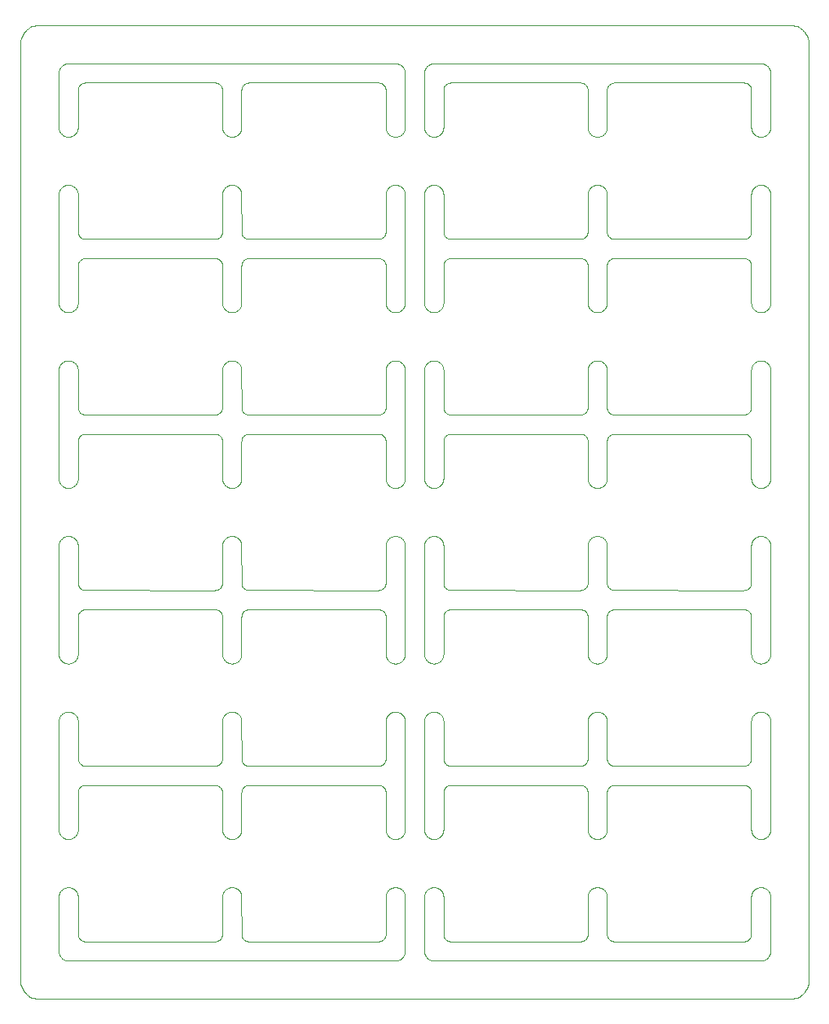
<source format=gbr>
%TF.GenerationSoftware,KiCad,Pcbnew,8.0.5-unknown-202409181836~355805756e~ubuntu22.04.1*%
%TF.CreationDate,2024-10-12T17:37:09+01:00*%
%TF.ProjectId,PANEL5x4_COM_MOD,50414e45-4c35-4783-945f-434f4d5f4d4f,1.0*%
%TF.SameCoordinates,Original*%
%TF.FileFunction,Profile,NP*%
%FSLAX46Y46*%
G04 Gerber Fmt 4.6, Leading zero omitted, Abs format (unit mm)*
G04 Created by KiCad (PCBNEW 8.0.5-unknown-202409181836~355805756e~ubuntu22.04.1) date 2024-10-12 17:37:09*
%MOMM*%
%LPD*%
G01*
G04 APERTURE LIST*
%TA.AperFunction,Profile*%
%ADD10C,0.100000*%
%TD*%
G04 APERTURE END LIST*
D10*
X75761343Y-42701653D02*
X75741893Y-42684140D01*
X75566867Y-60820478D02*
X75542958Y-60809833D01*
X58388450Y-22236565D02*
X58400908Y-22234333D01*
X5989177Y-65521733D02*
X5980786Y-65570093D01*
X20545640Y-22188923D02*
X20557140Y-22183639D01*
X23226556Y-95036880D02*
X23233397Y-95043466D01*
X75338397Y-76994236D02*
X75388450Y-76986568D01*
X43555705Y-16793488D02*
X43595831Y-16821744D01*
X23007367Y-76350970D02*
X23008966Y-76363525D01*
X60671559Y-66115953D02*
X60634393Y-66148013D01*
X58602601Y-95161343D02*
X58613819Y-95155483D01*
X4043060Y-29165285D02*
X4029969Y-29117981D01*
X38226989Y-35240606D02*
X38259048Y-35203441D01*
X20994233Y-58088400D02*
X20995832Y-58075845D01*
X20237313Y-40500000D02*
X20262669Y-40499358D01*
X20986565Y-21638451D02*
X20994233Y-21588398D01*
X6291117Y-95092831D02*
X6301318Y-95100322D01*
X38010823Y-17478268D02*
X38019214Y-17429908D01*
X44005766Y-61411604D02*
X44004167Y-61424159D01*
X4019215Y-53929910D02*
X4029969Y-53882020D01*
X81909746Y-99842128D02*
X81913592Y-99830485D01*
X75945175Y-6469128D02*
X75940168Y-6457040D01*
X44712028Y-40498718D02*
X44724671Y-40499039D01*
X77857728Y-35360897D02*
X77881921Y-35403603D01*
X37243455Y-42500001D02*
X23762672Y-42500001D01*
X22146909Y-89635824D02*
X22195263Y-89644213D01*
X78000000Y-47125002D02*
X77998795Y-47174070D01*
X38259048Y-53453442D02*
X38292893Y-53417894D01*
X76999998Y-11624999D02*
X76950931Y-11623794D01*
X1597915Y-41411D02*
X1431336Y-83137D01*
X39803208Y-84220703D02*
X39773011Y-84259397D01*
X6724672Y-40499039D02*
X20237313Y-40500000D01*
X39382685Y-97173883D02*
X39336891Y-97191548D01*
X43243146Y-34904961D02*
X43290445Y-34918049D01*
X58997945Y-79697700D02*
X58996918Y-79684657D01*
X75701224Y-24401206D02*
X75680050Y-24385822D01*
X6489632Y-95203017D02*
X6501608Y-95207110D01*
X75530870Y-60804826D02*
X75506436Y-60795447D01*
X23724672Y-58749040D02*
X37237313Y-58750001D01*
X75968778Y-76462261D02*
X75981471Y-76413240D01*
X37940169Y-61207043D02*
X37929524Y-61183134D01*
X61386179Y-6094521D02*
X61375272Y-6100941D01*
X5707108Y-53417894D02*
X5740952Y-53453442D01*
X44375271Y-76899061D02*
X44386178Y-76905482D01*
X23024252Y-58187910D02*
X23027734Y-58200078D01*
X37999829Y-6743455D02*
X37999315Y-6723833D01*
X60923879Y-11007683D02*
X60903989Y-11052555D01*
X37747711Y-58560342D02*
X37784412Y-58525455D01*
X39903990Y-71947446D02*
X39923880Y-71992318D01*
X42528602Y-84506924D02*
X42485896Y-84482732D01*
X44636476Y-76991036D02*
X44649031Y-76992635D01*
X43195262Y-34894210D02*
X43243146Y-34904961D01*
X61018527Y-24836763D02*
X61015667Y-24849091D01*
X20557140Y-22183639D02*
X20602602Y-22161339D01*
X23586763Y-60768531D02*
X23537742Y-60781223D01*
X6042893Y-21748391D02*
X6046986Y-21760367D01*
X80012257Y-602D02*
X79987727Y0D01*
X77382684Y-11548879D02*
X77336890Y-11566543D01*
X23206537Y-95016606D02*
X23213123Y-95023447D01*
X58999357Y-76262655D02*
X58999999Y-76237334D01*
X75313223Y-22246793D02*
X75325842Y-22245832D01*
X23215587Y-58525455D02*
X23252288Y-58560342D01*
X58967010Y-43030789D02*
X58958922Y-43005898D01*
X6003207Y-6686775D02*
X6000642Y-6737347D01*
X42853268Y-34885823D02*
X42901981Y-34879815D01*
X23636477Y-95241037D02*
X23649032Y-95242636D01*
X37988381Y-24869802D02*
X37985997Y-24856937D01*
X39980786Y-47320092D02*
X39970032Y-47367982D01*
X6140051Y-61063893D02*
X6134577Y-61071653D01*
X58999357Y-21512652D02*
X58999999Y-21487331D01*
X75929523Y-79433135D02*
X75923890Y-79421325D01*
X20456666Y-42529274D02*
X20431386Y-42522500D01*
X20949567Y-76519213D02*
X20953145Y-76510417D01*
X5998796Y-65424071D02*
X5995185Y-65473020D01*
X75872272Y-94917704D02*
X75899057Y-94874731D01*
X42485896Y-29732729D02*
X42444429Y-29706470D01*
X20728511Y-76826825D02*
X20738320Y-76818828D01*
X75940168Y-79457044D02*
X75929523Y-79433135D01*
X5290286Y-71418062D02*
X5336891Y-71433458D01*
X77740951Y-66046561D02*
X77707107Y-66082109D01*
X6301318Y-40350319D02*
X6342879Y-40379247D01*
X37624727Y-22149058D02*
X37667700Y-22122273D01*
X22803208Y-65970702D02*
X22773011Y-66009396D01*
X42196792Y-35279300D02*
X42226989Y-35240606D01*
X61586762Y-24268529D02*
X61537741Y-24281221D01*
X76168529Y-84180574D02*
X76142270Y-84139106D01*
X23042893Y-39998392D02*
X23046986Y-40010368D01*
X20380198Y-6011618D02*
X20354348Y-6007524D01*
X76058455Y-72038111D02*
X76076119Y-71992318D01*
X38528603Y-48006922D02*
X38485897Y-47982730D01*
X23113789Y-94896557D02*
X23120753Y-94907124D01*
X77471397Y-97131925D02*
X77427555Y-97153993D01*
X38999999Y-84625003D02*
X38950932Y-84623798D01*
X38000000Y-25006545D02*
X37999829Y-24993456D01*
X23004168Y-43174158D02*
X23003207Y-43186777D01*
X22146909Y-34885821D02*
X22195263Y-34894210D01*
X22903990Y-47552557D02*
X22881922Y-47596398D01*
X76404300Y-29678208D02*
X76365606Y-29648011D01*
X6100942Y-61125275D02*
X6094521Y-61136182D01*
X37669268Y-24378412D02*
X37647318Y-24364157D01*
X75961203Y-21736402D02*
X75965297Y-21724426D01*
X58793464Y-58516601D02*
X58799962Y-58509677D01*
X43671559Y-47865952D02*
X43634393Y-47898012D01*
X38853269Y-11614176D02*
X38804909Y-11605784D01*
X58945175Y-6469128D02*
X58940168Y-6457040D01*
X21365607Y-29648011D02*
X21328441Y-29615951D01*
X23549923Y-95222269D02*
X23562091Y-95225751D01*
X20905766Y-61136506D02*
X20892679Y-61113840D01*
X44000959Y-39775343D02*
X44001280Y-39787971D01*
X4058456Y-10961890D02*
X4043060Y-10915284D01*
X5098019Y-66370187D02*
X5049069Y-66373797D01*
X42617315Y-71451122D02*
X42663109Y-71433458D01*
X39970032Y-90382022D02*
X39980786Y-90429912D01*
X37864178Y-42819950D02*
X37848794Y-42798776D01*
X4168531Y-71819431D02*
X4196793Y-71779302D01*
X39595700Y-84428211D02*
X39555571Y-84456473D01*
X22970187Y-72131861D02*
X22980948Y-72179743D01*
X5941545Y-29211891D02*
X5923880Y-29257684D01*
X81913592Y-99830485D02*
X81916862Y-99818668D01*
X21709715Y-11581939D02*
X21663110Y-11566543D01*
X37886210Y-58396555D02*
X37892631Y-58385648D01*
X5471398Y-11506920D02*
X5427556Y-11528988D01*
X43995184Y-10723017D02*
X43989176Y-10771730D01*
X20970727Y-6543333D02*
X20967011Y-6530787D01*
X23094521Y-6386179D02*
X23088661Y-6397397D01*
X4004816Y-54026983D02*
X4010824Y-53978270D01*
X37912009Y-61148004D02*
X37905766Y-61136506D01*
X39773011Y-47759395D02*
X39740952Y-47796560D01*
X60995362Y-54026800D02*
X60998981Y-54075743D01*
X60995362Y-90526802D02*
X60998981Y-90575745D01*
X58315345Y-6003080D02*
X58302302Y-6002053D01*
X37967011Y-43030789D02*
X37958923Y-43005898D01*
X22924020Y-90242183D02*
X22941689Y-90287969D01*
X58530870Y-60804826D02*
X58506436Y-60795447D01*
X75578677Y-42576110D02*
X75566867Y-42570477D01*
X6364353Y-40392632D02*
X6408627Y-40417206D01*
X77427555Y-4096010D02*
X77471397Y-4118078D01*
X5923880Y-11007683D02*
X5903990Y-11052555D01*
X4058456Y-53788110D02*
X4076121Y-53742317D01*
X75380197Y-24261619D02*
X75354347Y-24257525D01*
X76096010Y-47552557D02*
X76076120Y-47507685D01*
X58992474Y-24895652D02*
X58988380Y-24869802D01*
X39049069Y-66373797D02*
X39000001Y-66375002D01*
X59617315Y-34951120D02*
X59663108Y-34933456D01*
X21000000Y-94487335D02*
X21000000Y-90625002D01*
X38118078Y-35403603D02*
X38142271Y-35360897D01*
X76292892Y-71667895D02*
X76328440Y-71634051D01*
X75885842Y-24602682D02*
X75871587Y-24580732D01*
X6149681Y-58448683D02*
X6157172Y-58458884D01*
X37864178Y-61069951D02*
X37848794Y-61048777D01*
X43195262Y-71394212D02*
X43243146Y-71404963D01*
X44699417Y-22247756D02*
X44712028Y-22248717D01*
X5146732Y-71385825D02*
X5195092Y-71394217D01*
X230911Y-100181703D02*
X236424Y-100192655D01*
X4901982Y-34879815D02*
X4950932Y-34876205D01*
X77595699Y-47928209D02*
X77555570Y-47956471D01*
X21804909Y-71394217D02*
X21853268Y-71385825D01*
X4901982Y-48120186D02*
X4853269Y-48114178D01*
X21259048Y-53453442D02*
X21292893Y-53417894D01*
X23513598Y-42538798D02*
X23466114Y-42556384D01*
X75812698Y-58495581D02*
X75818929Y-58488415D01*
X5471398Y-71493081D02*
X5514104Y-71517273D01*
X4000000Y-4999999D02*
X4001205Y-4950931D01*
X4617316Y-66298882D02*
X4572445Y-66278991D01*
X60471397Y-66256923D02*
X60427555Y-66278991D01*
X42142271Y-96764107D02*
X42118078Y-96721401D01*
X6332299Y-76872276D02*
X6375272Y-76899061D01*
X39098019Y-89629818D02*
X39146732Y-89635826D01*
X38076120Y-35492316D02*
X38096010Y-35447444D01*
X82000000Y-99237731D02*
X82000000Y-2012272D01*
X60989176Y-47271732D02*
X60980785Y-47320092D01*
X23120754Y-42842881D02*
X23113790Y-42853449D01*
X61149680Y-40198682D02*
X61157171Y-40208883D01*
X58276165Y-42500686D02*
X58256543Y-42500172D01*
X5634394Y-53351990D02*
X5671560Y-53384050D01*
X21043059Y-17334714D02*
X21058456Y-17288108D01*
X37474426Y-40465299D02*
X37486402Y-40461205D01*
X77980785Y-29070091D02*
X77970031Y-29117981D01*
X42029968Y-72132021D02*
X42043059Y-72084717D01*
X37793361Y-76766506D02*
X37801846Y-76757115D01*
X22049259Y-53126205D02*
X22098202Y-53129815D01*
X21029969Y-29117981D02*
X21019215Y-29070091D01*
X23008966Y-39863523D02*
X23011198Y-39875980D01*
X42029968Y-35632019D02*
X42043059Y-35584715D01*
X22634394Y-84398014D02*
X22595700Y-84428211D01*
X44011197Y-39875980D02*
X44021391Y-39925581D01*
X20341375Y-60755819D02*
X20315347Y-60753083D01*
X6027734Y-94700080D02*
X6042893Y-94748395D01*
X6213292Y-24476730D02*
X6206535Y-24483402D01*
X58678266Y-40365310D02*
X58688467Y-40357819D01*
X77903989Y-90197447D02*
X77923879Y-90242319D01*
X75864177Y-42819950D02*
X75848793Y-42798776D01*
X38757019Y-84595034D02*
X38709715Y-84581943D01*
X58981471Y-76413240D02*
X58984331Y-76400912D01*
X39382685Y-71451122D02*
X39427556Y-71471013D01*
X61537741Y-42531222D02*
X61525573Y-42534704D01*
X61081257Y-42911399D02*
X61076807Y-42919788D01*
X6661604Y-42505768D02*
X6611549Y-42513437D01*
X4757020Y-11595030D02*
X4709715Y-11581939D01*
X39923880Y-65757686D02*
X39903990Y-65802558D01*
X43970031Y-29117981D02*
X43956940Y-29165285D01*
X6051681Y-58272122D02*
X6071650Y-58318655D01*
X42709714Y-11581939D02*
X42663109Y-11566543D01*
X61081257Y-6411397D02*
X61076807Y-6419786D01*
X5980948Y-90429744D02*
X5989347Y-90478096D01*
X58667699Y-58622275D02*
X58678266Y-58615311D01*
X61311530Y-58607820D02*
X61321731Y-58615311D01*
X42757019Y-29845031D02*
X42709714Y-29831940D01*
X23397398Y-6088661D02*
X23386180Y-6094521D01*
X6624020Y-40488802D02*
X6636477Y-40491034D01*
X42853268Y-29864177D02*
X42804908Y-29855785D01*
X37530871Y-60804826D02*
X37506437Y-60795447D01*
X59292892Y-35167893D02*
X59328440Y-35134049D01*
X77707107Y-35167893D02*
X77740951Y-35203441D01*
X61076933Y-94830158D02*
X61082793Y-94841376D01*
X61636476Y-76991036D02*
X61649031Y-76992635D01*
X6021392Y-94675584D02*
X6024252Y-94687912D01*
X39290286Y-11581939D02*
X39242981Y-11595030D01*
X44076933Y-40080155D02*
X44082793Y-40091373D01*
X44149681Y-24551319D02*
X44120753Y-24592880D01*
X77956940Y-90334718D02*
X77970031Y-90382022D01*
X42572444Y-34971011D02*
X42617315Y-34951120D01*
X21226989Y-16990605D02*
X21259048Y-16953440D01*
X59196791Y-47720701D02*
X59168529Y-47680572D01*
X44489580Y-58703146D02*
X44498585Y-58706160D01*
X39000001Y-89625003D02*
X39049069Y-89626208D01*
X23076934Y-21830154D02*
X23082794Y-21841372D01*
X43995362Y-17526798D02*
X43998981Y-17575741D01*
X42663109Y-48066545D02*
X42617315Y-48048881D01*
X75905478Y-58363822D02*
X75911338Y-58352604D01*
X61071649Y-58318655D02*
X61076933Y-58330156D01*
X6611549Y-6013435D02*
X6599091Y-6015667D01*
X76010822Y-53978270D02*
X76019213Y-53929910D01*
X21328441Y-71634051D02*
X21365606Y-71601991D01*
X22903990Y-29302556D02*
X22881922Y-29346397D01*
X42168530Y-90069432D02*
X42196792Y-90029303D01*
X42757019Y-4029968D02*
X42804908Y-4019214D01*
X23061077Y-61204362D02*
X23056382Y-61216116D01*
X58954554Y-61243565D02*
X58945175Y-61219131D01*
X38001205Y-10674068D02*
X38000000Y-10625000D01*
X75824357Y-79268058D02*
X75815860Y-79258109D01*
X37354348Y-24257525D02*
X37341376Y-24255817D01*
X75354347Y-6007524D02*
X75341375Y-6005816D01*
X75486401Y-76961207D02*
X75533886Y-76943621D01*
X42853268Y-11614176D02*
X42804908Y-11605784D01*
X75741893Y-6184138D02*
X75731944Y-6175641D01*
X22382685Y-11548879D02*
X22336891Y-11566543D01*
X37431386Y-42522500D02*
X37418663Y-42519446D01*
X5471540Y-89743053D02*
X5514242Y-89767240D01*
X58469211Y-79032992D02*
X58456665Y-79029276D01*
X5595700Y-47928209D02*
X5555571Y-47956471D01*
X39941545Y-29211891D02*
X39923880Y-29257684D01*
X75980554Y-61331339D02*
X75977500Y-61318616D01*
X6661604Y-79005770D02*
X6611549Y-79013439D01*
X23157060Y-61041036D02*
X23151295Y-61048581D01*
X59901981Y-34879815D02*
X59950930Y-34876205D01*
X23649032Y-76992635D02*
X23699418Y-76997759D01*
X44386179Y-79094525D02*
X44375272Y-79100945D01*
X6000196Y-90624806D02*
X6000960Y-94525346D01*
X75624726Y-95149062D02*
X75667699Y-95122277D01*
X42572444Y-84528992D02*
X42528602Y-84506924D01*
X21019215Y-29070091D02*
X21010824Y-29021731D01*
X39146732Y-4010823D02*
X39195092Y-4019214D01*
X5555706Y-89793492D02*
X5595832Y-89821748D01*
X38004815Y-47223019D02*
X38001205Y-47174070D01*
X61157171Y-21958883D02*
X61165169Y-21968691D01*
X76804908Y-84605788D02*
X76757018Y-84595034D01*
X23586763Y-79018532D02*
X23537742Y-79031224D01*
X77290285Y-29831940D02*
X77242980Y-29845031D01*
X77514103Y-71517273D02*
X77555570Y-71543532D01*
X77857728Y-65889105D02*
X77831469Y-65930573D01*
X81990069Y-99446008D02*
X81990971Y-99433780D01*
X37613496Y-79094237D02*
X37601998Y-79087994D01*
X39881922Y-65846399D02*
X39857729Y-65889105D01*
X20985997Y-61356939D02*
X20980555Y-61331339D01*
X6686775Y-42503209D02*
X6674157Y-42504170D01*
X59617315Y-53201121D02*
X59663108Y-53183457D01*
X43882053Y-17153483D02*
X43904124Y-17197316D01*
X44431345Y-22178349D02*
X44477878Y-22198318D01*
X37954555Y-24743563D02*
X37945176Y-24719129D01*
X75970726Y-6543333D02*
X75967010Y-6530787D01*
X20980555Y-61331339D02*
X20977501Y-61318616D01*
X76365605Y-53351990D02*
X76404299Y-53321793D01*
X44024251Y-58187910D02*
X44027733Y-58200078D01*
X76058455Y-17288108D02*
X76076119Y-17242315D01*
X42404300Y-71571794D02*
X42444429Y-71543532D01*
X43924019Y-90242183D02*
X43941688Y-90287969D01*
X6649032Y-95242636D02*
X6699418Y-95247760D01*
X44442859Y-79066365D02*
X44397397Y-79088665D01*
X5995185Y-83723021D02*
X5989177Y-83771734D01*
X21000000Y-54125000D02*
X21001204Y-54075932D01*
X22831598Y-17069327D02*
X22857859Y-17110786D01*
X21001205Y-65424071D02*
X21000000Y-65375003D01*
X59142270Y-29389103D02*
X59118078Y-29346397D01*
X23375273Y-24350942D02*
X23332300Y-24377727D01*
X60941688Y-53787967D02*
X60957089Y-53834563D01*
X4485897Y-53267272D02*
X4528603Y-53243080D01*
X4142272Y-29389103D02*
X4118079Y-29346397D01*
X22980948Y-17429740D02*
X22989347Y-17478092D01*
X58276165Y-24250685D02*
X58256543Y-24250171D01*
X42010823Y-65521733D02*
X42004815Y-65473020D01*
X77049068Y-71376207D02*
X77098018Y-71379817D01*
X77923879Y-11007683D02*
X77903989Y-11052555D01*
X59043059Y-47415286D02*
X59029968Y-47367982D01*
X23261680Y-6181175D02*
X23252289Y-6189659D01*
X23375273Y-6100941D02*
X23332300Y-6127726D01*
X38444430Y-47956471D02*
X38404301Y-47928209D01*
X76528602Y-66256923D02*
X76485896Y-66232731D01*
X76757018Y-11595030D02*
X76709714Y-11581939D01*
X5803208Y-29470700D02*
X5773011Y-29509394D01*
X4950932Y-89626208D02*
X5000000Y-89625003D01*
X77941544Y-72038111D02*
X77956940Y-72084717D01*
X77707107Y-89917896D02*
X77740951Y-89953444D01*
X58929523Y-6433131D02*
X58923890Y-6421321D01*
X58256543Y-42500172D02*
X58243454Y-42500001D01*
X43831597Y-90069331D02*
X43857858Y-90110790D01*
X22707108Y-29582107D02*
X22671560Y-29615951D01*
X23332300Y-24377727D02*
X23321733Y-24384692D01*
X59485896Y-53267272D02*
X59528602Y-53243080D01*
X58872272Y-58417702D02*
X58899057Y-58374729D01*
X44397397Y-24338662D02*
X44386179Y-24344522D01*
X76663109Y-29816544D02*
X76617315Y-29798880D01*
X22146732Y-11614176D02*
X22098019Y-11620184D01*
X42572444Y-4096010D02*
X42617315Y-4076120D01*
X61489631Y-22203013D02*
X61501607Y-22207106D01*
X42226989Y-84259397D02*
X42196792Y-84220703D01*
X59853268Y-29864177D02*
X59804908Y-29855785D01*
X6252289Y-42689661D02*
X6215588Y-42724549D01*
X6442860Y-60816364D02*
X6397398Y-60838664D01*
X23011198Y-94625983D02*
X23021392Y-94675584D01*
X23261679Y-76818828D02*
X23271488Y-76826825D01*
X21029969Y-65617983D02*
X21019215Y-65570093D01*
X6762672Y-79000003D02*
X6737345Y-79000645D01*
X37985997Y-79606940D02*
X37980555Y-79581340D01*
X4663110Y-48066545D02*
X4617316Y-48048881D01*
X22831598Y-90069331D02*
X22857859Y-90110790D01*
X75986564Y-76388454D02*
X75994232Y-76338401D01*
X4901982Y-89629818D02*
X4950932Y-89626208D01*
X6134577Y-79321654D02*
X6129402Y-79329616D01*
X44046985Y-58260369D02*
X44051680Y-58272122D01*
X20636162Y-79107324D02*
X20613496Y-79094237D01*
X2012273Y-101250004D02*
X79987727Y-101250004D01*
X44206638Y-79233500D02*
X44198153Y-79242891D01*
X21019215Y-83820094D02*
X21010824Y-83771734D01*
X44321732Y-24384692D02*
X44311531Y-24392183D01*
X75840828Y-79288398D02*
X75824357Y-79268058D01*
X42004815Y-83723021D02*
X42001204Y-83674072D01*
X75865308Y-58428269D02*
X75872272Y-58417702D01*
X75731944Y-60925644D02*
X75711604Y-60909173D01*
X61271487Y-76826825D02*
X61311529Y-76857821D01*
X21292893Y-53417894D02*
X21328441Y-53384050D01*
X42168530Y-65930573D02*
X42142271Y-65889105D01*
X76663108Y-53183457D02*
X76709713Y-53168061D01*
X58968778Y-39962259D02*
X58981471Y-39913238D01*
X77471397Y-48006922D02*
X77427555Y-48028990D01*
X60970031Y-47367982D02*
X60956940Y-47415286D01*
X61454305Y-76939056D02*
X61463055Y-76942745D01*
X76365605Y-71601991D02*
X76404299Y-71571794D01*
X23107368Y-40135647D02*
X23113789Y-40146554D01*
X23038796Y-79513601D02*
X23034702Y-79525577D01*
X4617316Y-4076120D02*
X4663110Y-4058455D01*
X75494102Y-79041080D02*
X75469211Y-79032992D01*
X20566868Y-6070475D02*
X20542959Y-6059830D01*
X38757019Y-48095032D02*
X38709715Y-48081941D01*
X81268595Y-100795792D02*
X81277879Y-100787783D01*
X37824358Y-79268058D02*
X37815861Y-79258109D01*
X44000959Y-94525346D02*
X44001280Y-94537974D01*
X43337045Y-71433443D02*
X43382834Y-71451104D01*
X75818929Y-76738416D02*
X75824883Y-76731019D01*
X75864177Y-24569949D02*
X75848793Y-24548775D01*
X6649032Y-40492633D02*
X6699418Y-40497757D01*
X58474425Y-58715300D02*
X58486401Y-58711206D01*
X44375272Y-24350942D02*
X44332299Y-24377727D01*
X75237312Y-40500000D02*
X75262668Y-40499358D01*
X23342879Y-22129246D02*
X23353446Y-22136210D01*
X59029968Y-83867984D02*
X59019214Y-83820094D01*
X43049068Y-29873795D02*
X43000000Y-29875000D01*
X23737345Y-79000645D02*
X23686775Y-79003211D01*
X77098018Y-89629818D02*
X77146731Y-89635826D01*
X38058456Y-35538109D02*
X38076120Y-35492316D01*
X38226990Y-66009396D02*
X38196792Y-65970702D01*
X4004816Y-10723017D02*
X4001205Y-10674068D01*
X5471398Y-84506924D02*
X5427556Y-84528992D01*
X44071649Y-94818657D02*
X44076933Y-94830158D01*
X42404300Y-16821791D02*
X42444429Y-16793529D01*
X21004815Y-17526981D02*
X21010823Y-17478268D01*
X59444429Y-11456469D02*
X59404300Y-11428207D01*
X42058455Y-90288112D02*
X42076120Y-90242319D01*
X61015667Y-61349093D02*
X61013434Y-61361551D01*
X76142270Y-35360897D02*
X76168529Y-35319429D01*
X6431346Y-95178353D02*
X6477879Y-95198322D01*
X6240483Y-40299784D02*
X6281308Y-40334830D01*
X76444429Y-66206472D02*
X76404300Y-66178210D01*
X75968778Y-94712262D02*
X75981471Y-94663241D01*
X22881922Y-65846399D02*
X22857729Y-65889105D01*
X23321733Y-24384692D02*
X23311532Y-24392183D01*
X37988381Y-43119803D02*
X37985997Y-43106938D01*
X39980786Y-83820094D02*
X39970032Y-83867984D01*
X20997946Y-6697696D02*
X20996919Y-6684653D01*
X58338397Y-76994236D02*
X58388450Y-76986568D01*
X75793464Y-40266600D02*
X75799962Y-40259676D01*
X6408627Y-40417206D02*
X6419845Y-40423066D01*
X59757018Y-84595034D02*
X59709714Y-84581943D01*
X75905765Y-79386507D02*
X75892678Y-79363841D01*
X61311530Y-76857821D02*
X61321731Y-76865312D01*
X77195091Y-66355787D02*
X77146731Y-66364179D01*
X23000000Y-6762668D02*
X23000000Y-10625000D01*
X39671560Y-16884048D02*
X39707108Y-16917892D01*
X58469211Y-24282989D02*
X58456665Y-24279273D01*
X60049068Y-29873795D02*
X60000000Y-29875000D01*
X6477879Y-40448319D02*
X6489632Y-40453014D01*
X77671559Y-35134049D02*
X77707107Y-35167893D01*
X38528603Y-71493081D02*
X38572444Y-71471013D01*
X44011197Y-21625979D02*
X44021391Y-21675580D01*
X75872272Y-21917700D02*
X75899057Y-21874727D01*
X42901981Y-11620184D02*
X42853268Y-11614176D01*
X61419780Y-22173190D02*
X61428434Y-22177100D01*
X6042893Y-76498394D02*
X6046986Y-76510370D01*
X23107368Y-58385648D02*
X23113789Y-58396555D01*
X38259049Y-29546559D02*
X38226990Y-29509394D01*
X39970032Y-96492984D02*
X39956941Y-96540289D01*
X22831470Y-47680572D02*
X22803208Y-47720701D01*
X58728510Y-95076826D02*
X58738319Y-95068829D01*
X5382685Y-16701119D02*
X5427556Y-16721010D01*
X43995184Y-47223019D02*
X43989176Y-47271732D01*
X20678267Y-95115313D02*
X20688468Y-95107822D01*
X6088661Y-79397401D02*
X6066361Y-79442863D01*
X60382834Y-53201103D02*
X60427701Y-53220988D01*
X42196792Y-96845703D02*
X42168530Y-96805574D01*
X77995184Y-17526981D02*
X77998795Y-17575930D01*
X37678267Y-76865312D02*
X37688468Y-76857821D01*
X38901982Y-48120186D02*
X38853269Y-48114178D01*
X76709714Y-84581943D02*
X76663109Y-84566547D01*
X37918742Y-58338604D02*
X37923192Y-58330216D01*
X44215587Y-6224547D02*
X44206638Y-6233496D01*
X75940168Y-6457040D02*
X75929523Y-6433131D01*
X22970187Y-35631859D02*
X22980948Y-35679741D01*
X20881055Y-21904521D02*
X20886331Y-21896625D01*
X23311531Y-76857821D02*
X23321732Y-76865312D01*
X43337045Y-34933441D02*
X43382834Y-34951102D01*
X76010822Y-17478268D02*
X76019213Y-17429908D01*
X60471397Y-84506924D02*
X60427555Y-84528992D01*
X58770834Y-79210662D02*
X58761343Y-79201655D01*
X76142270Y-17110896D02*
X76168529Y-17069428D01*
X20578678Y-79076112D02*
X20566868Y-79070479D01*
X76096009Y-90197447D02*
X76118077Y-90153606D01*
X42019214Y-96445095D02*
X42010823Y-96396735D01*
X76853268Y-84614180D02*
X76804908Y-84605788D01*
X44107367Y-21885646D02*
X44113788Y-21896553D01*
X75798347Y-24488656D02*
X75789340Y-24479165D01*
X60195091Y-66355787D02*
X60146731Y-66364179D01*
X75954554Y-79493566D02*
X75945175Y-79469132D01*
X76617315Y-71451122D02*
X76663108Y-71433458D01*
X22882054Y-71903486D02*
X22904125Y-71947319D01*
X20917205Y-40091373D02*
X20923065Y-40080155D01*
X38572445Y-11528988D02*
X38528603Y-11506920D01*
X21292893Y-35167893D02*
X21328441Y-35134049D01*
X38168530Y-29430571D02*
X38142271Y-29389103D01*
X75711604Y-42659172D02*
X75701224Y-42651207D01*
X77382684Y-84548883D02*
X77336890Y-84566547D01*
X23311532Y-60892185D02*
X23271489Y-60923180D01*
X37918742Y-76588605D02*
X37923192Y-76580217D01*
X42485896Y-97107732D02*
X42444429Y-97081473D01*
X76168529Y-90069432D02*
X76196791Y-90029303D01*
X5923880Y-35492316D02*
X5941545Y-35538109D01*
X59663109Y-84566547D02*
X59617315Y-84548883D01*
X20988381Y-79619805D02*
X20985997Y-79606940D01*
X4196793Y-53529301D02*
X4226990Y-53490607D01*
X21043059Y-90334718D02*
X21058456Y-90288112D01*
X4019215Y-72179911D02*
X4029969Y-72132021D01*
X23001281Y-94537974D02*
X23002241Y-94550569D01*
X75354347Y-42507526D02*
X75341375Y-42505818D01*
X75965297Y-94724430D02*
X75968778Y-94712262D01*
X59004814Y-54026983D02*
X59010822Y-53978270D01*
X61574418Y-76978610D02*
X61624019Y-76988804D01*
X38528603Y-53243080D02*
X38572444Y-53221012D01*
X5903990Y-84052559D02*
X5881922Y-84096400D01*
X20761344Y-60951654D02*
X20741894Y-60934141D01*
X37313224Y-40496794D02*
X37325843Y-40495833D01*
X20995832Y-94575847D02*
X20996793Y-94563228D01*
X21076120Y-90242319D02*
X21096010Y-90197447D01*
X23419845Y-22173065D02*
X23431346Y-22178349D01*
X6674157Y-24254169D02*
X6661604Y-24255767D01*
X75711604Y-79159174D02*
X75701224Y-79151209D01*
X39290286Y-71418062D02*
X39336891Y-71433458D01*
X61000959Y-58025344D02*
X61001280Y-58037972D01*
X77923879Y-96632688D02*
X77903989Y-96677559D01*
X75602601Y-58661341D02*
X75613819Y-58655481D01*
X75400908Y-95234336D02*
X75413236Y-95231476D01*
X76076120Y-47507685D02*
X76058455Y-47461891D01*
X43242980Y-29845031D02*
X43195091Y-29855785D01*
X42259048Y-29546559D02*
X42226989Y-29509394D01*
X61466112Y-6056382D02*
X61454359Y-6061077D01*
X5998796Y-10674068D02*
X5995185Y-10723017D01*
X77857728Y-4485896D02*
X77881921Y-4528602D01*
X76901981Y-53129816D02*
X76950930Y-53126206D01*
X21404301Y-66178210D02*
X21365607Y-66148013D01*
X21096010Y-53697445D02*
X21118078Y-53653604D01*
X5903990Y-35447444D02*
X5923880Y-35492316D01*
X20262669Y-40499358D02*
X20313224Y-40496794D01*
X44463055Y-58692744D02*
X44480696Y-58699791D01*
X58418662Y-42519446D02*
X58393062Y-42514004D01*
X4029969Y-35632019D02*
X4043060Y-35584715D01*
X42485896Y-16767270D02*
X42528602Y-16743078D01*
X6712029Y-40498718D02*
X6724672Y-40499039D01*
X22671560Y-11365950D02*
X22634394Y-11398010D01*
X21043060Y-83915288D02*
X21029969Y-83867984D01*
X37669268Y-6128411D02*
X37647318Y-6114156D01*
X59118078Y-11096396D02*
X59096010Y-11052555D01*
X44261679Y-24431176D02*
X44252288Y-24439660D01*
X39195092Y-97230789D02*
X39146732Y-97239180D01*
X21853269Y-29864177D02*
X21804909Y-29855785D01*
X43555570Y-29706470D02*
X43514103Y-29732729D01*
X44408626Y-40417206D02*
X44419844Y-40423066D01*
X76292892Y-53417894D02*
X76328440Y-53384050D01*
X37418663Y-42519446D02*
X37393063Y-42514004D01*
X39803208Y-90029303D02*
X39831470Y-90069432D01*
X6061077Y-79454363D02*
X6056382Y-79466117D01*
X5336891Y-66316546D02*
X5290286Y-66331942D01*
X23431346Y-22178349D02*
X23477879Y-22198318D01*
X42617315Y-29798880D02*
X42572444Y-29778989D01*
X75680050Y-42635823D02*
X75669267Y-42628413D01*
X23038796Y-6513597D02*
X23034702Y-6525573D01*
X59029968Y-29117981D02*
X59019214Y-29070091D01*
X20747711Y-40310341D02*
X20784412Y-40275454D01*
X43049068Y-11623794D02*
X43000000Y-11624999D01*
X37545640Y-76938926D02*
X37557140Y-76933642D01*
X61261679Y-24431176D02*
X61252288Y-24439660D01*
X75872272Y-76667703D02*
X75899057Y-76624730D01*
X42617315Y-53201121D02*
X42663109Y-53183457D01*
X76001203Y-54075932D02*
X76004814Y-54026983D01*
X4196793Y-11220699D02*
X4168531Y-11180570D01*
X43595831Y-71571747D02*
X43634523Y-71601937D01*
X59168529Y-65930573D02*
X59142270Y-65889105D01*
X21118079Y-29346397D02*
X21096011Y-29302556D01*
X59043058Y-90334718D02*
X59058455Y-90288112D01*
X58601996Y-24337991D02*
X58578677Y-24326109D01*
X81655628Y-879002D02*
X81553331Y-741070D01*
X42804908Y-66355787D02*
X42757019Y-66345033D01*
X77595699Y-29678208D02*
X77555570Y-29706470D01*
X22831470Y-84180574D02*
X22803208Y-84220703D01*
X21010823Y-53978270D02*
X21019214Y-53929910D01*
X4118079Y-35403603D02*
X4142272Y-35360897D01*
X44000195Y-17624802D02*
X44000959Y-21525342D01*
X42096010Y-96677559D02*
X42076120Y-96632688D01*
X76118078Y-65846399D02*
X76096010Y-65802558D01*
X58506435Y-79045448D02*
X58494102Y-79041080D01*
X37864178Y-24569949D02*
X37848794Y-24548775D01*
X4572445Y-97153993D02*
X4528603Y-97131925D01*
X58996918Y-6684652D02*
X58994182Y-6658624D01*
X75338397Y-95244237D02*
X75388450Y-95236569D01*
X889027Y-337311D02*
X879003Y-344371D01*
X44513597Y-79038800D02*
X44466113Y-79056386D01*
X43290285Y-66331942D02*
X43242980Y-66345033D01*
X77903989Y-4572444D02*
X77923879Y-4617315D01*
X58506435Y-60795447D02*
X58494102Y-60791079D01*
X39923880Y-17242315D02*
X39941545Y-17288108D01*
X61013434Y-24861549D02*
X61005766Y-24911602D01*
X81662688Y-889026D02*
X81655628Y-879002D01*
X23051681Y-94772124D02*
X23071650Y-94818657D01*
X77634393Y-89851992D02*
X77671559Y-89884052D01*
X21804909Y-66355787D02*
X21757019Y-66345033D01*
X4804909Y-29855785D02*
X4757020Y-29845031D01*
X44463055Y-76942745D02*
X44480696Y-76949792D01*
X38000000Y-57987333D02*
X38000000Y-54125000D01*
X4485897Y-97107732D02*
X4444430Y-97081473D01*
X38709715Y-48081941D02*
X38663110Y-48066545D01*
X75954554Y-24743563D02*
X75945175Y-24719129D01*
X58999999Y-39737332D02*
X58999999Y-35874999D01*
X37237313Y-40500000D02*
X37262669Y-40499358D01*
X44649031Y-40492633D02*
X44699417Y-40497757D01*
X37942518Y-76536860D02*
X37961204Y-76486405D01*
X77989176Y-96396735D02*
X77980785Y-96445095D01*
X58799962Y-40259676D02*
X58812698Y-40245580D01*
X75613495Y-24344234D02*
X75601997Y-24337991D01*
X58992474Y-6645651D02*
X58988380Y-6619801D01*
X37992475Y-43145653D02*
X37988381Y-43119803D01*
X58988380Y-79619805D02*
X58985996Y-79606940D01*
X39242981Y-89654972D02*
X39290286Y-89668063D01*
X61008965Y-76363525D02*
X61011197Y-76375982D01*
X23298718Y-22098509D02*
X23342879Y-22129246D01*
X38528603Y-11506920D02*
X38485897Y-11482728D01*
X20881055Y-94904525D02*
X20886331Y-94896629D01*
X20994183Y-79658627D02*
X20992475Y-79645655D01*
X20879246Y-76657123D02*
X20886210Y-76646556D01*
X21058456Y-90288112D02*
X21076120Y-90242319D01*
X21292893Y-66082109D02*
X21259049Y-66046561D01*
X5049069Y-66373797D02*
X5000001Y-66375002D01*
X39471398Y-66256923D02*
X39427556Y-66278991D01*
X76142270Y-65889105D02*
X76118078Y-65846399D01*
X43773010Y-47759395D02*
X43740951Y-47796560D01*
X61261678Y-40318826D02*
X61271487Y-40326823D01*
X44215586Y-58525455D02*
X44252287Y-58560342D01*
X58315345Y-42503082D02*
X58302302Y-42502055D01*
X37566868Y-60820478D02*
X37542959Y-60809833D01*
X23466113Y-42556384D02*
X23454360Y-42561079D01*
X6000000Y-54125000D02*
X6000000Y-57993674D01*
X21485897Y-84482732D02*
X21444430Y-84456473D01*
X22941689Y-17287965D02*
X22957090Y-17334561D01*
X39923880Y-47507685D02*
X39903990Y-47552557D01*
X58613819Y-40405480D02*
X58624726Y-40399059D01*
X38365606Y-89851992D02*
X38404300Y-89821795D01*
X38950931Y-34876205D02*
X38999999Y-34875000D01*
X43514103Y-84482732D02*
X43471397Y-84506924D01*
X23046986Y-76510370D02*
X23051681Y-76522123D01*
X6252288Y-58560342D02*
X6261679Y-58568826D01*
X44082793Y-94841376D02*
X44107367Y-94885650D01*
X44071650Y-42931348D02*
X44051681Y-42977881D01*
X37905766Y-24636504D02*
X37892679Y-24613838D01*
X23699418Y-76997759D02*
X23712029Y-76998720D01*
X23699418Y-95247760D02*
X23712029Y-95248721D01*
X58761343Y-42701653D02*
X58741893Y-42684140D01*
X39773011Y-29509394D02*
X39740952Y-29546559D01*
X21709715Y-29831940D02*
X21663110Y-29816544D01*
X60471539Y-34993050D02*
X60514241Y-35017237D01*
X38004815Y-83723021D02*
X38001205Y-83674072D01*
X23149681Y-94948685D02*
X23157172Y-94958886D01*
X22514104Y-66232731D02*
X22471398Y-66256923D01*
X4168531Y-47680572D02*
X4142272Y-47639104D01*
X603Y-99262261D02*
X9029Y-99433780D01*
X58812698Y-21995579D02*
X58818929Y-21988413D01*
X5881922Y-71903605D02*
X5903990Y-71947446D01*
X78000000Y-17624998D02*
X78000000Y-28875001D01*
X37738320Y-22068824D02*
X37747711Y-22060340D01*
X37798348Y-24488656D02*
X37789341Y-24479165D01*
X81545788Y-731404D02*
X81537779Y-722120D01*
X61762671Y-60750002D02*
X61737344Y-60750644D01*
X58313223Y-95246797D02*
X58325842Y-95245836D01*
X75905478Y-94863824D02*
X75911338Y-94852606D01*
X42000000Y-17624998D02*
X42001204Y-17575930D01*
X61071649Y-21818653D02*
X61076933Y-21830154D01*
X59485896Y-47982730D02*
X59444429Y-47956471D01*
X6375273Y-24350942D02*
X6332300Y-24377727D01*
X43998981Y-17575741D02*
X44000195Y-17624802D01*
X42096010Y-53697445D02*
X42118078Y-53653604D01*
X23140051Y-79313894D02*
X23134577Y-79321654D01*
X61107368Y-79364357D02*
X61081257Y-79411401D01*
X58984332Y-21650909D02*
X58986564Y-21638451D01*
X44454359Y-79061081D02*
X44442859Y-79066365D01*
X61525573Y-24284703D02*
X61513597Y-24288797D01*
X23454360Y-6061077D02*
X23442860Y-6066361D01*
X23712029Y-22248717D02*
X23724672Y-22249038D01*
X44021391Y-94675584D02*
X44024251Y-94687912D01*
X59076120Y-47507685D02*
X59058455Y-47461891D01*
X59444428Y-89793533D02*
X59485896Y-89767274D01*
X44000000Y-83625004D02*
X43998795Y-83674072D01*
X37945176Y-79469132D02*
X37940169Y-79457044D01*
X4259049Y-29546559D02*
X4226990Y-29509394D01*
X58380197Y-6011618D02*
X58354347Y-6007524D01*
X60989346Y-17478092D02*
X60995362Y-17526798D01*
X42709714Y-84581943D02*
X42663109Y-84566547D01*
X42328440Y-29615951D02*
X42292892Y-29582107D01*
X76663109Y-84566547D02*
X76617315Y-84548883D01*
X6664732Y-22244713D02*
X6674144Y-22245972D01*
X42485896Y-11482728D02*
X42444429Y-11456469D01*
X22956941Y-29165285D02*
X22941545Y-29211891D01*
X39195092Y-48105786D02*
X39146732Y-48114178D01*
X60970186Y-53881860D02*
X60980947Y-53929742D01*
X5881922Y-47596398D02*
X5857729Y-47639104D01*
X4444430Y-97081473D02*
X4404301Y-97053211D01*
X58793464Y-22016599D02*
X58799962Y-22009675D01*
X58456665Y-42529274D02*
X58431385Y-42522500D01*
X20905601Y-21863890D02*
X20909944Y-21855446D01*
X75793464Y-22016599D02*
X75799962Y-22009675D01*
X60098018Y-66370187D02*
X60049068Y-66373797D01*
X75824357Y-61018057D02*
X75815860Y-61008108D01*
X58996792Y-39813225D02*
X58999357Y-39762653D01*
X44252288Y-6189659D02*
X44215587Y-6224547D01*
X5707108Y-11332106D02*
X5671560Y-11365950D01*
X42118078Y-35403603D02*
X42142271Y-35360897D01*
X58933638Y-40057141D02*
X58938922Y-40045641D01*
X44027733Y-58200078D02*
X44042892Y-58248393D01*
X20701225Y-79151209D02*
X20680051Y-79135825D01*
X75871587Y-24580732D02*
X75864177Y-24569949D01*
X6454360Y-60811080D02*
X6442860Y-60816364D01*
X42043059Y-65665287D02*
X42029968Y-65617983D01*
X22634394Y-29648011D02*
X22595700Y-29678208D01*
X61000000Y-83625004D02*
X60998795Y-83674072D01*
X20613820Y-40405480D02*
X20624727Y-40399059D01*
X37994183Y-79658627D02*
X37992475Y-79645655D01*
X80765251Y-152519D02*
X80753811Y-148106D01*
X76292892Y-11332106D02*
X76259048Y-11296558D01*
X58469211Y-6032988D02*
X58456665Y-6029272D01*
X37262669Y-95249361D02*
X37313224Y-95246797D01*
X44120753Y-42842881D02*
X44113789Y-42853449D01*
X77098018Y-4004815D02*
X77146731Y-4010823D01*
X20680051Y-42635823D02*
X20669268Y-42628413D01*
X37798348Y-60988658D02*
X37789341Y-60979167D01*
X58533886Y-40443619D02*
X58545639Y-40438924D01*
X37341375Y-60755819D02*
X37315347Y-60753083D01*
X61024251Y-58187910D02*
X61027733Y-58200078D01*
X21076121Y-84007687D02*
X21058456Y-83961893D01*
X42950931Y-11623794D02*
X42901981Y-11620184D01*
X77427555Y-84528992D02*
X77382684Y-84548883D01*
X23397398Y-42588663D02*
X23386180Y-42594523D01*
X76019214Y-83820094D02*
X76010823Y-83771734D01*
X38058456Y-90288112D02*
X38076120Y-90242319D01*
X76076119Y-17242315D02*
X76096009Y-17197443D01*
X37613820Y-95155483D02*
X37624727Y-95149062D01*
X39956941Y-90334718D02*
X39970032Y-90382022D01*
X75613819Y-95155483D02*
X75624726Y-95149062D01*
X75981471Y-21663237D02*
X75984331Y-21650909D01*
X5000001Y-16624999D02*
X5049069Y-16626204D01*
X43671687Y-71633989D02*
X43707233Y-71667826D01*
X23037469Y-43016489D02*
X23034569Y-43025531D01*
X21901982Y-71379817D02*
X21950931Y-71376207D01*
X20949567Y-58269212D02*
X20953145Y-58260416D01*
X61215587Y-60974550D02*
X61206638Y-60983499D01*
X58945175Y-61219131D02*
X58940168Y-61207043D01*
X37912009Y-79398005D02*
X37905766Y-79386507D01*
X75923890Y-79421325D02*
X75912008Y-79398006D01*
X38757019Y-29845031D02*
X38709715Y-29831940D01*
X58701224Y-6151205D02*
X58680050Y-6135821D01*
X23034702Y-79525577D02*
X23031221Y-79537745D01*
X61042892Y-94748395D02*
X61046985Y-94760371D01*
X20798348Y-42738657D02*
X20789341Y-42729166D01*
X75933638Y-40057141D02*
X75938922Y-40045641D01*
X58981471Y-21663237D02*
X58984331Y-21650909D01*
X38004815Y-90526985D02*
X38010823Y-90478272D01*
X58999357Y-58012654D02*
X58999999Y-57987333D01*
X21365606Y-35101989D02*
X21404300Y-35071792D01*
X20624727Y-76899061D02*
X20667700Y-76872276D01*
X4485897Y-16767270D02*
X4528603Y-16743078D01*
X59076119Y-35492316D02*
X59096009Y-35447444D01*
X38096011Y-11052555D02*
X38076121Y-11007683D01*
X39000001Y-97250004D02*
X5000000Y-97250004D01*
X38853268Y-71385825D02*
X38901982Y-71379817D01*
X6000161Y-39756326D02*
X6000722Y-39778486D01*
X20962531Y-39983513D02*
X20965431Y-39974471D01*
X20613820Y-58655481D02*
X20624727Y-58649060D01*
X20243455Y-5999999D02*
X6762672Y-5999999D01*
X21365607Y-84398014D02*
X21328441Y-84365954D01*
X58857817Y-94938472D02*
X58865308Y-94928271D01*
X4196793Y-29470700D02*
X4168531Y-29430571D01*
X22882054Y-35403484D02*
X22904125Y-35447317D01*
X77098018Y-71379817D02*
X77146731Y-71385825D01*
X5195092Y-11605784D02*
X5146732Y-11614176D01*
X77980785Y-96445095D02*
X77970031Y-96492984D01*
X39998796Y-83674072D02*
X39995185Y-83723021D01*
X4528603Y-71493081D02*
X4572445Y-71471013D01*
X20871588Y-42830733D02*
X20864178Y-42819950D01*
X37999358Y-21512652D02*
X38000000Y-21487331D01*
X5857729Y-84139106D02*
X5831470Y-84180574D01*
X5831470Y-11180570D02*
X5803208Y-11220699D01*
X23032015Y-43034677D02*
X23018528Y-43086764D01*
X23636477Y-76991036D02*
X23649032Y-76992635D01*
X6005767Y-61411604D02*
X6004168Y-61424159D01*
X44051681Y-42977881D02*
X44046986Y-42989634D01*
X59617315Y-71451122D02*
X59663108Y-71433458D01*
X44120752Y-21907120D02*
X44149680Y-21948681D01*
X61712028Y-58748719D02*
X61724671Y-58749040D01*
X59709714Y-29831940D02*
X59663109Y-29816544D01*
X39941545Y-4663109D02*
X39956941Y-4709714D01*
X58462257Y-95218783D02*
X58474425Y-95215302D01*
X22098202Y-53129815D02*
X22146909Y-53135822D01*
X37602602Y-40411340D02*
X37613820Y-40405480D01*
X37636162Y-79107324D02*
X37613496Y-79094237D01*
X44762671Y-79000003D02*
X44737344Y-79000645D01*
X58848793Y-42798776D02*
X58840828Y-42788396D01*
X39857729Y-71860899D02*
X39881922Y-71903605D01*
X889027Y-100912692D02*
X899386Y-100919252D01*
X80196004Y-9930D02*
X80183776Y-9028D01*
X37388451Y-22236565D02*
X37400909Y-22234333D01*
X6046986Y-21760367D02*
X6051681Y-21772120D01*
X23157172Y-76708886D02*
X23165170Y-76718694D01*
X23562091Y-40475748D02*
X23574419Y-40478608D01*
X42118078Y-71903605D02*
X42142271Y-71860899D01*
X5773011Y-84259397D02*
X5740952Y-84296562D01*
X44353369Y-40386329D02*
X44361583Y-40391095D01*
X58701224Y-60901208D02*
X58680050Y-60885824D01*
X4365607Y-4226989D02*
X4404301Y-4196792D01*
X5989177Y-47271732D02*
X5980786Y-47320092D01*
X20996793Y-94563228D02*
X20999358Y-94512656D01*
X38950932Y-11623794D02*
X38901982Y-11620184D01*
X61107367Y-40135647D02*
X61113788Y-40146554D01*
X39881922Y-47596398D02*
X39857729Y-47639104D01*
X20784412Y-95025457D02*
X20793361Y-95016508D01*
X90254Y-99842128D02*
X148107Y-100003815D01*
X59001203Y-35825931D02*
X59004814Y-35776982D01*
X4000000Y-65375003D02*
X4000000Y-54125000D01*
X21142271Y-17110896D02*
X21168530Y-17069428D01*
X59226988Y-71740608D02*
X59259047Y-71703443D01*
X39707108Y-71667895D02*
X39740952Y-71703443D01*
X6027734Y-21700076D02*
X6042893Y-21748391D01*
X61261678Y-22068825D02*
X61271487Y-22076822D01*
X42365606Y-84398014D02*
X42328440Y-84365954D01*
X21528603Y-29756921D02*
X21485897Y-29732729D01*
X59663108Y-34933456D02*
X59709713Y-34918060D01*
X5923880Y-53742317D02*
X5941545Y-53788110D01*
X38528603Y-16743078D02*
X38572444Y-16721010D01*
X58945175Y-42969130D02*
X58940168Y-42957042D01*
X61562090Y-95225751D02*
X61574418Y-95228611D01*
X60740951Y-66046561D02*
X60707107Y-66082109D01*
X80208173Y-101238572D02*
X80378041Y-101213375D01*
X23397398Y-24338662D02*
X23386180Y-24344522D01*
X77634393Y-4226989D02*
X77671559Y-4259048D01*
X75857817Y-76688471D02*
X75865308Y-76678270D01*
X43671559Y-11365950D02*
X43634393Y-11398010D01*
X4709715Y-84581943D02*
X4663110Y-84566547D01*
X23003207Y-61436778D02*
X23000642Y-61487350D01*
X38076121Y-84007687D02*
X38058456Y-83961893D01*
X60595831Y-53321746D02*
X60634523Y-53351936D01*
X44076934Y-61169848D02*
X44071650Y-61181349D01*
X23537742Y-6031220D02*
X23525574Y-6034702D01*
X43471539Y-71493052D02*
X43514241Y-71517239D01*
X4168531Y-29430571D02*
X4142272Y-29389103D01*
X6712019Y-22248857D02*
X6721505Y-22249038D01*
X4328441Y-96990955D02*
X4292893Y-96957111D01*
X1816224Y-101240975D02*
X1987743Y-101249401D01*
X39671560Y-96990955D02*
X39634394Y-97023014D01*
X6061077Y-24704360D02*
X6056382Y-24716114D01*
X61051680Y-94772124D02*
X61071649Y-94818657D01*
X75905765Y-42886505D02*
X75892678Y-42863839D01*
X4168531Y-53569430D02*
X4196793Y-53529301D01*
X43998981Y-90575745D02*
X44000195Y-90624806D01*
X44498585Y-76956161D02*
X44549922Y-76972268D01*
X39989177Y-72228271D02*
X39995185Y-72276984D01*
X38617316Y-29798880D02*
X38572445Y-29778989D01*
X58276165Y-6000684D02*
X58256543Y-6000170D01*
X43998795Y-10674068D02*
X43995184Y-10723017D01*
X5989177Y-17478268D02*
X5995185Y-17526981D01*
X1046681Y-101007537D02*
X1057349Y-101013580D01*
X39514104Y-84482732D02*
X39471398Y-84506924D01*
X21004815Y-72276984D02*
X21010823Y-72228271D01*
X58602601Y-76911342D02*
X58613819Y-76905482D01*
X42901981Y-34879815D02*
X42950931Y-34876205D01*
X39242981Y-16654968D02*
X39290286Y-16668059D01*
X22831598Y-35319328D02*
X22857859Y-35360787D01*
X43098201Y-34879814D02*
X43146908Y-34885821D01*
X61463055Y-76942745D02*
X61480696Y-76949792D01*
X77831469Y-17069428D02*
X77857728Y-17110896D01*
X58789340Y-6229164D02*
X58770834Y-6210658D01*
X38725Y-99640125D02*
X41412Y-99652089D01*
X80753811Y-148106D02*
X80592124Y-90253D01*
X22243147Y-89654964D02*
X22290446Y-89668052D01*
X39881922Y-84096400D02*
X39857729Y-84139106D01*
X61501607Y-95207110D02*
X61549922Y-95222269D01*
X37958923Y-79505900D02*
X37954555Y-79493567D01*
X5903990Y-71947446D02*
X5923880Y-71992318D01*
X20999315Y-6723833D02*
X20997946Y-6697696D01*
X4950932Y-66373797D02*
X4901982Y-66370187D01*
X6038796Y-61263600D02*
X6034702Y-61275576D01*
X20958923Y-6505896D02*
X20954555Y-6493563D01*
X75786707Y-58523273D02*
X75793464Y-58516601D01*
X20864178Y-79319952D02*
X20848794Y-79298778D01*
X59019214Y-29070091D02*
X59010823Y-29021731D01*
X37927320Y-76571665D02*
X37935251Y-76554403D01*
X20506436Y-42545446D02*
X20494103Y-42541078D01*
X44301317Y-95100322D02*
X44342878Y-95129250D01*
X22857859Y-35360787D02*
X22882054Y-35403484D01*
X23076935Y-42919847D02*
X23071651Y-42931348D01*
X44375271Y-58649060D02*
X44386178Y-58655481D01*
X76804908Y-53144216D02*
X76853267Y-53135824D01*
X5970032Y-72132021D02*
X5980786Y-72179911D01*
X77941544Y-4663109D02*
X77956940Y-4709714D01*
X43671559Y-66115953D02*
X43634393Y-66148013D01*
X44206638Y-6233496D02*
X44198153Y-6242887D01*
X38804909Y-53144216D02*
X38853268Y-53135824D01*
X23480697Y-76949792D02*
X23489581Y-76953146D01*
X20602602Y-76911342D02*
X20613820Y-76905482D01*
X21259049Y-84296562D02*
X21226990Y-84259397D01*
X20557140Y-40433640D02*
X20602602Y-40411340D01*
X21572444Y-89721014D02*
X21617316Y-89701123D01*
X38853269Y-48114178D02*
X38804909Y-48105786D01*
X75968778Y-58212260D02*
X75981471Y-58163239D01*
X6015668Y-43099092D02*
X6013435Y-43111550D01*
X39336891Y-84566547D02*
X39290286Y-84581943D01*
X37886210Y-76646556D02*
X37892631Y-76635649D01*
X76004814Y-35776982D02*
X76010822Y-35728269D01*
X75667699Y-22122273D02*
X75678266Y-22115309D01*
X61649031Y-22242632D02*
X61699417Y-22247756D01*
X75977500Y-24818614D02*
X75970726Y-24793334D01*
X75865308Y-21928267D02*
X75872272Y-21917700D01*
X43382684Y-66298882D02*
X43336890Y-66316546D01*
X44024252Y-24812092D02*
X44021392Y-24824420D01*
X60989346Y-53978094D02*
X60995362Y-54026800D01*
X42663109Y-89683459D02*
X42709714Y-89668063D01*
X5707108Y-66082109D02*
X5671560Y-66115953D01*
X78000000Y-65375003D02*
X77998795Y-65424071D01*
X44046986Y-42989634D02*
X44042893Y-43001610D01*
X81958588Y-1597914D02*
X81916862Y-1431335D01*
X37999315Y-61473836D02*
X37997946Y-61447699D01*
X5595700Y-35071792D02*
X5634394Y-35101989D01*
X6005767Y-79661605D02*
X6004168Y-79674160D01*
X76118078Y-47596398D02*
X76096010Y-47552557D01*
X21292893Y-29582107D02*
X21259049Y-29546559D01*
X20400909Y-40484333D02*
X20413237Y-40481473D01*
X5970032Y-83867984D02*
X5956941Y-83915288D01*
X20954555Y-61243565D02*
X20945176Y-61219131D01*
X77881921Y-29346397D02*
X77857728Y-29389103D01*
X23008966Y-94613526D02*
X23011198Y-94625983D01*
X39098019Y-34879815D02*
X39146732Y-34885823D01*
X76096009Y-53697445D02*
X76118077Y-53653604D01*
X61071649Y-94818657D02*
X61076933Y-94830158D01*
X44686774Y-79003211D02*
X44674156Y-79004172D01*
X77773010Y-29509394D02*
X77740951Y-29546559D01*
X42901981Y-16629814D02*
X42950931Y-16626204D01*
X58688468Y-40357819D02*
X58728510Y-40326823D01*
X42196792Y-53529301D02*
X42226989Y-53490607D01*
X39923880Y-53742317D02*
X39941545Y-53788110D01*
X4142272Y-71860899D02*
X4168531Y-71819431D01*
X76259047Y-35203441D02*
X76292892Y-35167893D01*
X75994232Y-76338401D02*
X75995831Y-76325846D01*
X5857729Y-47639104D02*
X5831470Y-47680572D01*
X21001204Y-54075932D02*
X21004815Y-54026983D01*
X21365606Y-16851988D02*
X21404300Y-16821791D01*
X6215587Y-22025453D02*
X6252288Y-22060340D01*
X43857728Y-65889105D02*
X43831469Y-65930573D01*
X21663109Y-53183457D02*
X21709714Y-53168061D01*
X23149681Y-76698684D02*
X23157172Y-76708885D01*
X4118079Y-11096396D02*
X4096011Y-11052555D01*
X23088661Y-24647398D02*
X23066361Y-24692860D01*
X60595699Y-29678208D02*
X60555570Y-29706470D01*
X44042892Y-76498394D02*
X44046985Y-76510370D01*
X75943617Y-40033888D02*
X75961203Y-39986403D01*
X43831469Y-29430571D02*
X43803207Y-29470700D01*
X76365605Y-35101989D02*
X76404299Y-35071792D01*
X22803335Y-35279207D02*
X22831598Y-35319328D01*
X75469211Y-60782991D02*
X75456665Y-60779275D01*
X61699417Y-40497757D02*
X61712028Y-40498718D01*
X4001205Y-28924069D02*
X4000000Y-28875001D01*
X59804908Y-84605788D02*
X59757018Y-84595034D01*
X44149680Y-21948681D02*
X44157171Y-21958882D01*
X21168530Y-11180570D02*
X21142271Y-11139102D01*
X44046986Y-24739633D02*
X44042893Y-24751609D01*
X37994233Y-76338401D02*
X37995832Y-76325846D01*
X60857858Y-53610788D02*
X60882053Y-53653485D01*
X22995185Y-10723017D02*
X22989177Y-10771730D01*
X21010823Y-90478272D02*
X21019214Y-90429912D01*
X59617315Y-11548879D02*
X59572444Y-11528988D01*
X61501607Y-22207106D02*
X61549922Y-22222265D01*
X23071650Y-76568656D02*
X23076934Y-76580157D01*
X38999999Y-11624999D02*
X38950932Y-11623794D01*
X75243454Y-24250000D02*
X61762671Y-24250000D01*
X77382684Y-71451122D02*
X77427555Y-71471013D01*
X21196792Y-71779302D02*
X21226989Y-71740608D01*
X42142271Y-35360897D02*
X42168530Y-35319429D01*
X38804909Y-84605788D02*
X38757019Y-84595034D01*
X21328441Y-35134049D02*
X21365606Y-35101989D01*
X75986564Y-39888452D02*
X75994232Y-39838399D01*
X61321732Y-24384692D02*
X61311531Y-24392183D01*
X43514241Y-71517239D02*
X43555705Y-71543491D01*
X60243146Y-34904961D02*
X60290445Y-34918049D01*
X44281307Y-95084833D02*
X44291115Y-95092831D01*
X5857859Y-90110790D02*
X5882054Y-90153487D01*
X75905478Y-21863820D02*
X75911338Y-21852602D01*
X42663109Y-29816544D02*
X42617315Y-29798880D01*
X20741894Y-79184142D02*
X20731945Y-79175645D01*
X5595832Y-89821748D02*
X5634524Y-89851938D01*
X6000000Y-47125002D02*
X5998796Y-47174070D01*
X58911338Y-40102603D02*
X58933638Y-40057141D01*
X20999829Y-43243457D02*
X20999315Y-43223835D01*
X43514103Y-47982730D02*
X43471397Y-48006922D01*
X4142272Y-4485896D02*
X4168531Y-4444429D01*
X61636476Y-40491034D02*
X61649031Y-40492633D01*
X4029969Y-65617983D02*
X4019215Y-65570093D01*
X60634393Y-66148013D02*
X60595699Y-66178210D01*
X77336890Y-89683459D02*
X77382684Y-89701123D01*
X59485896Y-84482732D02*
X59444429Y-84456473D01*
X60098018Y-29870185D02*
X60049068Y-29873795D01*
X61332298Y-76872276D02*
X61375271Y-76899061D01*
X58857817Y-21938468D02*
X58865308Y-21928267D01*
X77903989Y-96677559D02*
X77881921Y-96721401D01*
X76259048Y-84296562D02*
X76226989Y-84259397D01*
X80580481Y-101163596D02*
X80592124Y-101159750D01*
X5773011Y-16990605D02*
X5803208Y-17029299D01*
X58912008Y-61148004D02*
X58905765Y-61136506D01*
X22995363Y-17526798D02*
X22998982Y-17575741D01*
X5740952Y-11296558D02*
X5707108Y-11332106D01*
X42804908Y-29855785D02*
X42757019Y-29845031D01*
X44252287Y-58560342D02*
X44261678Y-58568826D01*
X61051680Y-76522123D02*
X61071649Y-76568656D01*
X39881922Y-29346397D02*
X39857729Y-29389103D01*
X6165171Y-6281308D02*
X6157173Y-6291117D01*
X21617316Y-84548883D02*
X21572445Y-84528992D01*
X81553331Y-100508933D02*
X81655628Y-100371001D01*
X77773010Y-53490607D02*
X77803207Y-53529301D01*
X21142271Y-90110900D02*
X21168530Y-90069432D01*
X21019215Y-47320092D02*
X21010824Y-47271732D01*
X58923890Y-6421321D02*
X58912008Y-6398002D01*
X21292893Y-89917896D02*
X21328441Y-89884052D01*
X23000642Y-24987348D02*
X23000001Y-25012669D01*
X42404300Y-89821795D02*
X42444429Y-89793533D01*
X61261679Y-60931178D02*
X61252288Y-60939662D01*
X4001205Y-90575934D02*
X4004816Y-90526985D01*
X4004816Y-17526981D02*
X4010824Y-17478268D01*
X38485897Y-66232731D02*
X38444430Y-66206472D01*
X44165170Y-42781310D02*
X44157172Y-42791119D01*
X75456665Y-79029276D02*
X75431385Y-79022502D01*
X21485897Y-35017271D02*
X21528603Y-34993079D01*
X59043059Y-83915288D02*
X59029968Y-83867984D01*
X75986564Y-94638455D02*
X75994232Y-94588402D01*
X6000000Y-79762672D02*
X6000000Y-83625004D01*
X9029Y-99433780D02*
X9931Y-99446008D01*
X20418663Y-24269445D02*
X20393063Y-24264003D01*
X58256543Y-24250171D02*
X58243454Y-24250000D01*
X21757019Y-11595030D02*
X21709715Y-11581939D01*
X44001280Y-58037972D02*
X44002240Y-58050567D01*
X58999999Y-43256546D02*
X58999828Y-43243457D01*
X38617316Y-53201121D02*
X38663109Y-53183457D01*
X21901982Y-66370187D02*
X21853269Y-66364179D01*
X6636477Y-58741035D02*
X6649032Y-58742634D01*
X44311531Y-60892185D02*
X44271488Y-60923180D01*
X39514104Y-29732729D02*
X39471398Y-29756921D01*
X61000000Y-28875001D02*
X60998795Y-28924069D01*
X61445702Y-76935037D02*
X61454305Y-76939056D01*
X76950930Y-34876205D02*
X76999998Y-34875000D01*
X81999999Y-2012272D02*
X81999397Y-1987742D01*
X20380198Y-79011622D02*
X20354348Y-79007528D01*
X61057481Y-42963144D02*
X61038795Y-43013599D01*
X75313223Y-95246797D02*
X75325842Y-95245836D01*
X77514103Y-97107732D02*
X77471397Y-97131925D01*
X6762672Y-24250000D02*
X6737345Y-24250642D01*
X38663109Y-71433458D02*
X38709714Y-71418062D01*
X75486401Y-95211208D02*
X75533886Y-95193622D01*
X42226989Y-71740608D02*
X42259048Y-71703443D01*
X44252288Y-60939662D02*
X44215587Y-60974550D01*
X58741893Y-24434139D02*
X58731944Y-24425642D01*
X37923192Y-21830214D02*
X37927320Y-21821662D01*
X43904124Y-17197316D02*
X43924019Y-17242179D01*
X58943617Y-40033888D02*
X58961203Y-39986403D01*
X20992475Y-61395654D02*
X20988381Y-61369804D01*
X59058455Y-17288108D02*
X59076119Y-17242315D01*
X23071650Y-40068654D02*
X23076934Y-40080155D01*
X22995363Y-35776799D02*
X22998982Y-35825742D01*
X61311531Y-6142182D02*
X61271488Y-6173177D01*
X4404301Y-29678208D02*
X4365607Y-29648011D01*
X37647318Y-79114160D02*
X37636162Y-79107324D01*
X21029968Y-35632019D02*
X21043059Y-35584715D01*
X22857729Y-47639104D02*
X22831470Y-47680572D01*
X61477878Y-40448319D02*
X61489631Y-40453014D01*
X76663109Y-48066545D02*
X76617315Y-48048881D01*
X37981472Y-94663241D02*
X37984332Y-94650913D01*
X42292892Y-47832108D02*
X42259048Y-47796560D01*
X5671560Y-47865952D02*
X5634394Y-47898012D01*
X58506435Y-6045444D02*
X58494102Y-6041076D01*
X44477878Y-22198318D02*
X44489631Y-22203013D01*
X23024252Y-94687912D02*
X23027734Y-94700080D01*
X77049068Y-4001204D02*
X77098018Y-4004815D01*
X5336891Y-16683455D02*
X5382685Y-16701119D01*
X77290285Y-4043059D02*
X77336890Y-4058455D01*
X75393062Y-60764005D02*
X75380197Y-60761621D01*
X44261678Y-58568827D02*
X44271487Y-58576824D01*
X80931699Y-101019093D02*
X80942651Y-101013580D01*
X58469211Y-42532990D02*
X58456665Y-42529274D01*
X22989347Y-53978094D02*
X22995363Y-54026800D01*
X58741893Y-79184142D02*
X58731944Y-79175645D01*
X61024251Y-94687912D02*
X61027733Y-94700080D01*
X61064748Y-79445603D02*
X61060948Y-79454306D01*
X37999315Y-43223835D02*
X37997946Y-43197698D01*
X81553331Y-741070D02*
X81545788Y-731404D01*
X21901982Y-53129816D02*
X21950931Y-53126206D01*
X20994233Y-39838399D02*
X20995832Y-39825844D01*
X22773011Y-66009396D02*
X22740952Y-66046561D01*
X37834829Y-94968695D02*
X37842827Y-94958887D01*
X21029968Y-17382018D02*
X21043059Y-17334714D01*
X77831469Y-84180574D02*
X77803207Y-84220703D01*
X21000000Y-47125002D02*
X21000000Y-43256546D01*
X5923880Y-17242315D02*
X5941545Y-17288108D01*
X23408627Y-40417206D02*
X23419845Y-40423066D01*
X44699417Y-40497757D02*
X44712028Y-40498718D01*
X37984333Y-21650909D02*
X37986565Y-21638451D01*
X61377959Y-22150734D02*
X61386112Y-22155603D01*
X77671559Y-89884052D02*
X77707107Y-89917896D01*
X75469211Y-24282989D02*
X75456665Y-24279273D01*
X42096010Y-47552557D02*
X42076120Y-47507685D01*
X22336891Y-66316546D02*
X22290286Y-66331942D01*
X4004816Y-4901981D02*
X4010824Y-4853268D01*
X5242981Y-34904969D02*
X5290286Y-34918060D01*
X6454306Y-58689055D02*
X6463056Y-58692744D01*
X44215587Y-60974550D02*
X44206638Y-60983499D01*
X20999315Y-61473836D02*
X20997946Y-61447699D01*
X39998796Y-28924069D02*
X39995185Y-28973018D01*
X42853268Y-4010823D02*
X42901981Y-4004815D01*
X39049069Y-11623794D02*
X39000001Y-11624999D01*
X37885843Y-24602682D02*
X37871588Y-24580732D01*
X21226989Y-35240606D02*
X21259048Y-35203441D01*
X44198152Y-58507114D02*
X44206637Y-58516505D01*
X21000000Y-35874999D02*
X21001204Y-35825931D01*
X20954555Y-42993564D02*
X20945176Y-42969130D01*
X21485897Y-66232731D02*
X21444430Y-66206472D01*
X44051680Y-58272122D02*
X44071649Y-58318655D01*
X44386178Y-58655481D02*
X44397396Y-58661341D01*
X5382685Y-71451122D02*
X5427556Y-71471013D01*
X6649032Y-58742634D02*
X6699418Y-58747758D01*
X4328441Y-16884048D02*
X4365607Y-16851988D01*
X77941544Y-17288108D02*
X77956940Y-17334714D01*
X76019214Y-47320092D02*
X76010823Y-47271732D01*
X22740952Y-84296562D02*
X22707108Y-84332110D01*
X20747711Y-22060340D02*
X20784412Y-22025453D01*
X58996918Y-24934653D02*
X58994182Y-24908625D01*
X20688469Y-95107822D02*
X20728511Y-95076826D01*
X5980786Y-72179911D02*
X5989177Y-72228271D01*
X39146732Y-34885823D02*
X39195092Y-34894215D01*
X39098019Y-84620188D02*
X39049069Y-84623798D01*
X39634394Y-53351990D02*
X39671560Y-53384050D01*
X38142271Y-90110900D02*
X38168530Y-90069432D01*
X23261679Y-58568827D02*
X23271488Y-58576824D01*
X58678266Y-76865312D02*
X58688467Y-76857821D01*
X44000959Y-21525342D02*
X44001280Y-21537970D01*
X58885842Y-24602682D02*
X58871587Y-24580732D01*
X43000196Y-89625003D02*
X43049258Y-89626207D01*
X4043060Y-10915284D02*
X4029969Y-10867980D01*
X4444430Y-29706470D02*
X4404301Y-29678208D01*
X42365606Y-35101989D02*
X42404300Y-35071792D01*
X61051680Y-58272122D02*
X61071649Y-58318655D01*
X5773011Y-11259393D02*
X5740952Y-11296558D01*
X21168530Y-47680572D02*
X21142271Y-47639104D01*
X236424Y-1057348D02*
X230911Y-1068300D01*
X58494102Y-60791079D02*
X58469211Y-60782991D01*
X43773010Y-29509394D02*
X43740951Y-29546559D01*
X42058455Y-47461892D02*
X42043059Y-47415286D01*
X20988381Y-61369804D02*
X20985997Y-61356939D01*
X5382835Y-89701105D02*
X5427702Y-89720990D01*
X23129402Y-6329612D02*
X23100942Y-6375272D01*
X59001204Y-47174070D02*
X58999999Y-47125002D01*
X59999998Y-11624999D02*
X59950931Y-11623794D01*
X61004167Y-43174158D02*
X61003206Y-43186777D01*
X20262669Y-58749359D02*
X20313224Y-58746795D01*
X37864178Y-6319948D02*
X37848794Y-6298774D01*
X60049068Y-84623798D02*
X60000000Y-84625003D01*
X43634523Y-89851938D02*
X43671687Y-89883990D01*
X38485897Y-53267272D02*
X38528603Y-53243080D01*
X39242981Y-34904969D02*
X39290286Y-34918060D01*
X36629Y-1621958D02*
X11432Y-1791826D01*
X4226990Y-35240606D02*
X4259049Y-35203441D01*
X22595832Y-89821748D02*
X22634524Y-89851938D01*
X59804908Y-71394217D02*
X59853267Y-71385825D01*
X39956941Y-29165285D02*
X39941545Y-29211891D01*
X76001204Y-10674068D02*
X75999999Y-10625000D01*
X77098018Y-29870185D02*
X77049068Y-29873795D01*
X39290286Y-48081941D02*
X39242981Y-48095032D01*
X21142271Y-47639104D02*
X21118079Y-47596398D01*
X60290445Y-34918049D02*
X60337045Y-34933441D01*
X58731944Y-42675643D02*
X58711604Y-42659172D01*
X77989176Y-90478272D02*
X77995184Y-90526985D01*
X61386179Y-24344522D02*
X61375272Y-24350942D01*
X4259049Y-66046561D02*
X4226990Y-66009396D01*
X20984333Y-21650909D02*
X20986565Y-21638451D01*
X4572445Y-16721010D02*
X4617316Y-16701119D01*
X23007367Y-58100969D02*
X23008966Y-58113524D01*
X76709713Y-53168061D02*
X76757018Y-53154970D01*
X75243454Y-60750002D02*
X61762671Y-60750002D01*
X44003366Y-6683612D02*
X44000641Y-6737347D01*
X44042892Y-39998392D02*
X44046985Y-40010368D01*
X58747710Y-40310341D02*
X58786707Y-40273272D01*
X76004814Y-17526981D02*
X76010822Y-17478268D01*
X76709713Y-34918060D02*
X76757018Y-34904969D01*
X43195091Y-29855785D02*
X43146731Y-29864177D01*
X75995831Y-94575847D02*
X75996792Y-94563228D01*
X61206637Y-58516506D02*
X61215586Y-58525455D01*
X5980786Y-65570093D02*
X5970032Y-65617983D01*
X59663109Y-11566543D02*
X59617315Y-11548879D01*
X77555570Y-53293531D02*
X77595699Y-53321793D01*
X76950930Y-89626208D02*
X76999998Y-89625003D01*
X75995831Y-21575843D02*
X75996792Y-21563224D01*
X4572445Y-53221012D02*
X4617316Y-53201121D01*
X37400909Y-40484333D02*
X37413237Y-40481473D01*
X58341374Y-24255817D02*
X58315346Y-24253081D01*
X76617315Y-29798880D02*
X76572444Y-29778989D01*
X37923891Y-42921323D02*
X37912009Y-42898004D01*
X44674156Y-60754171D02*
X44661603Y-60755769D01*
X22290286Y-29831940D02*
X22242981Y-29845031D01*
X23129402Y-79329616D02*
X23100942Y-79375276D01*
X58999314Y-79723837D02*
X58997945Y-79697700D01*
X80953319Y-101007537D02*
X81100614Y-100919252D01*
X77903989Y-29302556D02*
X77881921Y-29346397D01*
X37850318Y-76698684D02*
X37879246Y-76657123D01*
X5242981Y-16654968D02*
X5290286Y-16668059D01*
X59196791Y-11220699D02*
X59168529Y-11180570D01*
X23008966Y-76363525D02*
X23011198Y-76375982D01*
X44021392Y-24824420D02*
X44010561Y-24877123D01*
X4118079Y-47596398D02*
X4096011Y-47552557D01*
X20701225Y-6151205D02*
X20680051Y-6135821D01*
X77242980Y-84595034D02*
X77195091Y-84605788D01*
X21444430Y-47956471D02*
X21404301Y-47928209D01*
X42001204Y-35825931D02*
X42004815Y-35776982D01*
X20542959Y-42559832D02*
X20530871Y-42554825D01*
X20981472Y-58163239D02*
X20984332Y-58150911D01*
X43195091Y-84605788D02*
X43146731Y-84614180D01*
X20237313Y-22249999D02*
X20262669Y-22249357D01*
X58815860Y-42758107D02*
X58798347Y-42738657D01*
X38259049Y-66046561D02*
X38226990Y-66009396D01*
X59404299Y-89821795D02*
X59444428Y-89793533D01*
X58613819Y-58655481D02*
X58624726Y-58649060D01*
X4757020Y-66345033D02*
X4709715Y-66331942D01*
X43634523Y-53351936D02*
X43671687Y-53383988D01*
X21076121Y-65757686D02*
X21058456Y-65711892D01*
X60989176Y-65521733D02*
X60980785Y-65570093D01*
X20801846Y-76757115D02*
X20834829Y-76718694D01*
X60514103Y-47982730D02*
X60471397Y-48006922D01*
X75824357Y-24518055D02*
X75815860Y-24508106D01*
X75557139Y-40433640D02*
X75602601Y-40411340D01*
X38292893Y-35167893D02*
X38328441Y-35134049D01*
X76292892Y-35167893D02*
X76328440Y-35134049D01*
X81757533Y-100203323D02*
X81763576Y-100192655D01*
X60595831Y-16821744D02*
X60634523Y-16851934D01*
X38853268Y-34885823D02*
X38901982Y-34879815D01*
X60337045Y-71433443D02*
X60382834Y-71451104D01*
X44397397Y-79088665D02*
X44386179Y-79094525D01*
X75728510Y-58576824D02*
X75738319Y-58568827D01*
X60831469Y-84180574D02*
X60803207Y-84220703D01*
X44375272Y-6100941D02*
X44332299Y-6127726D01*
X6480697Y-58699791D02*
X6489581Y-58703145D01*
X77740951Y-53453442D02*
X77773010Y-53490607D01*
X23599091Y-24265668D02*
X23586763Y-24268529D01*
X76096010Y-84052559D02*
X76076120Y-84007687D01*
X37262669Y-40499358D02*
X37313224Y-40496794D01*
X43595699Y-47928209D02*
X43555570Y-47956471D01*
X61737344Y-79000645D02*
X61686774Y-79003211D01*
X38004815Y-17526981D02*
X38010823Y-17478268D01*
X152520Y-100015255D02*
X157489Y-100026465D01*
X5831470Y-53569430D02*
X5857729Y-53610898D01*
X4019215Y-17429908D02*
X4029969Y-17382018D01*
X75486401Y-58711206D02*
X75533886Y-58693620D01*
X59259048Y-29546559D02*
X59226989Y-29509394D01*
X77427555Y-53221012D02*
X77471397Y-53243080D01*
X43956940Y-83915288D02*
X43941544Y-83961894D01*
X4029969Y-72132021D02*
X4043060Y-72084717D01*
X37927320Y-40071663D02*
X37935251Y-40054401D01*
X4444430Y-66206472D02*
X4404301Y-66178210D01*
X59142270Y-53610898D02*
X59168529Y-53569430D01*
X22857729Y-84139106D02*
X22831470Y-84180574D01*
X59019213Y-17429908D02*
X59029967Y-17382018D01*
X37992475Y-79645655D02*
X37988381Y-79619805D01*
X5956941Y-47415286D02*
X5941545Y-47461892D01*
X59663108Y-71433458D02*
X59709713Y-71418062D01*
X22989347Y-72228095D02*
X22995363Y-72276801D01*
X37842827Y-21958882D02*
X37850318Y-21948681D01*
X37711605Y-79159174D02*
X37701225Y-79151209D01*
X20418663Y-6019444D02*
X20393063Y-6014002D01*
X75701224Y-6151205D02*
X75680050Y-6135821D01*
X75302302Y-79002057D02*
X75276165Y-79000688D01*
X4043060Y-4709714D02*
X4058456Y-4663109D01*
X6311531Y-76857821D02*
X6321732Y-76865312D01*
X37474426Y-76965301D02*
X37486402Y-76961207D01*
X44562090Y-40475748D02*
X44574418Y-40478608D01*
X42029968Y-17382018D02*
X42043059Y-17334714D01*
X23151295Y-61048581D02*
X23140051Y-61063893D01*
X21226989Y-71740608D02*
X21259048Y-71703443D01*
X23163107Y-61033714D02*
X23157060Y-61041036D01*
X39941545Y-17288108D02*
X39956941Y-17334714D01*
X23034702Y-61275576D02*
X23031221Y-61287744D01*
X75506435Y-6045444D02*
X75494102Y-6041076D01*
X37613820Y-40405480D02*
X37624727Y-40399059D01*
X81961275Y-99640125D02*
X81963371Y-99628045D01*
X58602601Y-22161339D02*
X58613819Y-22155479D01*
X6107368Y-94885650D02*
X6113789Y-94896557D01*
X77923879Y-4617315D02*
X77941544Y-4663109D01*
X5831470Y-29430571D02*
X5803208Y-29470700D01*
X75905765Y-61136506D02*
X75892678Y-61113840D01*
X58741893Y-60934141D02*
X58731944Y-60925644D01*
X4010824Y-53978270D02*
X4019215Y-53929910D01*
X75669267Y-60878414D02*
X75647317Y-60864159D01*
X44157171Y-58458885D02*
X44165169Y-58468693D01*
X4029969Y-90382022D02*
X4043060Y-90334718D01*
X38001204Y-90575934D02*
X38004815Y-90526985D01*
X37885843Y-42852683D02*
X37871588Y-42830733D01*
X38292893Y-71667895D02*
X38328441Y-71634051D01*
X42528602Y-16743078D02*
X42572444Y-16721010D01*
X59076119Y-53742317D02*
X59096009Y-53697445D01*
X37939051Y-94795701D02*
X37942518Y-94786861D01*
X77471397Y-53243080D02*
X77514103Y-53267272D01*
X37961204Y-94736406D02*
X37965298Y-94724430D01*
X20431386Y-42522500D02*
X20418663Y-42519446D01*
X37945176Y-6469128D02*
X37940169Y-6457040D01*
X76004814Y-65473020D02*
X76001204Y-65424071D01*
X43970031Y-47367982D02*
X43956940Y-47415286D01*
X43471397Y-48006922D02*
X43427555Y-48028990D01*
X44332298Y-76872276D02*
X44375271Y-76899061D01*
X23198154Y-60992890D02*
X23163107Y-61033714D01*
X60555705Y-53293490D02*
X60595831Y-53321746D01*
X43941688Y-72037968D02*
X43957089Y-72084564D01*
X37486402Y-58711206D02*
X37533887Y-58693620D01*
X42226989Y-47759395D02*
X42196792Y-47720701D01*
X21292893Y-16917892D02*
X21328441Y-16884048D01*
X43634523Y-35101935D02*
X43671687Y-35133987D01*
X23038796Y-61263600D02*
X23034702Y-61275576D01*
X23699418Y-22247756D02*
X23712029Y-22248717D01*
X76485896Y-84482732D02*
X76444429Y-84456473D01*
X81655628Y-100371001D02*
X81662688Y-100360977D01*
X75892678Y-61113840D02*
X75885842Y-61102684D01*
X44674156Y-24254169D02*
X44661603Y-24255767D01*
X5998796Y-83674072D02*
X5995185Y-83723021D01*
X20533887Y-95193622D02*
X20545640Y-95188927D01*
X37939051Y-21795697D02*
X37942518Y-21786857D01*
X20977501Y-79568617D02*
X20970727Y-79543337D01*
X42118078Y-11096396D02*
X42096010Y-11052555D01*
X5242981Y-11595030D02*
X5195092Y-11605784D01*
X43427555Y-11528988D02*
X43382684Y-11548879D01*
X39956941Y-72084717D02*
X39970032Y-72132021D01*
X22471540Y-89743053D02*
X22514242Y-89767240D01*
X77995184Y-4901981D02*
X77998795Y-4950931D01*
X44599090Y-24265668D02*
X44586762Y-24268529D01*
X23501608Y-95207110D02*
X23549923Y-95222269D01*
X22803335Y-71779209D02*
X22831598Y-71819330D01*
X22382835Y-71451104D02*
X22427702Y-71470989D01*
X6001142Y-76287978D02*
X6001924Y-76297445D01*
X20840829Y-61038397D02*
X20824358Y-61018057D01*
X59004814Y-17526981D02*
X59010822Y-17478268D01*
X20892679Y-42863839D02*
X20885843Y-42852683D01*
X38196792Y-47720701D02*
X38168530Y-47680572D01*
X77995184Y-54026983D02*
X77998795Y-54075932D01*
X37761344Y-42701653D02*
X37741894Y-42684140D01*
X6261680Y-42681177D02*
X6252289Y-42689661D01*
X75315345Y-6003080D02*
X75302302Y-6002053D01*
X61000000Y-43262670D02*
X61000000Y-47125002D01*
X38096010Y-71947446D02*
X38118078Y-71903605D01*
X44525573Y-42534704D02*
X44513597Y-42538798D01*
X20892679Y-24613838D02*
X20885843Y-24602682D01*
X42043059Y-4709714D02*
X42058455Y-4663109D01*
X59004814Y-65473020D02*
X59001204Y-65424071D01*
X21999999Y-66375002D02*
X21950932Y-66373797D01*
X20999315Y-79723837D02*
X20997946Y-79697700D01*
X22773137Y-16990520D02*
X22803335Y-17029206D01*
X37711605Y-6159170D02*
X37701225Y-6151205D01*
X20354348Y-79007528D02*
X20341376Y-79005820D01*
X42004815Y-10723017D02*
X42001204Y-10674068D01*
X43773010Y-84259397D02*
X43740951Y-84296562D01*
X60707107Y-47832108D02*
X60671559Y-47865952D01*
X20965431Y-39974471D02*
X20967985Y-39965325D01*
X60290445Y-71418051D02*
X60337045Y-71433443D01*
X81961275Y-1609878D02*
X81958588Y-1597914D01*
X60923879Y-65757686D02*
X60903989Y-65802558D01*
X22336891Y-11566543D02*
X22290286Y-11581939D01*
X6071650Y-40068654D02*
X6076934Y-40080155D01*
X76019213Y-53929910D02*
X76029967Y-53882020D01*
X39707108Y-89917896D02*
X39740952Y-89953444D01*
X37905766Y-61136506D02*
X37892679Y-61113840D01*
X58968778Y-76462261D02*
X58981471Y-76413240D01*
X20728511Y-95076826D02*
X20738320Y-95068829D01*
X6445703Y-58685036D02*
X6454306Y-58689055D01*
X4853269Y-16635822D02*
X4901982Y-16629814D01*
X23027734Y-94700080D02*
X23042893Y-94748395D01*
X6281308Y-40334830D02*
X6291116Y-40342828D01*
X59950931Y-66373797D02*
X59901981Y-66370187D01*
X44353445Y-22136210D02*
X44364352Y-22142631D01*
X20566868Y-60820478D02*
X20542959Y-60809833D01*
X42259048Y-96921563D02*
X42226989Y-96884397D01*
X77970031Y-83867984D02*
X77956940Y-83915288D01*
X61215587Y-24474548D02*
X61206638Y-24483497D01*
X38029968Y-35632019D02*
X38043059Y-35584715D01*
X77773010Y-84259397D02*
X77740951Y-84296562D01*
X59096009Y-17197443D02*
X59118077Y-17153602D01*
X81757533Y-1046680D02*
X81669248Y-899385D01*
X4118079Y-65846399D02*
X4096011Y-65802558D01*
X76444429Y-11456469D02*
X76404300Y-11428207D01*
X61586762Y-42518530D02*
X61537741Y-42531222D01*
X23537742Y-42531222D02*
X23525574Y-42534704D01*
X60998981Y-90575745D02*
X61000195Y-90624806D01*
X58958922Y-79505900D02*
X58954554Y-79493567D01*
X5555571Y-35043530D02*
X5595700Y-35071792D01*
X37688469Y-76857821D02*
X37728511Y-76826825D01*
X59663108Y-89683459D02*
X59709713Y-89668063D01*
X22000197Y-71375002D02*
X22049259Y-71376206D01*
X20601997Y-60837993D02*
X20578678Y-60826111D01*
X22514242Y-16767236D02*
X22555706Y-16793488D01*
X39555571Y-89793533D02*
X39595700Y-89821795D01*
X75636161Y-42607322D02*
X75613495Y-42594235D01*
X58905478Y-21863820D02*
X58911338Y-21852602D01*
X23699418Y-58747758D02*
X23712029Y-58748719D01*
X61562090Y-58725749D02*
X61574418Y-58728609D01*
X23127727Y-24582301D02*
X23100942Y-24625273D01*
X37578678Y-6076108D02*
X37566868Y-6070475D01*
X38196792Y-29470700D02*
X38168530Y-29430571D01*
X39998796Y-65424071D02*
X39995185Y-65473020D01*
X20276166Y-6000684D02*
X20256544Y-6000170D01*
X23489581Y-58703146D02*
X23498586Y-58706160D01*
X58338397Y-22244233D02*
X58388450Y-22236565D01*
X37954555Y-79493566D02*
X37945176Y-79469132D01*
X44712028Y-95248721D02*
X44724671Y-95249042D01*
X43555705Y-89793492D02*
X43595831Y-89821748D01*
X20624727Y-58649060D02*
X20667700Y-58622275D01*
X77671559Y-71634051D02*
X77707107Y-71667895D01*
X22881922Y-29346397D02*
X22857729Y-29389103D01*
X4292893Y-29582107D02*
X4259049Y-29546559D01*
X75678266Y-22115309D02*
X75688467Y-22107818D01*
X77941544Y-53788110D02*
X77956940Y-53834716D01*
X4043060Y-17334714D02*
X4058456Y-17288108D01*
X21142271Y-29389103D02*
X21118079Y-29346397D01*
X4010824Y-47271732D02*
X4004816Y-47223019D01*
X75818929Y-21988413D02*
X75824883Y-21981016D01*
X77923879Y-65757686D02*
X77903989Y-65802558D01*
X42259048Y-11296558D02*
X42226989Y-11259393D01*
X21950932Y-11623794D02*
X21901982Y-11620184D01*
X6165170Y-21968691D02*
X6198153Y-22007112D01*
X76168529Y-11180570D02*
X76142270Y-11139102D01*
X5382685Y-29798880D02*
X5336891Y-29816544D01*
X44489631Y-40453014D02*
X44501607Y-40457107D01*
X22773137Y-71740523D02*
X22803335Y-71779209D01*
X21572444Y-34971011D02*
X21617316Y-34951120D01*
X44120752Y-58407122D02*
X44149680Y-58448683D01*
X61724671Y-40499039D02*
X75237312Y-40500000D01*
X39773011Y-4365606D02*
X39803208Y-4404300D01*
X77000000Y-71375002D02*
X77049068Y-71376207D01*
X75731944Y-42675643D02*
X75711604Y-42659172D01*
X6165170Y-40218692D02*
X6200216Y-40259517D01*
X42196792Y-29470700D02*
X42168530Y-29430571D01*
X77980785Y-10820090D02*
X77970031Y-10867980D01*
X6056382Y-24716114D02*
X6038796Y-24763598D01*
X42950931Y-84623798D02*
X42901981Y-84620188D01*
X23134577Y-6321650D02*
X23129402Y-6329612D01*
X58624726Y-76899061D02*
X58667699Y-76872276D01*
X59328440Y-84365954D02*
X59292892Y-84332110D01*
X58243454Y-79000003D02*
X44762671Y-79000003D01*
X75940168Y-42957042D02*
X75929523Y-42933133D01*
X37840829Y-6288394D02*
X37824358Y-6268054D01*
X22471540Y-16743049D02*
X22514242Y-16767236D01*
X38000000Y-39737332D02*
X38000000Y-35874999D01*
X23252289Y-60939662D02*
X23215588Y-60974550D01*
X43671559Y-29615951D02*
X43634393Y-29648011D01*
X58533886Y-76943621D02*
X58545639Y-76938926D01*
X44071650Y-79431350D02*
X44051681Y-79477883D01*
X80012257Y-101249401D02*
X80183776Y-101240975D01*
X44321652Y-40365426D02*
X44329480Y-40370801D01*
X6513597Y-22211204D02*
X6525573Y-22215298D01*
X23375273Y-60850944D02*
X23332300Y-60877729D01*
X59950930Y-89626208D02*
X59999998Y-89625003D01*
X75871587Y-6330731D02*
X75864177Y-6319948D01*
X5242981Y-29845031D02*
X5195092Y-29855785D01*
X37393063Y-24264003D02*
X37380198Y-24261619D01*
X39803208Y-29470700D02*
X39773011Y-29509394D01*
X6737345Y-6000641D02*
X6686775Y-6003207D01*
X23419845Y-95173069D02*
X23431346Y-95178353D01*
X44206637Y-22016504D02*
X44215586Y-22025453D01*
X1057349Y-101013580D02*
X1068301Y-101019093D01*
X58938922Y-58295642D02*
X58943617Y-58283889D01*
X75965297Y-76474429D02*
X75968778Y-76462261D01*
X37879246Y-58407122D02*
X37886210Y-58396555D01*
X21444429Y-71543532D02*
X21485897Y-71517273D01*
X5471398Y-66256923D02*
X5427556Y-66278991D01*
X22923880Y-47507685D02*
X22903990Y-47552557D01*
X38709714Y-89668063D02*
X38757019Y-89654972D01*
X38168530Y-53569430D02*
X38196792Y-53529301D01*
X61428434Y-22177100D02*
X61477878Y-22198318D01*
X39740952Y-4328440D02*
X39773011Y-4365606D01*
X42118078Y-47596398D02*
X42096010Y-47552557D01*
X39995185Y-90526985D02*
X39998796Y-90575934D01*
X75613819Y-22155479D02*
X75624726Y-22149058D01*
X80592124Y-101159750D02*
X80753811Y-101101897D01*
X5995185Y-28973018D02*
X5989177Y-29021731D01*
X38292893Y-16917892D02*
X38328441Y-16884048D01*
X22741078Y-89953367D02*
X22773137Y-89990524D01*
X77427555Y-34971011D02*
X77471397Y-34993079D01*
X44215586Y-22025453D02*
X44254583Y-22062522D01*
X37992475Y-6645651D02*
X37988381Y-6619801D01*
X81537779Y-722120D02*
X81422455Y-594879D01*
X59058455Y-90288112D02*
X59076119Y-90242319D01*
X23261680Y-42681177D02*
X23252289Y-42689661D01*
X58985996Y-24856937D02*
X58980554Y-24831337D01*
X6442860Y-24316362D02*
X6397398Y-24338662D01*
X6200037Y-24490326D02*
X6187301Y-24504422D01*
X58388450Y-76986568D02*
X58400908Y-76984336D01*
X37388451Y-58736567D02*
X37400909Y-58734335D01*
X44007448Y-6645854D02*
X44005048Y-6664698D01*
X6027734Y-76450079D02*
X6042893Y-76498394D01*
X22195092Y-11605784D02*
X22146732Y-11614176D01*
X6021392Y-58175582D02*
X6024252Y-58187910D01*
X75865308Y-94928271D02*
X75872272Y-94917704D01*
X6271489Y-60923180D02*
X6261680Y-60931178D01*
X76328440Y-35134049D02*
X76365605Y-35101989D01*
X20613496Y-6094233D02*
X20601998Y-6087990D01*
X44051680Y-76522123D02*
X44071649Y-76568656D01*
X77382684Y-16701119D02*
X77427555Y-16721010D01*
X42096010Y-90197447D02*
X42118078Y-90153606D01*
X23345343Y-40381255D02*
X23353370Y-40386329D01*
X4076121Y-84007687D02*
X4058456Y-83961894D01*
X75923890Y-6421321D02*
X75912008Y-6398002D01*
X61000195Y-54124804D02*
X61000959Y-58025344D01*
X20980555Y-43081338D02*
X20977501Y-43068615D01*
X20912009Y-6398001D02*
X20905766Y-6386503D01*
X20962531Y-76483515D02*
X20965431Y-76474473D01*
X58711604Y-42659172D02*
X58701224Y-42651207D01*
X58486401Y-95211208D02*
X58533886Y-95193622D01*
X21168530Y-71819431D02*
X21196792Y-71779302D01*
X77923879Y-29257684D02*
X77903989Y-29302556D01*
X20325843Y-76995835D02*
X20338398Y-76994236D01*
X61071649Y-40068654D02*
X61076933Y-40080155D01*
X38528603Y-84506924D02*
X38485897Y-84482732D01*
X23252289Y-6189659D02*
X23215588Y-6224547D01*
X21019214Y-53929910D02*
X21029968Y-53882020D01*
X37996793Y-58063226D02*
X37999358Y-58012654D01*
X37935251Y-21804400D02*
X37939051Y-21795697D01*
X4142272Y-17110896D02*
X4168531Y-17069428D01*
X23737345Y-6000641D02*
X23686775Y-6003207D01*
X61206637Y-22016504D02*
X61215586Y-22025453D01*
X58864177Y-6319948D02*
X58848793Y-6298774D01*
X22998796Y-47174070D02*
X22995185Y-47223019D01*
X75789340Y-6229164D02*
X75770834Y-6210658D01*
X58999828Y-61493458D02*
X58999314Y-61473836D01*
X22970032Y-83867984D02*
X22956941Y-83915288D01*
X58413236Y-58731474D02*
X58462257Y-58718781D01*
X77857728Y-11139102D02*
X77831469Y-11180570D01*
X43427701Y-53220988D02*
X43471539Y-53243051D01*
X44149680Y-76698684D02*
X44157171Y-76708885D01*
X4572445Y-71471013D02*
X4617316Y-71451122D01*
X61661603Y-24255767D02*
X61611548Y-24263436D01*
X5956941Y-65665287D02*
X5941545Y-65711893D01*
X75413236Y-40481473D02*
X75462257Y-40468780D01*
X77000000Y-16624999D02*
X77049068Y-16626204D01*
X75892678Y-79363841D02*
X75885842Y-79352685D01*
X76950930Y-16626204D02*
X76999998Y-16624999D01*
X58988380Y-43119803D02*
X58985996Y-43106938D01*
X39382685Y-11548879D02*
X39336891Y-11566543D01*
X38196792Y-65970702D02*
X38168530Y-65930573D01*
X5970032Y-35632019D02*
X5980786Y-35679909D01*
X77980785Y-47320092D02*
X77970031Y-47367982D01*
X75824357Y-42768056D02*
X75815860Y-42758107D01*
X42000000Y-90625002D02*
X42001204Y-90575934D01*
X37994233Y-58088400D02*
X37995832Y-58075845D01*
X20602602Y-22161339D02*
X20613820Y-22155479D01*
X44442859Y-24316362D02*
X44397397Y-24338662D01*
X75905478Y-40113821D02*
X75911338Y-40102603D01*
X37929524Y-24683132D02*
X37923891Y-24671322D01*
X43098018Y-66370187D02*
X43049068Y-66373797D01*
X5970187Y-90381862D02*
X5980948Y-90429744D01*
X37262669Y-58749359D02*
X37313224Y-58746795D01*
X77941544Y-29211891D02*
X77923879Y-29257684D01*
X75933638Y-21807140D02*
X75938922Y-21795640D01*
X76004814Y-83723021D02*
X76001204Y-83674072D01*
X20977501Y-61318616D02*
X20970727Y-61293336D01*
X77290285Y-34918060D02*
X77336890Y-34933456D01*
X59404300Y-84428211D02*
X59365606Y-84398014D01*
X58400908Y-22234332D02*
X58413236Y-22231472D01*
X38004815Y-28973018D02*
X38001205Y-28924069D01*
X59168529Y-11180570D02*
X59142270Y-11139102D01*
X58984332Y-94650913D02*
X58986564Y-94638455D01*
X4663110Y-29816544D02*
X4617316Y-29798880D01*
X77803207Y-96845703D02*
X77773010Y-96884397D01*
X43146731Y-11614176D02*
X43098018Y-11620184D01*
X77956940Y-17334714D02*
X77970031Y-17382018D01*
X59485896Y-11482728D02*
X59444429Y-11456469D01*
X38999999Y-48125001D02*
X38950932Y-48123796D01*
X75992474Y-24895652D02*
X75988380Y-24869802D01*
X58747710Y-22060340D02*
X58786707Y-22023271D01*
X4804909Y-84605788D02*
X4757020Y-84595034D01*
X37738320Y-40318825D02*
X37747711Y-40310341D01*
X77881921Y-53653604D02*
X77903989Y-53697445D01*
X75999999Y-54125000D02*
X76001203Y-54075932D01*
X43881921Y-47596398D02*
X43857728Y-47639104D01*
X60924019Y-71992182D02*
X60941688Y-72037968D01*
X39098019Y-4004815D02*
X39146732Y-4010823D01*
X22671688Y-35133987D02*
X22707234Y-35167824D01*
X20770835Y-60960661D02*
X20761344Y-60951654D01*
X23762672Y-5999999D02*
X23737345Y-6000641D01*
X75474425Y-22215298D02*
X75486401Y-22211204D01*
X23076934Y-94830158D02*
X23082794Y-94841376D01*
X60595831Y-71571747D02*
X60634523Y-71601937D01*
X43903989Y-11052555D02*
X43881921Y-11096396D01*
X61107368Y-61114356D02*
X61081257Y-61161400D01*
X21328441Y-53384050D02*
X21365606Y-53351990D01*
X75799962Y-22009675D02*
X75812698Y-21995579D01*
X6198153Y-76757115D02*
X6206638Y-76766506D01*
X21029968Y-90382022D02*
X21043059Y-90334718D01*
X37984333Y-94650913D02*
X37986565Y-94638455D01*
X39970032Y-65617983D02*
X39956941Y-65665287D01*
X39773011Y-11259393D02*
X39740952Y-11296558D01*
X37871588Y-24580732D02*
X37864178Y-24569949D01*
X4804909Y-66355787D02*
X4757020Y-66345033D01*
X22382685Y-84548883D02*
X22336891Y-84566547D01*
X22337046Y-53183442D02*
X22382835Y-53201103D01*
X23051681Y-21772120D02*
X23071650Y-21818653D01*
X58848793Y-24548775D02*
X58840828Y-24538395D01*
X23001281Y-39787971D02*
X23002241Y-39800566D01*
X75981471Y-94663241D02*
X75984331Y-94650913D01*
X61027733Y-76450079D02*
X61042892Y-76498394D01*
X23163107Y-79283715D02*
X23157060Y-79291037D01*
X76804908Y-48105786D02*
X76757018Y-48095032D01*
X37256544Y-42500172D02*
X37243455Y-42500001D01*
X61397397Y-6088661D02*
X61386179Y-6094521D01*
X37850318Y-40198682D02*
X37879246Y-40157121D01*
X80776461Y-157488D02*
X80765251Y-152519D01*
X4000000Y-28875001D02*
X4000000Y-17624998D01*
X76572443Y-89721014D02*
X76617315Y-89701123D01*
X75341374Y-42505818D02*
X75315346Y-42503082D01*
X59709713Y-16668059D02*
X59757018Y-16654968D01*
X61311530Y-22107818D02*
X61321731Y-22115309D01*
X58325842Y-58745834D02*
X58338397Y-58744235D01*
X59853267Y-89635826D02*
X59901981Y-89629818D01*
X59950931Y-84623798D02*
X59901981Y-84620188D01*
X39427556Y-89721014D02*
X39471398Y-89743082D01*
X44624019Y-58738803D02*
X44636476Y-58741035D01*
X6001142Y-58037977D02*
X6001924Y-58047444D01*
X39980786Y-72179911D02*
X39989177Y-72228271D01*
X75967010Y-6530787D02*
X75958922Y-6505896D01*
X42853268Y-71385825D02*
X42901981Y-71379817D01*
X22671688Y-89883990D02*
X22707234Y-89917827D01*
X21259048Y-16953440D02*
X21292893Y-16917892D01*
X59485896Y-66232731D02*
X59444429Y-66206472D01*
X23165170Y-76718694D02*
X23198153Y-76757115D01*
X1223539Y-101092515D02*
X1234749Y-101097484D01*
X38757019Y-66345033D02*
X38709715Y-66331942D01*
X6562091Y-40475748D02*
X6574419Y-40478608D01*
X21404301Y-29678208D02*
X21365607Y-29648011D01*
X58940168Y-6457040D02*
X58929523Y-6433131D01*
X59853267Y-53135824D02*
X59901981Y-53129816D01*
X61107367Y-58385648D02*
X61113788Y-58396555D01*
X20431386Y-6022498D02*
X20418663Y-6019444D01*
X59259047Y-71703443D02*
X59292892Y-71667895D01*
X39290286Y-66331942D02*
X39242981Y-66345033D01*
X77941544Y-83961894D02*
X77923879Y-84007687D01*
X58965297Y-58224428D02*
X58968778Y-58212260D01*
X77956940Y-72084717D02*
X77970031Y-72132021D01*
X44206637Y-58516506D02*
X44215586Y-58525455D01*
X76226988Y-16990605D02*
X76259047Y-16953440D01*
X20801846Y-22007112D02*
X20834829Y-21968691D01*
X44082794Y-24658629D02*
X44076934Y-24669846D01*
X42804908Y-11605784D02*
X42757019Y-11595030D01*
X5923880Y-47507685D02*
X5903990Y-47552557D01*
X38043060Y-83915288D02*
X38029969Y-83867984D01*
X75276165Y-6000684D02*
X75256543Y-6000170D01*
X6321733Y-24384692D02*
X6311532Y-24392183D01*
X23149681Y-58448683D02*
X23157172Y-58458884D01*
X75738319Y-58568826D02*
X75747710Y-58560342D01*
X6386180Y-60844524D02*
X6375273Y-60850944D01*
X38999999Y-29875000D02*
X38950932Y-29873795D01*
X61686774Y-6003207D02*
X61674156Y-6004168D01*
X43243146Y-16654960D02*
X43290445Y-16668048D01*
X5098019Y-53129816D02*
X5146732Y-53135824D01*
X43098018Y-11620184D02*
X43049068Y-11623794D01*
X76196791Y-29470700D02*
X76168529Y-29430571D01*
X38853268Y-16635822D02*
X38901982Y-16629814D01*
X76019214Y-29070091D02*
X76010823Y-29021731D01*
X58985996Y-79606940D02*
X58980554Y-79581340D01*
X4096011Y-53697445D02*
X4118079Y-53653604D01*
X76010822Y-35728269D02*
X76019213Y-35679909D01*
X37418663Y-6019444D02*
X37393063Y-6014002D01*
X75669267Y-6128411D02*
X75647317Y-6114156D01*
X22941545Y-47461892D02*
X22923880Y-47507685D01*
X61574418Y-58728609D02*
X61624019Y-58738803D01*
X75994182Y-24908624D02*
X75992474Y-24895652D01*
X39970032Y-29117981D02*
X39956941Y-29165285D01*
X38058456Y-53788110D02*
X38076120Y-53742317D01*
X58325842Y-76995835D02*
X58338397Y-76994236D01*
X61018527Y-6586762D02*
X61015667Y-6599090D01*
X4617316Y-16701119D02*
X4663110Y-16683455D01*
X43514241Y-35017237D02*
X43555705Y-35043489D01*
X22195263Y-71394212D02*
X22243147Y-71404963D01*
X37486402Y-76961207D02*
X37533887Y-76943621D01*
X75678266Y-58615311D02*
X75688467Y-58607820D01*
X6120753Y-94907124D02*
X6149681Y-94948685D01*
X44015529Y-43099062D02*
X44013913Y-43108419D01*
X77671559Y-47865952D02*
X77634393Y-47898012D01*
X20542959Y-24309831D02*
X20530871Y-24304824D01*
X42853268Y-97239180D02*
X42804908Y-97230789D01*
X37970727Y-79543337D02*
X37967011Y-79530791D01*
X21226990Y-84259397D02*
X21196792Y-84220703D01*
X37469212Y-79032992D02*
X37456666Y-79029276D01*
X6599091Y-60765670D02*
X6586763Y-60768531D01*
X6301318Y-95100322D02*
X6342879Y-95129250D01*
X61624019Y-58738803D02*
X61636476Y-58741035D01*
X39471398Y-34993079D02*
X39514104Y-35017271D01*
X23071651Y-42931348D02*
X23050433Y-42980792D01*
X23361584Y-40391095D02*
X23408627Y-40417206D01*
X39098019Y-11620184D02*
X39049069Y-11623794D01*
X43337045Y-89683444D02*
X43382834Y-89701105D01*
X6611549Y-24263436D02*
X6599091Y-24265668D01*
X60382834Y-89701105D02*
X60427701Y-89720990D01*
X23142182Y-24561532D02*
X23134691Y-24571733D01*
X21999999Y-11624999D02*
X21950932Y-11623794D01*
X75812698Y-21995579D02*
X75818929Y-21988413D01*
X61724671Y-22249038D02*
X75237312Y-22249999D01*
X44419844Y-95173069D02*
X44431345Y-95178353D01*
X60671687Y-35133987D02*
X60707233Y-35167824D01*
X20680051Y-79135825D02*
X20669268Y-79128415D01*
X38010824Y-83771734D02*
X38004815Y-83723021D01*
X21444430Y-84456473D02*
X21404301Y-84428211D01*
X20992475Y-24895652D02*
X20988381Y-24869802D01*
X4328441Y-11365950D02*
X4292893Y-11332106D01*
X42999999Y-29875000D02*
X42950931Y-29873795D01*
X6386180Y-24344522D02*
X6375273Y-24350942D01*
X4328441Y-71634051D02*
X4365607Y-71601991D01*
X4572445Y-66278991D02*
X4528603Y-66256923D01*
X77740951Y-29546559D02*
X77707107Y-29582107D01*
X37996793Y-21563224D02*
X37999358Y-21512652D01*
X38757019Y-16654968D02*
X38804909Y-16644214D01*
X77998795Y-90575934D02*
X78000000Y-90625002D01*
X44342878Y-95129250D02*
X44353445Y-95136214D01*
X43555570Y-47956471D02*
X43514103Y-47982730D01*
X44408626Y-95167209D02*
X44419844Y-95173069D01*
X5857729Y-71860899D02*
X5881922Y-71903605D01*
X21001204Y-17575930D02*
X21004815Y-17526981D01*
X44008826Y-24886459D02*
X44007448Y-24895855D01*
X61386179Y-60844524D02*
X61375272Y-60850944D01*
X43337045Y-53183442D02*
X43382834Y-53201103D01*
X59010823Y-10771730D02*
X59004814Y-10723017D01*
X37566868Y-6070475D02*
X37542959Y-6059830D01*
X42043059Y-72084717D02*
X42058455Y-72038111D01*
X44000195Y-35874803D02*
X44000959Y-39775343D01*
X37237313Y-22249999D02*
X37262669Y-22249357D01*
X38292893Y-29582107D02*
X38259049Y-29546559D01*
X6574419Y-95228611D02*
X6624020Y-95238805D01*
X6332299Y-58622275D02*
X6375272Y-58649060D01*
X75462257Y-58718781D02*
X75474425Y-58715300D01*
X58262668Y-22249357D02*
X58313223Y-22246793D01*
X39989177Y-83771734D02*
X39980786Y-83820094D01*
X6000161Y-21506325D02*
X6000722Y-21528485D01*
X44574418Y-40478608D02*
X44624019Y-40488802D01*
X42709714Y-71418062D02*
X42757019Y-71404971D01*
X76010823Y-29021731D02*
X76004814Y-28973018D01*
X38444429Y-35043530D02*
X38485897Y-35017271D01*
X44445702Y-58685036D02*
X44454305Y-58689055D01*
X76043058Y-35584715D02*
X76058455Y-35538109D01*
X77831469Y-11180570D02*
X77803207Y-11220699D01*
X76076120Y-65757686D02*
X76058455Y-65711892D01*
X23000642Y-61487350D02*
X23000001Y-61512671D01*
X39956941Y-4709714D02*
X39970032Y-4757019D01*
X37912009Y-24648002D02*
X37905766Y-24636504D01*
X20256544Y-42500172D02*
X20243455Y-42500001D01*
X58669267Y-79128415D02*
X58647317Y-79114160D01*
X61332299Y-42627728D02*
X61321732Y-42634693D01*
X23353446Y-95136214D02*
X23364353Y-95142635D01*
X42118078Y-53653604D02*
X42142271Y-53610898D01*
X23562091Y-95225751D02*
X23574419Y-95228611D01*
X37678267Y-40365310D02*
X37688468Y-40357819D01*
X61574418Y-22228607D02*
X61624019Y-22238801D01*
X1407876Y-90253D02*
X1246189Y-148106D01*
X42004815Y-90526985D02*
X42010823Y-90478272D01*
X39903990Y-53697445D02*
X39923880Y-53742317D01*
X44586762Y-6018528D02*
X44537741Y-6031220D01*
X37400909Y-58734334D02*
X37413237Y-58731474D01*
X77382684Y-53201121D02*
X77427555Y-53221012D01*
X37647318Y-60864159D02*
X37636162Y-60857323D01*
X37879246Y-76657123D02*
X37886210Y-76646556D01*
X20688469Y-58607820D02*
X20728511Y-58576824D01*
X38000000Y-54125000D02*
X38001204Y-54075932D01*
X77995184Y-90526985D02*
X77998795Y-90575934D01*
X44525573Y-24284703D02*
X44513597Y-24288797D01*
X61198153Y-6242887D02*
X61165170Y-6281308D01*
X4365607Y-47898012D02*
X4328441Y-47865952D01*
X77956940Y-4709714D02*
X77970031Y-4757019D01*
X22098202Y-89629817D02*
X22146909Y-89635824D01*
X75325842Y-40495833D02*
X75338397Y-40494234D01*
X5707108Y-71667895D02*
X5740952Y-71703443D01*
X76010823Y-47271732D02*
X76004814Y-47223019D01*
X61624019Y-40488802D02*
X61636476Y-40491034D01*
X60924019Y-53742181D02*
X60941688Y-53787967D01*
X20885843Y-24602682D02*
X20871588Y-24580732D01*
X76010822Y-72228271D02*
X76019213Y-72179911D01*
X60146908Y-71385823D02*
X60195262Y-71394212D01*
X6000000Y-25012669D02*
X6000000Y-28875001D01*
X77941544Y-35538109D02*
X77956940Y-35584715D01*
X42226989Y-96884397D02*
X42196792Y-96845703D01*
X39595700Y-4196792D02*
X39634394Y-4226989D01*
X39634394Y-97023014D02*
X39595700Y-97053211D01*
X44165169Y-58468693D02*
X44198152Y-58507114D01*
X5803208Y-53529301D02*
X5831470Y-53569430D01*
X61072679Y-24678338D02*
X61064748Y-24695600D01*
X38118079Y-47596398D02*
X38096011Y-47552557D01*
X21757019Y-66345033D02*
X21709715Y-66331942D01*
X60857728Y-47639104D02*
X60831469Y-47680572D01*
X21444429Y-16793529D02*
X21485897Y-16767270D01*
X4000000Y-83625004D02*
X4000000Y-72375001D01*
X6252288Y-22060340D02*
X6261679Y-22068824D01*
X20938923Y-21795640D02*
X20943618Y-21783887D01*
X6674157Y-60754171D02*
X6661604Y-60755769D01*
X44042893Y-61251611D02*
X44026786Y-61302948D01*
X43995362Y-72276801D02*
X43998981Y-72325744D01*
X59444429Y-66206472D02*
X59404300Y-66178210D01*
X39098019Y-16629814D02*
X39146732Y-16635822D01*
X20928349Y-40068654D02*
X20949567Y-40019211D01*
X21168530Y-90069432D02*
X21196792Y-90029303D01*
X61149681Y-79301322D02*
X61120753Y-79342883D01*
X44252288Y-42689661D02*
X44215587Y-42724549D01*
X75602601Y-95161343D02*
X75613819Y-95155483D01*
X4757020Y-48095032D02*
X4709715Y-48081941D01*
X61000959Y-39775343D02*
X61001280Y-39787971D01*
X59804908Y-53144216D02*
X59853267Y-53135824D01*
X5995185Y-10723017D02*
X5989177Y-10771730D01*
X76019214Y-65570093D02*
X76010823Y-65521733D01*
X21485897Y-16767270D02*
X21528603Y-16743078D01*
X4617316Y-84548883D02*
X4572445Y-84528992D01*
X43242980Y-66345033D02*
X43195091Y-66355787D01*
X5903990Y-29302556D02*
X5881922Y-29346397D01*
X58799962Y-95009679D02*
X58812698Y-94995583D01*
X731405Y-454211D02*
X722121Y-462220D01*
X22098202Y-71379816D02*
X22146909Y-71385823D01*
X42757019Y-53154970D02*
X42804908Y-53144216D01*
X75789340Y-42729166D02*
X75770834Y-42710660D01*
X5995185Y-35776982D02*
X5998796Y-35825931D01*
X42528602Y-48006922D02*
X42485896Y-47982730D01*
X75961203Y-76486405D02*
X75965297Y-76474429D01*
X77555570Y-11456469D02*
X77514103Y-11482728D01*
X44000959Y-76275345D02*
X44001280Y-76287973D01*
X59029968Y-65617983D02*
X59019214Y-65570093D01*
X20798348Y-79238659D02*
X20789341Y-79229168D01*
X75977500Y-43068615D02*
X75970726Y-43043335D01*
X44002240Y-94550569D02*
X44007366Y-94600971D01*
X37999315Y-79723837D02*
X37997946Y-79697700D01*
X75678266Y-40365310D02*
X75688467Y-40357819D01*
X44046986Y-61239635D02*
X44042893Y-61251611D01*
X59292892Y-11332106D02*
X59259048Y-11296558D01*
X43427701Y-34970987D02*
X43471539Y-34993050D01*
X58624726Y-95149062D02*
X58667699Y-95122277D01*
X59404299Y-71571794D02*
X59444428Y-71543532D01*
X23724672Y-40499039D02*
X37237313Y-40500000D01*
X39471398Y-84506924D02*
X39427556Y-84528992D01*
X37923192Y-58330216D02*
X37927320Y-58321664D01*
X58996918Y-79684656D02*
X58994182Y-79658628D01*
X23149681Y-40198682D02*
X23157172Y-40208883D01*
X43998795Y-28924069D02*
X43995184Y-28973018D01*
X37688469Y-95107822D02*
X37728511Y-95076826D01*
X58999999Y-10625000D02*
X58999999Y-6756544D01*
X58912008Y-42898003D02*
X58905765Y-42886505D01*
X20871588Y-24580732D02*
X20864178Y-24569949D01*
X38404300Y-71571794D02*
X38444429Y-71543532D01*
X58418662Y-24269445D02*
X58393062Y-24264003D01*
X61397396Y-58661341D02*
X61445702Y-58685036D01*
X59001204Y-83674072D02*
X58999999Y-83625004D01*
X22555706Y-71543491D02*
X22595832Y-71571747D01*
X59058455Y-35538109D02*
X59076119Y-35492316D01*
X77471397Y-89743082D02*
X77514103Y-89767274D01*
X60049068Y-48123796D02*
X60000000Y-48125001D01*
X23386180Y-24344522D02*
X23375273Y-24350942D01*
X39555571Y-53293531D02*
X39595700Y-53321793D01*
X22904125Y-71947319D02*
X22924020Y-71992182D01*
X23712029Y-95248721D02*
X23724672Y-95249042D01*
X61442859Y-79066365D02*
X61397397Y-79088665D01*
X39146732Y-16635822D02*
X39195092Y-16644214D01*
X77471397Y-71493081D02*
X77514103Y-71517273D01*
X37533887Y-22193618D02*
X37545640Y-22188923D01*
X75578677Y-24326109D02*
X75566867Y-24320476D01*
X61397396Y-76911342D02*
X61445702Y-76935037D01*
X75812698Y-40245580D02*
X75818929Y-40238414D01*
X77956940Y-29165285D02*
X77941544Y-29211891D01*
X20984333Y-39900910D02*
X20986565Y-39888452D01*
X39740952Y-96921563D02*
X39707108Y-96957111D01*
X77049068Y-48123796D02*
X77000000Y-48125001D01*
X42043059Y-96540289D02*
X42029968Y-96492984D01*
X38404301Y-11428207D02*
X38365607Y-11398010D01*
X76663108Y-89683459D02*
X76709713Y-89668063D01*
X43857858Y-90110790D02*
X43882053Y-90153487D01*
X22941545Y-10961890D02*
X22923880Y-11007683D01*
X37923192Y-76580217D02*
X37927320Y-76571665D01*
X43923879Y-47507685D02*
X43903989Y-47552557D01*
X75984332Y-39900910D02*
X75986564Y-39888452D01*
X60857858Y-90110790D02*
X60882053Y-90153487D01*
X77707107Y-53417894D02*
X77740951Y-53453442D01*
X20840829Y-42788396D02*
X20824358Y-42768056D01*
X22195263Y-89644213D02*
X22243147Y-89654964D01*
X77427555Y-66278991D02*
X77382684Y-66298882D01*
X4029969Y-29117981D02*
X4019215Y-29070091D01*
X4804909Y-34894215D02*
X4853269Y-34885823D01*
X43740951Y-47796560D02*
X43707107Y-47832108D01*
X39831470Y-71819431D02*
X39857729Y-71860899D01*
X80580481Y-86407D02*
X80568664Y-83137D01*
X59804908Y-89644218D02*
X59853267Y-89635826D01*
X23314035Y-40359757D02*
X23321653Y-40365426D01*
X39000001Y-71375002D02*
X39049069Y-71376207D01*
X60773010Y-29509394D02*
X60740951Y-29546559D01*
X6003207Y-43186777D02*
X6000642Y-43237349D01*
X22195092Y-29855785D02*
X22146732Y-29864177D01*
X75669267Y-79128415D02*
X75647317Y-79114160D01*
X39831470Y-47680572D02*
X39803208Y-47720701D01*
X43924019Y-71992182D02*
X43941688Y-72037968D01*
X58872272Y-21917700D02*
X58899057Y-21874727D01*
X75341374Y-6005816D02*
X75315346Y-6003080D01*
X42853268Y-53135824D02*
X42901981Y-53129816D01*
X42444429Y-66206472D02*
X42404300Y-66178210D01*
X5634394Y-29648011D02*
X5595700Y-29678208D01*
X21404301Y-11428207D02*
X21365607Y-11398010D01*
X20431386Y-24272499D02*
X20418663Y-24269445D01*
X75388450Y-95236569D02*
X75400908Y-95234337D01*
X44157172Y-6291117D02*
X44149681Y-6301318D01*
X23200037Y-24490326D02*
X23187301Y-24504422D01*
X58262668Y-58749359D02*
X58313223Y-58746795D01*
X42901981Y-53129816D02*
X42950931Y-53126206D01*
X77671559Y-11365950D02*
X77634393Y-11398010D01*
X58980554Y-61331339D02*
X58977500Y-61318616D01*
X58469211Y-60782991D02*
X58456665Y-60779275D01*
X75799962Y-76759678D02*
X75812698Y-76745582D01*
X4617316Y-89701123D02*
X4663110Y-89683459D01*
X23034702Y-6525573D02*
X23031221Y-6537741D01*
X20793361Y-22016503D02*
X20801846Y-22007112D01*
X61599090Y-79015671D02*
X61586762Y-79018532D01*
X80208173Y-11431D02*
X80196004Y-9930D01*
X58965297Y-94724430D02*
X58968778Y-94712262D01*
X42004815Y-96348022D02*
X42001204Y-96299072D01*
X60773136Y-71740523D02*
X60803334Y-71779209D01*
X37798348Y-6238655D02*
X37789341Y-6229164D01*
X6397397Y-76911342D02*
X6445703Y-76935037D01*
X60195262Y-53144211D02*
X60243146Y-53154962D01*
X23066361Y-6442859D02*
X23061077Y-6454359D01*
X38019214Y-90429912D02*
X38029968Y-90382022D01*
X43471397Y-11506920D02*
X43427555Y-11528988D01*
X21043059Y-72084717D02*
X21058456Y-72038111D01*
X75388450Y-22236565D02*
X75400908Y-22234333D01*
X6000001Y-57993674D02*
X6000161Y-58006327D01*
X60857728Y-65889105D02*
X60831469Y-65930573D01*
X23332299Y-58622275D02*
X23375272Y-58649060D01*
X44686774Y-6003207D02*
X44674156Y-6004168D01*
X23498586Y-58706160D02*
X23549923Y-58722267D01*
X61466112Y-79056386D02*
X61454359Y-79061081D01*
X20770835Y-42710660D02*
X20761344Y-42701653D01*
X61198153Y-60992890D02*
X61165170Y-61031311D01*
X59901981Y-16629814D02*
X59950930Y-16626204D01*
X77195091Y-53144216D02*
X77242980Y-53154970D01*
X44000641Y-79737351D02*
X44000000Y-79762672D01*
X44636476Y-22241033D02*
X44649031Y-22242632D01*
X42328440Y-35134049D02*
X42365606Y-35101989D01*
X61008965Y-94613526D02*
X61011197Y-94625983D01*
X38043060Y-29165285D02*
X38029969Y-29117981D01*
X39995185Y-35776982D02*
X39998796Y-35825931D01*
X75325842Y-95245836D02*
X75338397Y-95244237D01*
X1234749Y-101097484D02*
X1246189Y-101101897D01*
X76226989Y-84259397D02*
X76196791Y-84220703D01*
X77242980Y-53154970D02*
X77290285Y-53168061D01*
X58486401Y-40461205D02*
X58533886Y-40443619D01*
X42528602Y-34993079D02*
X42572444Y-34971011D01*
X6008966Y-21613522D02*
X6011198Y-21625979D01*
X21058456Y-53788110D02*
X21076120Y-53742317D01*
X43382684Y-84548883D02*
X43336890Y-84566547D01*
X42804908Y-53144216D02*
X42853268Y-53135824D01*
X44120752Y-40157121D02*
X44149680Y-40198682D01*
X38617316Y-71451122D02*
X38663109Y-71433458D01*
X42328440Y-84365954D02*
X42292892Y-84332110D01*
X61076933Y-58330156D02*
X61082793Y-58341374D01*
X39595700Y-16821791D02*
X39634394Y-16851988D01*
X21076120Y-53742317D02*
X21096010Y-53697445D01*
X6364353Y-95142635D02*
X6408627Y-95167209D01*
X59709714Y-48081941D02*
X59663109Y-48066545D01*
X21196792Y-35279300D02*
X21226989Y-35240606D01*
X76444429Y-29706470D02*
X76404300Y-29678208D01*
X43098201Y-71379816D02*
X43146908Y-71385823D01*
X21168530Y-17069428D02*
X21196792Y-17029299D01*
X23586763Y-6018528D02*
X23537742Y-6031220D01*
X22427702Y-71470989D02*
X22471540Y-71493052D01*
X44071650Y-61181349D02*
X44051681Y-61227882D01*
X60555705Y-16793488D02*
X60595831Y-16821744D01*
X58871587Y-61080734D02*
X58864177Y-61069951D01*
X6674157Y-6004168D02*
X6661604Y-6005766D01*
X22427702Y-89720990D02*
X22471540Y-89743053D01*
X22471398Y-84506924D02*
X22427556Y-84528992D01*
X61252288Y-60939662D02*
X61215587Y-60974550D01*
X76663108Y-16683455D02*
X76709713Y-16668059D01*
X42572444Y-71471013D02*
X42617315Y-71451122D01*
X38000000Y-21487331D02*
X38000000Y-17624998D01*
X21168530Y-35319429D02*
X21196792Y-35279300D01*
X23454360Y-24311078D02*
X23442860Y-24316362D01*
X58999999Y-21487331D02*
X58999999Y-17624998D01*
X4950932Y-29873795D02*
X4901982Y-29870185D01*
X5941545Y-17288108D02*
X5956941Y-17334714D01*
X20256544Y-6000170D02*
X20243455Y-5999999D01*
X23000000Y-25012669D02*
X23000000Y-28875001D01*
X44636476Y-40491034D02*
X44649031Y-40492633D01*
X4142272Y-53610898D02*
X4168531Y-53569430D01*
X21901982Y-34879815D02*
X21950931Y-34876205D01*
X38019214Y-35679909D02*
X38029968Y-35632019D01*
X21804909Y-16644214D02*
X21853268Y-16635822D01*
X60242980Y-66345033D02*
X60195091Y-66355787D01*
X58872272Y-76667703D02*
X58899057Y-76624730D01*
X22514104Y-84482732D02*
X22471398Y-84506924D01*
X22382835Y-34951102D02*
X22427702Y-34970987D01*
X44513597Y-42538798D02*
X44466113Y-42556384D01*
X75999999Y-90625002D02*
X76001203Y-90575934D01*
X4365607Y-84398014D02*
X4328441Y-84365954D01*
X43956940Y-10915284D02*
X43941544Y-10961890D01*
X4118079Y-4528602D02*
X4142272Y-4485896D01*
X44431345Y-95178353D02*
X44477878Y-95198322D01*
X5773011Y-35240606D02*
X5803208Y-35279300D01*
X44252288Y-24439660D02*
X44215587Y-24474548D01*
X2012273Y0D02*
X1987743Y-602D01*
X39956941Y-35584715D02*
X39970032Y-35632019D01*
X6142182Y-24561532D02*
X6134691Y-24571733D01*
X60514241Y-71517239D02*
X60555705Y-71543491D01*
X75999999Y-10625000D02*
X75999999Y-6756544D01*
X44046985Y-76510370D02*
X44051680Y-76522123D01*
X75985996Y-6606936D02*
X75980554Y-6581336D01*
X22970187Y-53881860D02*
X22980948Y-53929742D01*
X6015668Y-79599094D02*
X6013435Y-79611552D01*
X20981472Y-76413240D02*
X20984332Y-76400912D01*
X39336891Y-89683459D02*
X39382685Y-89701123D01*
X4804909Y-71394217D02*
X4853269Y-71385825D01*
X6024252Y-21687908D02*
X6027734Y-21700076D01*
X42010823Y-90478272D02*
X42019214Y-90429912D01*
X37262669Y-76999360D02*
X37313224Y-76996796D01*
X4757020Y-97220035D02*
X4709715Y-97206944D01*
X23151295Y-79298582D02*
X23140051Y-79313894D01*
X76142270Y-11139102D02*
X76118078Y-11096396D01*
X76043058Y-72084717D02*
X76058455Y-72038111D01*
X76804908Y-66355787D02*
X76757018Y-66345033D01*
X77514103Y-29732729D02*
X77471397Y-29756921D01*
X61018527Y-61336765D02*
X61015667Y-61349093D01*
X4804909Y-16644214D02*
X4853269Y-16635822D01*
X39881922Y-4528602D02*
X39903990Y-4572444D01*
X4196793Y-65970702D02*
X4168531Y-65930573D01*
X5634524Y-89851938D02*
X5671688Y-89883990D01*
X21950931Y-89626208D02*
X21999999Y-89625003D01*
X43924019Y-35492180D02*
X43941688Y-35537966D01*
X61252287Y-22060340D02*
X61261678Y-22068824D01*
X58994182Y-61408626D02*
X58992474Y-61395654D01*
X5740952Y-47796560D02*
X5707108Y-47832108D01*
X42804908Y-48105786D02*
X42757019Y-48095032D01*
X44000000Y-25012669D02*
X44000000Y-28875001D01*
X44113789Y-42853449D02*
X44107368Y-42864355D01*
X4404301Y-66178210D02*
X4365607Y-66148013D01*
X37842827Y-58458884D02*
X37850318Y-58448683D01*
X43098018Y-29870185D02*
X43049068Y-29873795D01*
X58824357Y-24518055D02*
X58815860Y-24508106D01*
X6442860Y-79066365D02*
X6397398Y-79088665D01*
X59853268Y-66364179D02*
X59804908Y-66355787D01*
X38853268Y-89635826D02*
X38901982Y-89629818D01*
X58999999Y-17624998D02*
X59001203Y-17575930D01*
X58999314Y-24973834D02*
X58997945Y-24947697D01*
X75986564Y-58138453D02*
X75994232Y-58088400D01*
X23525574Y-6034702D02*
X23513598Y-6038796D01*
X6574419Y-40478608D02*
X6624020Y-40488802D01*
X4043060Y-83915288D02*
X4029969Y-83867984D01*
X61271488Y-42673179D02*
X61261679Y-42681177D01*
X20302303Y-24252054D02*
X20276166Y-24250685D01*
X59365605Y-35101989D02*
X59404299Y-35071792D01*
X75276165Y-60750687D02*
X75256543Y-60750173D01*
X20741894Y-6184138D02*
X20731945Y-6175641D01*
X75486401Y-22211204D02*
X75533886Y-22193618D01*
X75728510Y-95076826D02*
X75738319Y-95068829D01*
X43989176Y-29021731D02*
X43980785Y-29070091D01*
X5098019Y-84620188D02*
X5049069Y-84623798D01*
X76259048Y-29546559D02*
X76226989Y-29509394D01*
X80196004Y-101240073D02*
X80208173Y-101238572D01*
X77941544Y-65711893D02*
X77923879Y-65757686D01*
X43514103Y-29732729D02*
X43471397Y-29756921D01*
X4365607Y-35101989D02*
X4404301Y-35071792D01*
X75678266Y-95115313D02*
X75688467Y-95107822D01*
X44226555Y-95036880D02*
X44233396Y-95043466D01*
X42485896Y-84482732D02*
X42444429Y-84456473D01*
X77471397Y-4118078D02*
X77514103Y-4142271D01*
X76528602Y-48006922D02*
X76485896Y-47982730D01*
X75545639Y-40438924D02*
X75557139Y-40433640D01*
X4118079Y-90153606D02*
X4142272Y-90110900D01*
X21076120Y-17242315D02*
X21096010Y-17197443D01*
X43514103Y-11482728D02*
X43471397Y-11506920D01*
X60803334Y-90029210D02*
X60831597Y-90069331D01*
X60671687Y-53383988D02*
X60707233Y-53417825D01*
X75624726Y-22149058D02*
X75667699Y-22122273D01*
X23042893Y-76498394D02*
X23046986Y-76510370D01*
X75996792Y-94563228D02*
X75999357Y-94512656D01*
X23120753Y-76657123D02*
X23149681Y-76698684D01*
X61060948Y-79454306D02*
X61057481Y-79463146D01*
X60382684Y-66298882D02*
X60336890Y-66316546D01*
X44004167Y-43174158D02*
X44003206Y-43186777D01*
X23134577Y-61071653D02*
X23129402Y-61079615D01*
X5980786Y-53929910D02*
X5989177Y-53978270D01*
X5290286Y-66331942D02*
X5242981Y-66345033D01*
X20945176Y-42969130D02*
X20940169Y-42957042D01*
X59528602Y-48006922D02*
X59485896Y-47982730D01*
X58747710Y-95060344D02*
X58786707Y-95023275D01*
X76485896Y-53267272D02*
X76528602Y-53243080D01*
X75413236Y-22231472D02*
X75462257Y-22218779D01*
X21118078Y-17153602D02*
X21142271Y-17110896D01*
X5903990Y-53697445D02*
X5923880Y-53742317D01*
X37986565Y-76388454D02*
X37994233Y-76338401D01*
X6003207Y-79686779D02*
X6000642Y-79737351D01*
X37380198Y-6011618D02*
X37354348Y-6007524D01*
X81990971Y-99433780D02*
X81999397Y-99262261D01*
X61015667Y-24849091D02*
X61013434Y-24861549D01*
X37798348Y-42738657D02*
X37789341Y-42729166D01*
X77903989Y-84052559D02*
X77881921Y-84096400D01*
X6513598Y-42538798D02*
X6466114Y-42556384D01*
X39514104Y-97107732D02*
X39471398Y-97131925D01*
X59292892Y-89917896D02*
X59328440Y-89884052D01*
X21010823Y-72228271D02*
X21019214Y-72179911D01*
X44345342Y-40381255D02*
X44353369Y-40386329D01*
X6226556Y-95036880D02*
X6233397Y-95043466D01*
X58624726Y-40399059D02*
X58667699Y-40372274D01*
X39555571Y-29706470D02*
X39514104Y-29732729D01*
X1419519Y-101163596D02*
X1431336Y-101166866D01*
X39195092Y-29855785D02*
X39146732Y-29864177D01*
X59058455Y-29211890D02*
X59043059Y-29165285D01*
X39595700Y-47928209D02*
X39555571Y-47956471D01*
X38444430Y-29706470D02*
X38404301Y-29678208D01*
X5146732Y-48114178D02*
X5098019Y-48120186D01*
X23013435Y-79611552D02*
X23005767Y-79661605D01*
X6311531Y-22107818D02*
X6321732Y-22115309D01*
X43882053Y-71903486D02*
X43904124Y-71947319D01*
X6375273Y-60850944D02*
X6332300Y-60877729D01*
X5382685Y-66298882D02*
X5336891Y-66316546D01*
X44314034Y-40359757D02*
X44321652Y-40365426D01*
X39555571Y-11456469D02*
X39514104Y-11482728D01*
X20613820Y-95155483D02*
X20624727Y-95149062D01*
X5555571Y-71543532D02*
X5595700Y-71571794D01*
X77989176Y-53978270D02*
X77995184Y-54026983D01*
X58474425Y-22215298D02*
X58486401Y-22211204D01*
X75818929Y-94988417D02*
X75824883Y-94981020D01*
X42365606Y-47898012D02*
X42328440Y-47865952D01*
X37935251Y-40054401D02*
X37939051Y-40045698D01*
X39970032Y-47367982D02*
X39956941Y-47415286D01*
X42259048Y-66046561D02*
X42226989Y-66009396D01*
X20680051Y-60885824D02*
X20669268Y-60878414D01*
X58798347Y-6238655D02*
X58789340Y-6229164D01*
X77290285Y-66331942D02*
X77242980Y-66345033D01*
X23466113Y-6056382D02*
X23454360Y-6061077D01*
X43941544Y-10961890D02*
X43923879Y-11007683D01*
X59950931Y-48123796D02*
X59901981Y-48120186D01*
X4004816Y-65473020D02*
X4001205Y-65424071D01*
X61042892Y-39998392D02*
X61046985Y-40010368D01*
X23699418Y-40497757D02*
X23712029Y-40498718D01*
X61215587Y-6224547D02*
X61206638Y-6233496D01*
X75933638Y-76557143D02*
X75938922Y-76545643D01*
X76572443Y-16721010D02*
X76617315Y-16701119D01*
X39671560Y-29615951D02*
X39634394Y-29648011D01*
X37302303Y-42502055D02*
X37276166Y-42500686D01*
X22882054Y-90153487D02*
X22904125Y-90197320D01*
X58647317Y-24364157D02*
X58636161Y-24357321D01*
X20624727Y-95149062D02*
X20667700Y-95122277D01*
X81999397Y-99262261D02*
X81999999Y-99237731D01*
X42292892Y-35167893D02*
X42328440Y-35134049D01*
X6466113Y-42556384D02*
X6454360Y-42561079D01*
X39242981Y-53154970D02*
X39290286Y-53168061D01*
X75542958Y-24309831D02*
X75530870Y-24304824D01*
X42804908Y-84605788D02*
X42757019Y-84595034D01*
X44107368Y-42864355D02*
X44082794Y-42908629D01*
X4096011Y-11052555D02*
X4076121Y-11007683D01*
X58380197Y-24261619D02*
X58354347Y-24257525D01*
X4757020Y-53154970D02*
X4804909Y-53144216D01*
X39336891Y-97191548D02*
X39290286Y-97206944D01*
X20469212Y-6032988D02*
X20456666Y-6029272D01*
X23480697Y-58699791D02*
X23489581Y-58703145D01*
X59328440Y-16884048D02*
X59365605Y-16851988D01*
X21709714Y-53168061D02*
X21757019Y-53154970D01*
X75798347Y-42738657D02*
X75789340Y-42729166D01*
X5857729Y-35360897D02*
X5881922Y-35403603D01*
X37977501Y-79568617D02*
X37970727Y-79543337D01*
X4804909Y-53144216D02*
X4853269Y-53135824D01*
X6311531Y-58607820D02*
X6321732Y-58615311D01*
X37970727Y-61293336D02*
X37967011Y-61280790D01*
X20354348Y-42507526D02*
X20341376Y-42505818D01*
X44076933Y-58330156D02*
X44082793Y-58341374D01*
X43773136Y-89990524D02*
X43803334Y-90029210D01*
X38804909Y-48105786D02*
X38757019Y-48095032D01*
X39989177Y-10771730D02*
X39980786Y-10820090D01*
X37999358Y-76262655D02*
X38000000Y-76237334D01*
X38000000Y-79756548D02*
X37999829Y-79743459D01*
X44198153Y-6242887D02*
X44165170Y-6281308D01*
X38572444Y-16721010D02*
X38617316Y-16701119D01*
X61007366Y-21600967D02*
X61008965Y-21613522D01*
X38019215Y-65570093D02*
X38010824Y-65521733D01*
X42444429Y-47956471D02*
X42404300Y-47928209D01*
X44252287Y-76810343D02*
X44261678Y-76818827D01*
X76485896Y-66232731D02*
X76444429Y-66206472D01*
X75961203Y-58236404D02*
X75965297Y-58224428D01*
X76528602Y-84506924D02*
X76485896Y-84482732D01*
X5195092Y-53144216D02*
X5242981Y-53154970D01*
X61332299Y-24377727D02*
X61321732Y-24384692D01*
X59259048Y-84296562D02*
X59226989Y-84259397D01*
X61454359Y-79061081D02*
X61442859Y-79066365D01*
X23027734Y-76450079D02*
X23042893Y-76498394D01*
X44165170Y-24531309D02*
X44157172Y-24541118D01*
X75533886Y-22193618D02*
X75545639Y-22188923D01*
X44157171Y-94958887D02*
X44165169Y-94968695D01*
X22989177Y-10771730D02*
X22980786Y-10820090D01*
X60707233Y-71667826D02*
X60741077Y-71703366D01*
X77555570Y-29706470D02*
X77514103Y-29732729D01*
X4328441Y-84365954D02*
X4292893Y-84332110D01*
X42485896Y-71517273D02*
X42528602Y-71493081D01*
X75256543Y-42500172D02*
X75243454Y-42500001D01*
X37961204Y-58236404D02*
X37965298Y-58224428D01*
X37967011Y-24780788D02*
X37958923Y-24755897D01*
X5634394Y-16851988D02*
X5671560Y-16884048D01*
X58994182Y-43158625D02*
X58992474Y-43145653D01*
X61252288Y-42689661D02*
X61215587Y-42724549D01*
X58865308Y-94928271D02*
X58872272Y-94917704D01*
X6525574Y-6034702D02*
X6513598Y-6038796D01*
X76572444Y-84528992D02*
X76528602Y-84506924D01*
X38901982Y-89629818D02*
X38950931Y-89626208D01*
X23046855Y-42989588D02*
X23043613Y-42998513D01*
X6000000Y-17624998D02*
X6000000Y-21493672D01*
X59365606Y-84398014D02*
X59328440Y-84365954D01*
X37927320Y-94821666D02*
X37935251Y-94804404D01*
X44007366Y-58100969D02*
X44008965Y-58113524D01*
X58865308Y-58428269D02*
X58872272Y-58417702D01*
X6107368Y-21885646D02*
X6113789Y-21896553D01*
X81100614Y-100919252D02*
X81110973Y-100912692D01*
X22146909Y-16635820D02*
X22195263Y-16644209D01*
X77049068Y-66373797D02*
X77000000Y-66375002D01*
X20940169Y-79457044D02*
X20929524Y-79433135D01*
X22980786Y-83820094D02*
X22970032Y-83867984D01*
X76004814Y-72276984D02*
X76010822Y-72228271D01*
X75456665Y-24279273D02*
X75431385Y-24272499D01*
X42001204Y-65424071D02*
X42000000Y-65375003D01*
X4292893Y-4292892D02*
X4328441Y-4259048D01*
X61113789Y-6353447D02*
X61107368Y-6364353D01*
X76001203Y-35825931D02*
X76004814Y-35776982D01*
X61120753Y-6342879D02*
X61113789Y-6353447D01*
X44113788Y-40146554D02*
X44120752Y-40157121D01*
X44342878Y-22129246D02*
X44353445Y-22136210D01*
X42196792Y-65970702D02*
X42168530Y-65930573D01*
X37840829Y-79288398D02*
X37824358Y-79268058D01*
X75923890Y-61171324D02*
X75912008Y-61148005D01*
X44562090Y-22225747D02*
X44574418Y-22228607D01*
X4663110Y-89683459D02*
X4709715Y-89668063D01*
X37256544Y-79000174D02*
X37243455Y-79000003D01*
X39857729Y-96764107D02*
X39831470Y-96805574D01*
X44005766Y-79661605D02*
X44004167Y-79674160D01*
X6649032Y-76992635D02*
X6699418Y-76997759D01*
X61321731Y-58615311D02*
X61332298Y-58622275D01*
X23024252Y-39937909D02*
X23027734Y-39950077D01*
X58945175Y-24719129D02*
X58940168Y-24707041D01*
X59572443Y-71471013D02*
X59617315Y-71451122D01*
X22970032Y-10867980D02*
X22956941Y-10915284D01*
X37506436Y-24295445D02*
X37494103Y-24291077D01*
X58999314Y-43223835D02*
X58997945Y-43197698D01*
X77146731Y-16635822D02*
X77195091Y-16644214D01*
X6537741Y-22218779D02*
X6586762Y-22231472D01*
X42617315Y-34951120D02*
X42663109Y-34933456D01*
X6549923Y-40472266D02*
X6562091Y-40475748D01*
X43242980Y-48095032D02*
X43195091Y-48105786D01*
X4950932Y-97248799D02*
X4901982Y-97245188D01*
X20354348Y-24257525D02*
X20341376Y-24255817D01*
X6027734Y-39950077D02*
X6042893Y-39998392D01*
X38804909Y-71394217D02*
X38853268Y-71385825D01*
X59196791Y-29470700D02*
X59168529Y-29430571D01*
X23015668Y-43099092D02*
X23013435Y-43111550D01*
X60956940Y-83915288D02*
X60941544Y-83961894D01*
X58986564Y-94638455D02*
X58994232Y-94588402D01*
X61574418Y-95228611D02*
X61624019Y-95238805D01*
X59663109Y-29816544D02*
X59617315Y-29798880D01*
X23024252Y-21687908D02*
X23027734Y-21700076D01*
X6525573Y-22215298D02*
X6537741Y-22218779D01*
X44353445Y-95136214D02*
X44364352Y-95142635D01*
X37801846Y-40257113D02*
X37834829Y-40218692D01*
X75237312Y-77000002D02*
X75262668Y-76999360D01*
X59096009Y-53697445D02*
X59118077Y-53653604D01*
X38043060Y-10915284D02*
X38029969Y-10867980D01*
X76259047Y-16953440D02*
X76292892Y-16917892D01*
X37885843Y-79352685D02*
X37871588Y-79330735D01*
X43290445Y-71418051D02*
X43337045Y-71433443D01*
X43957089Y-17334561D02*
X43970186Y-17381858D01*
X81769089Y-1068300D02*
X81763576Y-1057348D01*
X81842511Y-1223538D02*
X81769089Y-1068300D01*
X76950931Y-11623794D02*
X76901981Y-11620184D01*
X20984333Y-76400912D02*
X20986565Y-76388454D01*
X39740952Y-66046561D02*
X39707108Y-66082109D01*
X77514103Y-66232731D02*
X77471397Y-66256923D01*
X43595831Y-89821748D02*
X43634523Y-89851938D01*
X59096009Y-71947446D02*
X59118077Y-71903605D01*
X75999999Y-65375003D02*
X75999999Y-61506547D01*
X37892679Y-6363837D02*
X37885843Y-6352681D01*
X39514104Y-66232731D02*
X39471398Y-66256923D01*
X42226989Y-53490607D02*
X42259048Y-53453442D01*
X20566868Y-24320476D02*
X20542959Y-24309831D01*
X58728510Y-76826825D02*
X58738319Y-76818828D01*
X22803208Y-84220703D02*
X22773011Y-84259397D01*
X22707108Y-11332106D02*
X22671560Y-11365950D01*
X39555571Y-16793529D02*
X39595700Y-16821791D01*
X21058456Y-65711892D02*
X21043060Y-65665287D01*
X37494103Y-79041080D02*
X37469212Y-79032992D01*
X20967985Y-76465327D02*
X20981472Y-76413240D01*
X22555571Y-66206472D02*
X22514104Y-66232731D01*
X37986565Y-21638451D02*
X37994233Y-21588398D01*
X23002241Y-58050567D02*
X23007367Y-58100969D01*
X6466112Y-22193618D02*
X6513597Y-22211204D01*
X38663109Y-16683455D02*
X38709714Y-16668059D01*
X37237313Y-58750001D02*
X37262669Y-58749359D01*
X6140051Y-79313894D02*
X6134577Y-79321654D01*
X22989177Y-47271732D02*
X22980786Y-47320092D01*
X38142271Y-17110896D02*
X38168530Y-17069428D01*
X37801846Y-22007112D02*
X37834829Y-21968691D01*
X5242981Y-71404971D02*
X5290286Y-71418062D01*
X61599090Y-24265668D02*
X61586762Y-24268529D01*
X44466112Y-79056386D02*
X44454359Y-79061081D01*
X20789341Y-6229164D02*
X20770835Y-6210658D01*
X44332299Y-24377727D02*
X44321732Y-24384692D01*
X6001924Y-21547442D02*
X6007367Y-21600967D01*
X43995362Y-35776799D02*
X43998981Y-35825742D01*
X75262668Y-95249361D02*
X75313223Y-95246797D01*
X43707107Y-29582107D02*
X43671559Y-29615951D01*
X75988380Y-61369804D02*
X75985996Y-61356939D01*
X20891303Y-94888539D02*
X20900940Y-94872168D01*
X20892631Y-40135647D02*
X20917205Y-40091373D01*
X61271488Y-6173177D02*
X61261679Y-6181175D01*
X22290446Y-34918049D02*
X22337046Y-34933441D01*
X38196792Y-17029299D02*
X38226989Y-16990605D01*
X39995185Y-28973018D02*
X39989177Y-29021731D01*
X58885842Y-79352685D02*
X58871587Y-79330735D01*
X38226990Y-11259393D02*
X38196792Y-11220699D01*
X61586762Y-6018528D02*
X61537741Y-6031220D01*
X61762671Y-24250000D02*
X61737344Y-24250642D01*
X42142271Y-53610898D02*
X42168530Y-53569430D01*
X43337045Y-16683440D02*
X43382834Y-16701101D01*
X6157172Y-40208884D02*
X6165170Y-40218692D01*
X75557139Y-95183643D02*
X75602601Y-95161343D01*
X20486402Y-22211204D02*
X20533887Y-22193618D01*
X43773136Y-53490522D02*
X43803334Y-53529208D01*
X22514104Y-11482728D02*
X22471398Y-11506920D01*
X20824358Y-79268058D02*
X20815861Y-79258109D01*
X37542959Y-24309831D02*
X37530871Y-24304824D01*
X1234749Y-152519D02*
X1223539Y-157488D01*
X43741077Y-71703366D02*
X43773136Y-71740523D01*
X39427556Y-34971011D02*
X39471398Y-34993079D01*
X59528602Y-89743082D02*
X59572443Y-89721014D01*
X20824358Y-61018057D02*
X20815861Y-61008108D01*
X81422455Y-100655124D02*
X81537779Y-100527883D01*
X75747710Y-22060340D02*
X75786707Y-22023271D01*
X6549923Y-95222269D02*
X6562091Y-95225751D01*
X77242980Y-4029968D02*
X77290285Y-4043059D01*
X236424Y-100192655D02*
X242467Y-100203323D01*
X61001280Y-94537974D02*
X61002240Y-94550569D01*
X76096010Y-11052555D02*
X76076120Y-11007683D01*
X39382685Y-16701119D02*
X39427556Y-16721010D01*
X60146731Y-29864177D02*
X60098018Y-29870185D01*
X60970186Y-17381858D02*
X60980947Y-17429740D01*
X58667699Y-40372274D02*
X58678266Y-40365310D01*
X37256544Y-24250171D02*
X37243455Y-24250000D01*
X60098201Y-89629817D02*
X60146908Y-89635824D01*
X5514104Y-16767270D02*
X5555571Y-16793529D01*
X58400908Y-40484333D02*
X58413236Y-40481473D01*
X20967985Y-58215326D02*
X20981472Y-58163239D01*
X44298717Y-22098509D02*
X44342878Y-22129246D01*
X5881922Y-35403603D02*
X5903990Y-35447444D01*
X6525574Y-24284703D02*
X6513598Y-24288797D01*
X60382834Y-34951102D02*
X60427701Y-34970987D01*
X75770834Y-6210658D02*
X75761343Y-6201651D01*
X37986565Y-39888452D02*
X37994233Y-39838399D01*
X44004167Y-79674160D02*
X44003206Y-79686779D01*
X61431345Y-95178353D02*
X61477878Y-95198322D01*
X38076121Y-65757686D02*
X38058456Y-65711892D01*
X23046986Y-94760371D02*
X23051681Y-94772124D01*
X39195092Y-11605784D02*
X39146732Y-11614176D01*
X44636476Y-58741035D02*
X44649031Y-58742634D01*
X23007367Y-94600971D02*
X23008966Y-94613526D01*
X22595700Y-84428211D02*
X22555571Y-84456473D01*
X42663109Y-4058455D02*
X42709714Y-4043059D01*
X5195092Y-16644214D02*
X5242981Y-16654968D01*
X75738319Y-76818827D02*
X75747710Y-76810343D01*
X75824883Y-58481018D02*
X75857817Y-58438471D01*
X58961203Y-76486405D02*
X58965297Y-76474429D01*
X61261679Y-6181175D02*
X61252288Y-6189659D01*
X38019215Y-83820094D02*
X38010824Y-83771734D01*
X21901982Y-11620184D02*
X21853269Y-11614176D01*
X6000722Y-76278488D02*
X6001142Y-76287978D01*
X44762671Y-42500001D02*
X44737344Y-42500643D01*
X5514104Y-66232731D02*
X5471398Y-66256923D01*
X37940169Y-6457040D02*
X37929524Y-6433131D01*
X61762671Y-5999999D02*
X61737344Y-6000641D01*
X23088661Y-61147400D02*
X23066361Y-61192862D01*
X59226988Y-89990609D02*
X59259047Y-89953444D01*
X39471398Y-16743078D02*
X39514104Y-16767270D01*
X44076933Y-94830158D02*
X44082793Y-94841376D01*
X22514104Y-29732729D02*
X22471398Y-29756921D01*
X58624726Y-58649060D02*
X58667699Y-58622275D01*
X20761344Y-42701653D02*
X20741894Y-42684140D01*
X75256543Y-79000174D02*
X75243454Y-79000003D01*
X75994182Y-6658623D02*
X75992474Y-6645651D01*
X22049069Y-66373797D02*
X22000001Y-66375002D01*
X1057349Y-236423D02*
X1046681Y-242466D01*
X6311532Y-60892185D02*
X6271489Y-60923180D01*
X77146731Y-97239180D02*
X77098018Y-97245188D01*
X58557139Y-40433640D02*
X58602601Y-40411340D01*
X60098018Y-84620188D02*
X60049068Y-84623798D01*
X75747710Y-58560342D02*
X75786707Y-58523273D01*
X6021392Y-39925581D02*
X6024252Y-39937909D01*
X39956941Y-17334714D02*
X39970032Y-17382018D01*
X44477878Y-95198322D02*
X44489631Y-95203017D01*
X39740952Y-89953444D02*
X39773011Y-89990609D01*
X6018528Y-43086764D02*
X6015668Y-43099092D01*
X77382684Y-48048881D02*
X77336890Y-48066545D01*
X6088661Y-61147400D02*
X6066361Y-61192862D01*
X61386178Y-58655481D02*
X61397396Y-58661341D01*
X75302302Y-60752056D02*
X75276165Y-60750687D01*
X75578677Y-60826111D02*
X75566867Y-60820478D01*
X21663110Y-11566543D02*
X21617316Y-11548879D01*
X43970031Y-65617983D02*
X43956940Y-65665287D01*
X75566867Y-6070475D02*
X75542958Y-6059830D01*
X43595699Y-29678208D02*
X43555570Y-29706470D01*
X6157172Y-58458885D02*
X6165170Y-58468693D01*
X75545639Y-58688925D02*
X75557139Y-58683641D01*
X37999358Y-58012654D02*
X38000000Y-57987333D01*
X76001204Y-65424071D02*
X75999999Y-65375003D01*
X6661604Y-6005766D02*
X6611549Y-6013435D01*
X37761344Y-24451652D02*
X37741894Y-24434139D01*
X6386179Y-22155479D02*
X6397397Y-22161339D01*
X20728511Y-40326823D02*
X20738320Y-40318826D01*
X61261679Y-42681177D02*
X61252288Y-42689661D01*
X44007448Y-24895855D02*
X44005048Y-24914699D01*
X61737344Y-42500643D02*
X61686774Y-42503209D01*
X37243455Y-5999999D02*
X23762672Y-5999999D01*
X77995184Y-10723017D02*
X77989176Y-10771730D01*
X59485896Y-29732729D02*
X59444429Y-29706470D01*
X21000000Y-43256546D02*
X20999829Y-43243457D01*
X44537741Y-42531222D02*
X44525573Y-42534704D01*
X60980785Y-65570093D02*
X60970031Y-65617983D01*
X37789341Y-6229164D02*
X37770835Y-6210658D01*
X39903990Y-96677559D02*
X39881922Y-96721401D01*
X75557139Y-22183639D02*
X75602601Y-22161339D01*
X81851893Y-100003815D02*
X81909746Y-99842128D01*
X44364352Y-95142635D02*
X44408626Y-95167209D01*
X6549923Y-76972268D02*
X6562091Y-76975750D01*
X61321732Y-79134695D02*
X61311531Y-79142186D01*
X58848793Y-61048777D02*
X58840828Y-61038397D01*
X60049258Y-89626207D02*
X60098201Y-89629817D01*
X6261680Y-79181179D02*
X6252289Y-79189663D01*
X81268595Y-454211D02*
X81258929Y-446668D01*
X21118078Y-53653604D02*
X21142271Y-53610898D01*
X23375273Y-79100945D02*
X23332300Y-79127730D01*
X59999998Y-66375002D02*
X59950931Y-66373797D01*
X75413236Y-95231476D02*
X75462257Y-95218783D01*
X23454360Y-79061081D02*
X23442860Y-79066365D01*
X38572444Y-89721014D02*
X38617316Y-89701123D01*
X4901982Y-16629814D02*
X4950932Y-16626204D01*
X21259049Y-11296558D02*
X21226990Y-11259393D01*
X59709713Y-53168061D02*
X59757018Y-53154970D01*
X43195262Y-16644209D02*
X43243146Y-16654960D01*
X75999314Y-6723833D02*
X75997945Y-6697696D01*
X61165170Y-6281308D02*
X61157172Y-6291117D01*
X6271488Y-22076822D02*
X6311530Y-22107818D01*
X20945176Y-79469132D02*
X20940169Y-79457044D01*
X20380198Y-24261619D02*
X20354348Y-24257525D01*
X6215588Y-60974550D02*
X6206639Y-60983499D01*
X4572445Y-84528992D02*
X4528603Y-84506924D01*
X44002240Y-58050567D02*
X44007366Y-58100969D01*
X61038795Y-6513597D02*
X61034701Y-6525573D01*
X76528602Y-29756921D02*
X76485896Y-29732729D01*
X6001924Y-39797443D02*
X6007367Y-39850968D01*
X61661603Y-42505768D02*
X61611548Y-42513437D01*
X38950932Y-84623798D02*
X38901982Y-84620188D01*
X37850318Y-58448683D02*
X37879246Y-58407122D01*
X61408626Y-95167209D02*
X61419844Y-95173069D01*
X23027734Y-39950077D02*
X23042893Y-39998392D01*
X6071650Y-76568656D02*
X6076934Y-76580157D01*
X59572444Y-84528992D02*
X59528602Y-84506924D01*
X21226989Y-53490607D02*
X21259048Y-53453442D01*
X40000000Y-72375001D02*
X40000000Y-83625004D01*
X39707108Y-35167893D02*
X39740952Y-35203441D01*
X23353370Y-40386329D02*
X23361584Y-40391095D01*
X39956941Y-65665287D02*
X39941545Y-65711893D01*
X61008965Y-58113524D02*
X61011197Y-58125981D01*
X38328441Y-89884052D02*
X38365606Y-89851992D01*
X6342879Y-95129250D02*
X6353446Y-95136214D01*
X23076934Y-40080155D02*
X23082794Y-40091373D01*
X4292893Y-96957111D02*
X4259049Y-96921563D01*
X20994183Y-6658623D02*
X20992475Y-6645651D01*
X37530871Y-79054827D02*
X37506437Y-79045448D01*
X39740952Y-53453442D02*
X39773011Y-53490607D01*
X61157171Y-40208884D02*
X61165169Y-40218692D01*
X75786707Y-95023275D02*
X75793464Y-95016603D01*
X20997946Y-43197698D02*
X20996919Y-43184655D01*
X6082795Y-42908630D02*
X6076935Y-42919847D01*
X58905478Y-40113821D02*
X58911338Y-40102603D01*
X1246189Y-101101897D02*
X1407876Y-101159750D01*
X4259049Y-16953440D02*
X4292893Y-16917892D01*
X20761344Y-24451652D02*
X20741894Y-24434139D01*
X43857728Y-29389103D02*
X43831469Y-29430571D01*
X58789340Y-42729166D02*
X58770834Y-42710660D01*
X20636162Y-60857323D02*
X20613496Y-60844236D01*
X59043058Y-72084717D02*
X59058455Y-72038111D01*
X38328441Y-11365950D02*
X38292893Y-11332106D01*
X75999314Y-43223835D02*
X75997945Y-43197698D01*
X37431386Y-79022502D02*
X37418663Y-79019448D01*
X60290445Y-89668052D02*
X60337045Y-89683444D01*
X37815861Y-79258109D02*
X37798348Y-79238659D01*
X21000000Y-90625002D02*
X21001204Y-90575934D01*
X61661603Y-6005766D02*
X61611548Y-6013435D01*
X6712029Y-58748719D02*
X6724672Y-58749040D01*
X5290286Y-53168061D02*
X5336891Y-53183457D01*
X23013435Y-6611548D02*
X23005767Y-6661601D01*
X20900940Y-21872164D02*
X20905600Y-21863890D01*
X75602601Y-76911342D02*
X75613819Y-76905482D01*
X76663109Y-11566543D02*
X76617315Y-11548879D01*
X4617316Y-11548879D02*
X4572445Y-11528988D01*
X58711604Y-6159170D02*
X58701224Y-6151205D01*
X4292893Y-66082109D02*
X4259049Y-66046561D01*
X44419844Y-40423066D02*
X44431345Y-40428350D01*
X23056382Y-61216116D02*
X23038796Y-61263600D01*
X37784412Y-95025457D02*
X37793361Y-95016508D01*
X20462258Y-22218779D02*
X20474426Y-22215298D01*
X58985996Y-61356939D02*
X58980554Y-61331339D01*
X4096011Y-71947446D02*
X4118079Y-71903605D01*
X76757018Y-16654968D02*
X76804908Y-16644214D01*
X37486402Y-95211208D02*
X37533887Y-95193622D01*
X4142272Y-65889105D02*
X4118079Y-65846399D01*
X38663110Y-29816544D02*
X38617316Y-29798880D01*
X75899057Y-21874727D02*
X75905478Y-21863820D01*
X42259048Y-89953444D02*
X42292892Y-89917896D01*
X6599091Y-42515669D02*
X6586763Y-42518530D01*
X77995184Y-72276984D02*
X77998795Y-72325933D01*
X60634393Y-29648011D02*
X60595699Y-29678208D01*
X77098018Y-84620188D02*
X77049068Y-84623798D01*
X4259049Y-4328440D02*
X4292893Y-4292892D01*
X44724671Y-76999041D02*
X58237312Y-77000002D01*
X77980785Y-90429912D02*
X77989176Y-90478272D01*
X59226988Y-16990605D02*
X59259047Y-16953440D01*
X6038796Y-79513601D02*
X6034702Y-79525577D01*
X5195263Y-89644213D02*
X5243147Y-89654964D01*
X76029967Y-17382018D02*
X76043058Y-17334714D01*
X42259048Y-47796560D02*
X42226989Y-47759395D01*
X43555570Y-11456469D02*
X43514103Y-11482728D01*
X22634394Y-11398010D02*
X22595700Y-11428207D01*
X61215586Y-22025453D02*
X61252287Y-22060340D01*
X58636161Y-60857323D02*
X58613495Y-60844236D01*
X60773136Y-89990524D02*
X60803334Y-90029210D01*
X60243146Y-16654960D02*
X60290445Y-16668048D01*
X38292893Y-66082109D02*
X38259049Y-66046561D01*
X6042893Y-39998392D02*
X6046986Y-40010368D01*
X21076120Y-35492316D02*
X21096010Y-35447444D01*
X5242981Y-66345033D02*
X5195092Y-66355787D01*
X6699418Y-95247760D02*
X6712029Y-95248721D01*
X58911338Y-21852602D02*
X58933638Y-21807140D01*
X38901982Y-29870185D02*
X38853269Y-29864177D01*
X58741893Y-42684140D02*
X58731944Y-42675643D01*
X38076120Y-71992318D02*
X38096010Y-71947446D01*
X75731944Y-24425642D02*
X75711604Y-24409171D01*
X4029969Y-17382018D02*
X4043060Y-17334714D01*
X58669267Y-6128411D02*
X58647317Y-6114156D01*
X42058455Y-65711893D02*
X42043059Y-65665287D01*
X21901982Y-89629818D02*
X21950931Y-89626208D01*
X20965298Y-94724430D02*
X20968779Y-94712262D01*
X58313223Y-58746795D02*
X58325842Y-58745834D01*
X20731945Y-79175645D02*
X20711605Y-79159174D01*
X37276166Y-42500686D02*
X37256544Y-42500172D01*
X5000000Y-48125001D02*
X4950932Y-48123796D01*
X77803207Y-17029299D02*
X77831469Y-17069428D01*
X38226990Y-29509394D02*
X38196792Y-29470700D01*
X58984332Y-39900910D02*
X58986564Y-39888452D01*
X58738319Y-76818827D02*
X58747710Y-76810343D01*
X4365607Y-66148013D02*
X4328441Y-66115953D01*
X75799962Y-40259676D02*
X75812698Y-40245580D01*
X58999999Y-35874999D02*
X59001203Y-35825931D01*
X23252288Y-76810343D02*
X23261679Y-76818827D01*
X20315346Y-60753083D02*
X20302303Y-60752056D01*
X58954554Y-42993564D02*
X58945175Y-42969130D01*
X21226989Y-89990609D02*
X21259048Y-89953444D01*
X20933639Y-94807144D02*
X20938923Y-94795644D01*
X59226989Y-47759395D02*
X59196791Y-47720701D01*
X44454359Y-6061077D02*
X44442859Y-6066361D01*
X58988380Y-61369804D02*
X58985996Y-61356939D01*
X60000196Y-16624999D02*
X60049258Y-16626203D01*
X61501607Y-40457107D02*
X61549922Y-40472266D01*
X75413236Y-76981475D02*
X75462257Y-76968782D01*
X75992474Y-6645651D02*
X75988380Y-6619801D01*
X77989176Y-47271732D02*
X77980785Y-47320092D01*
X58456665Y-79029276D02*
X58431385Y-79022502D01*
X22098019Y-48120186D02*
X22049069Y-48123796D01*
X42196792Y-90029303D02*
X42226989Y-89990609D01*
X21096011Y-47552557D02*
X21076121Y-47507685D01*
X60989346Y-90478096D02*
X60995362Y-90526802D01*
X6702548Y-22248316D02*
X6712019Y-22248857D01*
X44120753Y-6342879D02*
X44113789Y-6353447D01*
X38029969Y-83867984D02*
X38019215Y-83820094D01*
X44026786Y-43052947D02*
X44024116Y-43062060D01*
X37942518Y-40036858D02*
X37961204Y-39986403D01*
X44024251Y-21687908D02*
X44027733Y-21700076D01*
X58999999Y-76237334D02*
X58999999Y-72375001D01*
X37747711Y-76810343D02*
X37784412Y-76775456D01*
X39970032Y-4757019D02*
X39980786Y-4804908D01*
X75315345Y-79003084D02*
X75302302Y-79002057D01*
X23397397Y-58661341D02*
X23445703Y-58685036D01*
X60707233Y-89917827D02*
X60741077Y-89953367D01*
X43904124Y-90197320D02*
X43924019Y-90242183D01*
X38001204Y-35825931D02*
X38004815Y-35776982D01*
X75994182Y-43158625D02*
X75992474Y-43145653D01*
X6000000Y-28875001D02*
X5998796Y-28924069D01*
X4901982Y-84620188D02*
X4853269Y-84614180D01*
X59950930Y-34876205D02*
X59999998Y-34875000D01*
X75786707Y-40273272D02*
X75793464Y-40266600D01*
X75302302Y-24252054D02*
X75276165Y-24250685D01*
X42010823Y-83771734D02*
X42004815Y-83723021D01*
X61157171Y-94958887D02*
X61165169Y-94968695D01*
X59118078Y-29346397D02*
X59096010Y-29302556D01*
X37354348Y-60757527D02*
X37341376Y-60755819D01*
X23513598Y-60788799D02*
X23466114Y-60806385D01*
X58905478Y-58363822D02*
X58911338Y-58352604D01*
X58636161Y-24357321D02*
X58613495Y-24344234D01*
X76404299Y-35071792D02*
X76444428Y-35043530D01*
X37338398Y-22244233D02*
X37388451Y-22236565D01*
X4853269Y-48114178D02*
X4804909Y-48105786D01*
X59226988Y-35240606D02*
X59259047Y-35203441D01*
X44149681Y-79301322D02*
X44120753Y-79342883D01*
X20945176Y-6469128D02*
X20940169Y-6457040D01*
X21292893Y-84332110D02*
X21259049Y-84296562D01*
X60336890Y-84566547D02*
X60290285Y-84581943D01*
X39146732Y-71385825D02*
X39195092Y-71394217D01*
X586000Y-585999D02*
X577545Y-594879D01*
X5098019Y-34879815D02*
X5146732Y-34885823D01*
X22707234Y-53417825D02*
X22741078Y-53453365D01*
X77881921Y-71903605D02*
X77903989Y-71947446D01*
X20961204Y-94736406D02*
X20965298Y-94724430D01*
X58970726Y-61293336D02*
X58967010Y-61280790D01*
X77970031Y-53882020D02*
X77980785Y-53929910D01*
X59259047Y-16953440D02*
X59292892Y-16917892D01*
X61674156Y-24254169D02*
X61661603Y-24255767D01*
X42444429Y-11456469D02*
X42404300Y-11428207D01*
X60831597Y-35319328D02*
X60857858Y-35360787D01*
X42485896Y-35017271D02*
X42528602Y-34993079D01*
X22671688Y-71633989D02*
X22707234Y-71667826D01*
X22773137Y-89990524D02*
X22803335Y-90029210D01*
X42528602Y-89743082D02*
X42572444Y-89721014D01*
X76617315Y-89701123D02*
X76663108Y-89683459D01*
X23042893Y-94748395D02*
X23046986Y-94760371D01*
X59058455Y-72038111D02*
X59076119Y-71992318D01*
X61611548Y-24263436D02*
X61599090Y-24265668D01*
X20967011Y-61280790D02*
X20958923Y-61255899D01*
X77857728Y-90110900D02*
X77881921Y-90153606D01*
X6624020Y-76988804D02*
X6636477Y-76991036D01*
X77707107Y-84332110D02*
X77671559Y-84365954D01*
X6000000Y-83625004D02*
X5998796Y-83674072D01*
X75995831Y-76325846D02*
X75996792Y-76313227D01*
X44397396Y-58661341D02*
X44445702Y-58685036D01*
X37542959Y-79059834D02*
X37530871Y-79054827D01*
X61149680Y-94948685D02*
X61157171Y-94958886D01*
X77970031Y-4757019D02*
X77980785Y-4804908D01*
X60924019Y-90242183D02*
X60941688Y-90287969D01*
X5146909Y-89635824D02*
X5195263Y-89644213D01*
X58999999Y-6756544D02*
X58999828Y-6743455D01*
X20997946Y-61447699D02*
X20996919Y-61434656D01*
X76029968Y-10867980D02*
X76019214Y-10820090D01*
X75601996Y-6087990D02*
X75578677Y-6076108D01*
X20262669Y-76999360D02*
X20313224Y-76996796D01*
X58793464Y-76766602D02*
X58799962Y-76759678D01*
X21043059Y-53834716D02*
X21058456Y-53788110D01*
X77773010Y-66009396D02*
X77740951Y-66046561D01*
X59572444Y-66278991D02*
X59528602Y-66256923D01*
X5290286Y-16668059D02*
X5336891Y-16683455D01*
X43980785Y-29070091D02*
X43970031Y-29117981D01*
X59226988Y-53490607D02*
X59259047Y-53453442D01*
X39956941Y-53834716D02*
X39970032Y-53882020D01*
X4029969Y-10867980D02*
X4019215Y-10820090D01*
X76196791Y-65970702D02*
X76168529Y-65930573D01*
X77555570Y-97081473D02*
X77514103Y-97107732D01*
X60336890Y-48066545D02*
X60290285Y-48081941D01*
X20995832Y-58075845D02*
X20996793Y-58063226D01*
X44586762Y-42518530D02*
X44537741Y-42531222D01*
X76168529Y-29430571D02*
X76142270Y-29389103D01*
X4142272Y-90110900D02*
X4168531Y-90069432D01*
X75999314Y-24973834D02*
X75997945Y-24947697D01*
X23252289Y-24439660D02*
X23213292Y-24476730D01*
X23015668Y-24849091D02*
X23013435Y-24861549D01*
X39471398Y-11506920D02*
X39427556Y-11528988D01*
X20980555Y-24831337D02*
X20977501Y-24818614D01*
X22998796Y-65424071D02*
X22995185Y-65473020D01*
X42000000Y-35874999D02*
X42001204Y-35825931D01*
X20801846Y-58507114D02*
X20834829Y-58468693D01*
X23311532Y-42642184D02*
X23271489Y-42673179D01*
X75911338Y-94852606D02*
X75933638Y-94807144D01*
X594880Y-577544D02*
X586000Y-585999D01*
X76196791Y-71779302D02*
X76226988Y-71740608D01*
X61599090Y-6015667D02*
X61586762Y-6018528D01*
X39831470Y-53569430D02*
X39857729Y-53610898D01*
X43741077Y-35203364D02*
X43773136Y-35240521D01*
X6332300Y-6127726D02*
X6321733Y-6134691D01*
X6442859Y-22183639D02*
X6454359Y-22188923D01*
X80378041Y-36628D02*
X80208173Y-11431D01*
X44000000Y-43262670D02*
X44000000Y-47125002D01*
X58313223Y-40496794D02*
X58325842Y-40495833D01*
X75999999Y-39737332D02*
X75999999Y-35874999D01*
X1803996Y-9930D02*
X1791827Y-11431D01*
X37566868Y-79070479D02*
X37542959Y-79059834D01*
X61649031Y-58742634D02*
X61699417Y-58747758D01*
X61002240Y-58050567D02*
X61007366Y-58100969D01*
X22098202Y-34879814D02*
X22146909Y-34885821D01*
X23321653Y-40365426D02*
X23329481Y-40370801D01*
X4901982Y-71379817D02*
X4950932Y-71376207D01*
X21001205Y-10674068D02*
X21000000Y-10625000D01*
X75647317Y-24364157D02*
X75636161Y-24357321D01*
X61699417Y-95247760D02*
X61712028Y-95248721D01*
X44008826Y-6636458D02*
X44007448Y-6645854D01*
X23375272Y-58649060D02*
X23386179Y-58655481D01*
X75999357Y-58012654D02*
X75999999Y-57987333D01*
X4076121Y-4617315D02*
X4096011Y-4572444D01*
X38259049Y-84296562D02*
X38226990Y-84259397D01*
X75905765Y-6386503D02*
X75892678Y-6363837D01*
X22471540Y-71493052D02*
X22514242Y-71517239D01*
X39740952Y-84296562D02*
X39707108Y-84332110D01*
X42901981Y-48120186D02*
X42853268Y-48114178D01*
X44017500Y-79589775D02*
X44015529Y-79599064D01*
X20302303Y-6002053D02*
X20276166Y-6000684D01*
X43857858Y-35360787D02*
X43882053Y-35403484D01*
X58967010Y-6530787D02*
X58958922Y-6505896D01*
X23107368Y-21885646D02*
X23113789Y-21896553D01*
X37315346Y-42503082D02*
X37302303Y-42502055D01*
X86408Y-99830485D02*
X90254Y-99842128D01*
X60741077Y-71703366D02*
X60773136Y-71740523D01*
X59029967Y-72132021D02*
X59043058Y-72084717D01*
X60941544Y-10961890D02*
X60923879Y-11007683D01*
X4709715Y-48081941D02*
X4663110Y-48066545D01*
X20945176Y-24719129D02*
X20940169Y-24707041D01*
X44051680Y-94772124D02*
X44071649Y-94818657D01*
X4365607Y-11398010D02*
X4328441Y-11365950D01*
X75388450Y-40486566D02*
X75400908Y-40484334D01*
X23271489Y-60923180D02*
X23261680Y-60931178D01*
X60555570Y-66206472D02*
X60514103Y-66232731D01*
X59709713Y-89668063D02*
X59757018Y-89654972D01*
X44076933Y-76580157D02*
X44082793Y-76591375D01*
X43707233Y-53417825D02*
X43741077Y-53453365D01*
X58940168Y-79457044D02*
X58929523Y-79433135D01*
X77049068Y-97248799D02*
X77000000Y-97250004D01*
X59328440Y-53384050D02*
X59365605Y-53351990D01*
X20578678Y-24326109D02*
X20566868Y-24320476D01*
X42485896Y-53267272D02*
X42528602Y-53243080D01*
X21019214Y-90429912D02*
X21029968Y-90382022D01*
X6454360Y-6061077D02*
X6442860Y-6066361D01*
X58997945Y-24947697D02*
X58996918Y-24934654D01*
X39290286Y-4043059D02*
X39336891Y-4058455D01*
X4001205Y-35825931D02*
X4004816Y-35776982D01*
X77998795Y-47174070D02*
X77995184Y-47223019D01*
X59043058Y-35584715D02*
X59058455Y-35538109D01*
X44113789Y-61103450D02*
X44107368Y-61114356D01*
X4168531Y-35319429D02*
X4196793Y-35279300D01*
X58905478Y-94863824D02*
X58911338Y-94852606D01*
X59096010Y-47552557D02*
X59076120Y-47507685D01*
X22195263Y-53144211D02*
X22243147Y-53154962D01*
X75313223Y-58746795D02*
X75325842Y-58745834D01*
X39980786Y-10820090D02*
X39970032Y-10867980D01*
X75325842Y-22245832D02*
X75338397Y-22244233D01*
X61005766Y-61411604D02*
X61004167Y-61424159D01*
X38365606Y-35101989D02*
X38404300Y-35071792D01*
X44498585Y-58706160D02*
X44549922Y-58722267D01*
X6000161Y-58006327D02*
X6000722Y-58028487D01*
X44015529Y-79599064D02*
X44013913Y-79608421D01*
X77595699Y-89821795D02*
X77634393Y-89851992D01*
X43989346Y-35728093D02*
X43995362Y-35776799D01*
X9931Y-1803995D02*
X9029Y-1816223D01*
X20994233Y-76338401D02*
X20995832Y-76325846D01*
X58341374Y-42505818D02*
X58315346Y-42503082D01*
X44046985Y-21760367D02*
X44051680Y-21772120D01*
X37997946Y-43197698D02*
X37996919Y-43184655D01*
X23056382Y-6466113D02*
X23038796Y-6513597D01*
X60904124Y-53697318D02*
X60924019Y-53742181D01*
X6332300Y-24377727D02*
X6321733Y-24384692D01*
X61477878Y-22198318D02*
X61489631Y-22203013D01*
X4485897Y-66232731D02*
X4444430Y-66206472D01*
X75899057Y-94874731D02*
X75905478Y-94863824D01*
X23031221Y-24787742D02*
X23018528Y-24836763D01*
X20770835Y-6210658D02*
X20761344Y-6201651D01*
X22098202Y-16629813D02*
X22146909Y-16635820D01*
X38226990Y-84259397D02*
X38196792Y-84220703D01*
X61060948Y-6454302D02*
X61057481Y-6463142D01*
X58995831Y-94575847D02*
X58996792Y-94563228D01*
X61000000Y-10625000D02*
X60998795Y-10674068D01*
X4528603Y-16743078D02*
X4572445Y-16721010D01*
X5923880Y-71992318D02*
X5941545Y-72038111D01*
X20494103Y-60791079D02*
X20469212Y-60782991D01*
X23034702Y-24775574D02*
X23031221Y-24787742D01*
X23151295Y-6298578D02*
X23140051Y-6313890D01*
X5049069Y-53126206D02*
X5098019Y-53129816D01*
X77881921Y-4528602D02*
X77903989Y-4572444D01*
X6000000Y-61512671D02*
X6000000Y-65375003D01*
X20506436Y-24295445D02*
X20494103Y-24291077D01*
X4010824Y-29021731D02*
X4004816Y-28973018D01*
X43514103Y-66232731D02*
X43471397Y-66256923D01*
X61003206Y-24936776D02*
X61000641Y-24987348D01*
X42168530Y-29430571D02*
X42142271Y-29389103D01*
X23712029Y-58748719D02*
X23724672Y-58749040D01*
X61321731Y-76865312D02*
X61332298Y-76872276D01*
X61586762Y-60768531D02*
X61537741Y-60781223D01*
X60995184Y-47223019D02*
X60989176Y-47271732D01*
X77000000Y-34875000D02*
X77049068Y-34876205D01*
X58530870Y-42554825D02*
X58506436Y-42545446D01*
X60980947Y-17429740D02*
X60989346Y-17478092D01*
X37462258Y-58718781D02*
X37474426Y-58715300D01*
X58341374Y-6005816D02*
X58315346Y-6003080D01*
X5989347Y-90478096D02*
X5995363Y-90526802D01*
X37341375Y-79005820D02*
X37315347Y-79003084D01*
X4043060Y-47415286D02*
X4029969Y-47367982D01*
X39514104Y-89767274D02*
X39555571Y-89793533D01*
X6076935Y-42919847D02*
X6071651Y-42931348D01*
X44268833Y-22075072D02*
X44283556Y-22087077D01*
X42572444Y-48028990D02*
X42528602Y-48006922D01*
X37276166Y-79000688D02*
X37256544Y-79000174D01*
X42019214Y-29070091D02*
X42010823Y-29021731D01*
X42404300Y-53321793D02*
X42444429Y-53293531D01*
X80568664Y-101166866D02*
X80580481Y-101163596D01*
X60773010Y-11259393D02*
X60740951Y-11296558D01*
X61113788Y-40146554D02*
X61120752Y-40157121D01*
X6015668Y-6599090D02*
X6013435Y-6611548D01*
X75533886Y-95193622D02*
X75545639Y-95188927D01*
X44002240Y-76300568D02*
X44007366Y-76350970D01*
X75237312Y-22249999D02*
X75262668Y-22249357D01*
X37393063Y-60764005D02*
X37380198Y-60761621D01*
X23329481Y-40370801D02*
X23345343Y-40381255D01*
X58566867Y-6070475D02*
X58542958Y-6059830D01*
X23005767Y-6661601D02*
X23004168Y-6674156D01*
X6003207Y-61436778D02*
X6000642Y-61487350D01*
X6737345Y-24250642D02*
X6686775Y-24253208D01*
X23624020Y-95238805D02*
X23636477Y-95241037D01*
X76118077Y-71903605D02*
X76142270Y-71860899D01*
X43803207Y-84220703D02*
X43773010Y-84259397D01*
X43803207Y-11220699D02*
X43773010Y-11259393D01*
X6408627Y-95167209D02*
X6419845Y-95173069D01*
X21168530Y-65930573D02*
X21142271Y-65889105D01*
X39634394Y-11398010D02*
X39595700Y-11428207D01*
X38000000Y-65375003D02*
X38000000Y-61506547D01*
X76485896Y-11482728D02*
X76444429Y-11456469D01*
X20276166Y-42500686D02*
X20256544Y-42500172D01*
X44000000Y-10625000D02*
X43998795Y-10674068D01*
X58701224Y-24401206D02*
X58680050Y-24385822D01*
X77881921Y-65846399D02*
X77857728Y-65889105D01*
X4043060Y-90334718D02*
X4058456Y-90288112D01*
X58770834Y-6210658D02*
X58761343Y-6201651D01*
X59365605Y-53351990D02*
X59404299Y-53321793D01*
X38000000Y-17624998D02*
X38001204Y-17575930D01*
X75933638Y-94807144D02*
X75938922Y-94795644D01*
X21617316Y-71451122D02*
X21663109Y-71433458D01*
X77195091Y-11605784D02*
X77146731Y-11614176D01*
X43634393Y-84398014D02*
X43595699Y-84428211D01*
X37965298Y-76474429D02*
X37968779Y-76462261D01*
X75954554Y-61243565D02*
X75945175Y-61219131D01*
X75624726Y-58649060D02*
X75667699Y-58622275D01*
X75601996Y-60837993D02*
X75578677Y-60826111D01*
X75613495Y-79094237D02*
X75601997Y-79087994D01*
X37848794Y-42798776D02*
X37840829Y-42788396D01*
X5882054Y-90153487D02*
X5904125Y-90197320D01*
X59058455Y-47461891D02*
X59043059Y-47415286D01*
X60740951Y-84296562D02*
X60707107Y-84332110D01*
X43146908Y-53135822D02*
X43195262Y-53144211D01*
X4328441Y-53384050D02*
X4365607Y-53351990D01*
X20923065Y-40080155D02*
X20928349Y-40068654D01*
X20341375Y-42505818D02*
X20315347Y-42503082D01*
X38029968Y-53882020D02*
X38043059Y-53834716D01*
X75885842Y-61102684D02*
X75871587Y-61080734D01*
X76029967Y-53882020D02*
X76043058Y-53834716D01*
X4804909Y-11605784D02*
X4757020Y-11595030D01*
X42029968Y-83867984D02*
X42019214Y-83820094D01*
X75542958Y-42559832D02*
X75530870Y-42554825D01*
X76328440Y-47865952D02*
X76292892Y-47832108D01*
X6113789Y-58396555D02*
X6120753Y-58407122D01*
X39903990Y-90197447D02*
X39923880Y-90242319D01*
X58325842Y-22245832D02*
X58338397Y-22244233D01*
X43970186Y-35631859D02*
X43980947Y-35679741D01*
X43995184Y-28973018D02*
X43989176Y-29021731D01*
X77989176Y-29021731D02*
X77980785Y-29070091D01*
X60881921Y-47596398D02*
X60857728Y-47639104D01*
X4000000Y-35874999D02*
X4001205Y-35825931D01*
X58994232Y-39838399D02*
X58995831Y-39825844D01*
X20494103Y-6041076D02*
X20469212Y-6032988D01*
X60290445Y-53168050D02*
X60337045Y-53183442D01*
X80183776Y-9028D02*
X80012257Y-602D01*
X6489581Y-76953147D02*
X6498586Y-76956161D01*
X77803207Y-71779302D02*
X77831469Y-71819431D01*
X37997946Y-6697696D02*
X37996919Y-6684653D01*
X21001204Y-35825931D02*
X21004815Y-35776982D01*
X44661603Y-60755769D02*
X44611548Y-60763438D01*
X23489632Y-40453014D02*
X23501608Y-40457107D01*
X75988380Y-6619801D02*
X75985996Y-6606936D01*
X61661603Y-79005770D02*
X61611548Y-79013439D01*
X21142271Y-65889105D02*
X21118079Y-65846399D01*
X77831469Y-96805574D02*
X77803207Y-96845703D01*
X60995184Y-10723017D02*
X60989176Y-10771730D01*
X77998795Y-72325933D02*
X78000000Y-72375001D01*
X42757019Y-34904969D02*
X42804908Y-34894215D01*
X6442860Y-42566363D02*
X6397398Y-42588663D01*
X61206638Y-60983499D02*
X61198153Y-60992890D01*
X77831469Y-47680572D02*
X77803207Y-47720701D01*
X43671687Y-89883990D02*
X43707233Y-89917827D01*
X6271488Y-58576824D02*
X6311530Y-58607820D01*
X23661604Y-24255767D02*
X23611549Y-24263436D01*
X42950931Y-66373797D02*
X42901981Y-66370187D01*
X6149681Y-21948681D02*
X6157172Y-21958882D01*
X61000000Y-25012669D02*
X61000000Y-28875001D01*
X75985996Y-79606940D02*
X75980554Y-79581340D01*
X5427556Y-71471013D02*
X5471398Y-71493081D01*
X20967011Y-6530787D02*
X20958923Y-6505896D01*
X242467Y-100203323D02*
X330752Y-100350618D01*
X4617316Y-34951120D02*
X4663110Y-34933456D01*
X5941689Y-90287969D02*
X5957090Y-90334565D01*
X39923880Y-11007683D02*
X39903990Y-11052555D01*
X58669267Y-60878414D02*
X58647317Y-60864159D01*
X75938922Y-94795644D02*
X75943617Y-94783891D01*
X23611549Y-79013439D02*
X23599091Y-79015671D01*
X6042893Y-94748395D02*
X6046986Y-94760371D01*
X4709715Y-11581939D02*
X4663110Y-11566543D01*
X77146731Y-4010823D02*
X77195091Y-4019214D01*
X38029969Y-10867980D02*
X38019215Y-10820090D01*
X75680050Y-79135825D02*
X75669267Y-79128415D01*
X58981471Y-94663241D02*
X58984331Y-94650913D01*
X20741894Y-60934141D02*
X20731945Y-60925644D01*
X43740951Y-66046561D02*
X43707107Y-66082109D01*
X5514104Y-84482732D02*
X5471398Y-84506924D01*
X80765251Y-101097484D02*
X80776461Y-101092515D01*
X58545639Y-40438924D02*
X58557139Y-40433640D01*
X42292892Y-84332110D02*
X42259048Y-84296562D01*
X77740951Y-71703443D02*
X77773010Y-71740608D01*
X60923879Y-47507685D02*
X60903989Y-47552557D01*
X77989176Y-10771730D02*
X77980785Y-10820090D01*
X78000000Y-35874999D02*
X78000000Y-47125002D01*
X58961203Y-21736402D02*
X58965297Y-21724426D01*
X42010823Y-4853268D02*
X42019214Y-4804908D01*
X6149682Y-42801320D02*
X6120754Y-42842881D01*
X59168529Y-71819431D02*
X59196791Y-71779302D01*
X61060948Y-61204305D02*
X61057481Y-61213145D01*
X76196791Y-90029303D02*
X76226988Y-89990609D01*
X42142271Y-29389103D02*
X42118078Y-29346397D01*
X20474426Y-40465299D02*
X20486402Y-40461205D01*
X37338398Y-95244237D02*
X37388451Y-95236569D01*
X37728511Y-58576824D02*
X37738320Y-58568827D01*
X38019214Y-17429908D02*
X38029968Y-17382018D01*
X20886210Y-40146554D02*
X20892631Y-40135647D01*
X76709714Y-29831940D02*
X76663109Y-29816544D01*
X42004815Y-54026983D02*
X42010823Y-53978270D01*
X61120752Y-94907124D02*
X61149680Y-94948685D01*
X39956941Y-10915284D02*
X39941545Y-10961890D01*
X42010823Y-29021731D02*
X42004815Y-28973018D01*
X58418662Y-60769447D02*
X58393062Y-60764005D01*
X58912008Y-79398005D02*
X58905765Y-79386507D01*
X21000000Y-10625000D02*
X21000000Y-6756544D01*
X61206638Y-42733498D02*
X61198153Y-42742889D01*
X6001142Y-39787976D02*
X6001924Y-39797443D01*
X44011197Y-58125981D02*
X44021391Y-58175582D01*
X58988380Y-6619801D02*
X58985996Y-6606936D01*
X37940169Y-42957042D02*
X37929524Y-42933133D01*
X6724672Y-58749040D02*
X20237313Y-58750001D01*
X58911338Y-76602605D02*
X58933638Y-76557143D01*
X60941688Y-17287965D02*
X60957089Y-17334561D01*
X4365607Y-97023014D02*
X4328441Y-96990955D01*
X43740951Y-84296562D02*
X43707107Y-84332110D01*
X61113788Y-94896557D02*
X61120752Y-94907124D01*
X60980947Y-90429744D02*
X60989346Y-90478096D01*
X58824357Y-79268058D02*
X58815860Y-79258109D01*
X76572443Y-71471013D02*
X76617315Y-71451122D01*
X5336891Y-29816544D02*
X5290286Y-29831940D01*
X42365606Y-97023014D02*
X42328440Y-96990955D01*
X37929524Y-79433135D02*
X37923891Y-79421325D01*
X42118078Y-65846399D02*
X42096010Y-65802558D01*
X58770834Y-42710660D02*
X58761343Y-42701653D01*
X39857729Y-11139102D02*
X39831470Y-11180570D01*
X77595699Y-16821791D02*
X77634393Y-16851988D01*
X59096009Y-90197447D02*
X59118077Y-90153606D01*
X58354347Y-60757527D02*
X58341375Y-60755819D01*
X6513598Y-6038796D02*
X6466114Y-6056382D01*
X43195262Y-89644213D02*
X43243146Y-89654964D01*
X59004814Y-72276984D02*
X59010822Y-72228271D01*
X61562090Y-22225747D02*
X61574418Y-22228607D01*
X58985996Y-43106938D02*
X58980554Y-43081338D01*
X21757019Y-89654972D02*
X21804909Y-89644218D01*
X60923879Y-84007687D02*
X60903989Y-84052559D01*
X44008965Y-94613526D02*
X44011197Y-94625983D01*
X44005766Y-43161603D02*
X44004167Y-43174158D01*
X39471398Y-48006922D02*
X39427556Y-48028990D01*
X58237312Y-77000002D02*
X58262668Y-76999360D01*
X21196792Y-90029303D02*
X21226989Y-89990609D01*
X38001204Y-17575930D02*
X38004815Y-17526981D01*
X23477879Y-22198318D02*
X23489632Y-22203013D01*
X6699418Y-58747758D02*
X6712029Y-58748719D01*
X6498586Y-58706160D02*
X6549923Y-58722267D01*
X60903989Y-29302556D02*
X60881921Y-29346397D01*
X58954554Y-24743563D02*
X58945175Y-24719129D01*
X6007367Y-21600967D02*
X6008966Y-21613522D01*
X77195091Y-16644214D02*
X77242980Y-16654968D01*
X58578677Y-60826111D02*
X58566867Y-60820478D01*
X37462258Y-95218783D02*
X37474426Y-95215302D01*
X577545Y-100655124D02*
X586000Y-100664004D01*
X59328440Y-89884052D02*
X59365605Y-89851992D01*
X59292892Y-47832108D02*
X59259048Y-47796560D01*
X75992474Y-61395654D02*
X75988380Y-61369804D01*
X22741078Y-53453365D02*
X22773137Y-53490522D01*
X43427555Y-29778989D02*
X43382684Y-29798880D01*
X21196792Y-65970702D02*
X21168530Y-65930573D01*
X58262668Y-76999360D02*
X58313223Y-76996796D01*
X42292892Y-71667895D02*
X42328440Y-71634051D01*
X60773010Y-47759395D02*
X60740951Y-47796560D01*
X37840829Y-61038397D02*
X37824358Y-61018057D01*
X38365607Y-66148013D02*
X38328441Y-66115953D01*
X58636161Y-79107324D02*
X58613495Y-79094237D01*
X75912008Y-6398001D02*
X75905765Y-6386503D01*
X38043060Y-65665287D02*
X38029969Y-65617983D01*
X61031220Y-6537741D02*
X61018527Y-6586762D01*
X42528602Y-29756921D02*
X42485896Y-29732729D01*
X39995185Y-65473020D02*
X39989177Y-65521733D01*
X37400909Y-22234332D02*
X37413237Y-22231472D01*
X21196792Y-17029299D02*
X21226989Y-16990605D01*
X42226989Y-16990605D02*
X42259048Y-16953440D01*
X77998795Y-4950931D02*
X78000000Y-4999999D01*
X76142270Y-53610898D02*
X76168529Y-53569430D01*
X5382685Y-84548883D02*
X5336891Y-84566547D01*
X76485896Y-35017271D02*
X76528602Y-34993079D01*
X23001281Y-58037972D02*
X23002241Y-58050567D01*
X37731945Y-24425642D02*
X37711605Y-24409171D01*
X4853269Y-84614180D02*
X4804909Y-84605788D01*
X43773010Y-11259393D02*
X43740951Y-11296558D01*
X43595699Y-66178210D02*
X43555570Y-66206472D01*
X76058455Y-83961893D02*
X76043059Y-83915288D01*
X22634524Y-71601937D02*
X22671688Y-71633989D01*
X76029968Y-29117981D02*
X76019214Y-29070091D01*
X39555571Y-66206472D02*
X39514104Y-66232731D01*
X4004816Y-96348022D02*
X4001205Y-96299072D01*
X5242981Y-53154970D02*
X5290286Y-53168061D01*
X76901981Y-89629818D02*
X76950930Y-89626208D01*
X5707108Y-29582107D02*
X5671560Y-29615951D01*
X4853269Y-97239180D02*
X4804909Y-97230789D01*
X5881922Y-84096400D02*
X5857729Y-84139106D01*
X77881921Y-96721401D02*
X77857728Y-96764107D01*
X4000000Y-17624998D02*
X4001205Y-17575930D01*
X59709713Y-71418062D02*
X59757018Y-71404971D01*
X76043058Y-53834716D02*
X76058455Y-53788110D01*
X75747710Y-40310341D02*
X75786707Y-40273272D01*
X58770834Y-24460659D02*
X58761343Y-24451652D01*
X22336891Y-29816544D02*
X22290286Y-29831940D01*
X61198152Y-58507114D02*
X61206637Y-58516505D01*
X43970186Y-53881860D02*
X43980947Y-53929742D01*
X21757019Y-71404971D02*
X21804909Y-71394217D01*
X60555705Y-71543491D02*
X60595831Y-71571747D01*
X44586762Y-24268529D02*
X44537741Y-24281221D01*
X22904125Y-17197316D02*
X22924020Y-17242179D01*
X42004815Y-47223019D02*
X42001204Y-47174070D01*
X59076120Y-29257684D02*
X59058455Y-29211890D01*
X58701224Y-42651207D02*
X58680050Y-42635823D01*
X4000000Y-47125002D02*
X4000000Y-35874999D01*
X5941545Y-35538109D02*
X5956941Y-35584715D01*
X21019215Y-10820090D02*
X21010824Y-10771730D01*
X75613495Y-60844236D02*
X75601997Y-60837993D01*
X38485897Y-16767270D02*
X38528603Y-16743078D01*
X6674157Y-42504170D02*
X6661604Y-42505768D01*
X20943618Y-94783891D02*
X20961204Y-94736406D01*
X20929524Y-42933133D02*
X20923891Y-42921323D01*
X20728511Y-58576824D02*
X20738320Y-58568827D01*
X37886210Y-94896557D02*
X37892631Y-94885650D01*
X59010823Y-83771734D02*
X59004814Y-83723021D01*
X43336890Y-66316546D02*
X43290285Y-66331942D01*
X76118078Y-84096400D02*
X76096010Y-84052559D01*
X38076121Y-11007683D02*
X38058456Y-10961889D01*
X44261679Y-60931178D02*
X44252288Y-60939662D01*
X75815860Y-42758107D02*
X75798347Y-42738657D01*
X58688468Y-76857821D02*
X58728510Y-76826825D01*
X6686775Y-79003211D02*
X6674157Y-79004172D01*
X4853269Y-11614176D02*
X4804909Y-11605784D01*
X21485897Y-29732729D02*
X21444430Y-29706470D01*
X75967010Y-24780788D02*
X75958922Y-24755897D01*
X20977501Y-6568613D02*
X20970727Y-6543333D01*
X75354347Y-79007528D02*
X75341375Y-79005820D01*
X43049068Y-66373797D02*
X43000000Y-66375002D01*
X77634393Y-97023014D02*
X77595699Y-97053211D01*
X77707107Y-47832108D02*
X77671559Y-47865952D01*
X61165170Y-79281312D02*
X61157172Y-79291121D01*
X61525573Y-60784705D02*
X61513597Y-60788799D01*
X75885842Y-6352681D02*
X75871587Y-6330731D01*
X39595700Y-89821795D02*
X39634394Y-89851992D01*
X43857728Y-47639104D02*
X43831469Y-47680572D01*
X43904124Y-35447317D02*
X43924019Y-35492180D01*
X22998796Y-28924069D02*
X22995185Y-28973018D01*
X61480696Y-58699791D02*
X61489580Y-58703145D01*
X37824358Y-6268054D02*
X37815861Y-6258105D01*
X75474425Y-95215302D02*
X75486401Y-95211208D01*
X20996919Y-79684656D02*
X20994183Y-79658628D01*
X76709714Y-66331942D02*
X76663109Y-66316546D01*
X22831598Y-53569329D02*
X22857859Y-53610788D01*
X21999999Y-29875000D02*
X21950932Y-29873795D01*
X4365607Y-16851988D02*
X4404301Y-16821791D01*
X42019214Y-53929910D02*
X42029968Y-53882020D01*
X6537742Y-24281221D02*
X6525574Y-24284703D01*
X5980786Y-29070091D02*
X5970032Y-29117981D01*
X22956941Y-10915284D02*
X22941545Y-10961890D01*
X61064748Y-6445599D02*
X61060948Y-6454302D01*
X23674157Y-24254169D02*
X23661604Y-24255767D01*
X5956941Y-83915288D02*
X5941545Y-83961894D01*
X75388450Y-76986568D02*
X75400908Y-76984336D01*
X44261679Y-79181179D02*
X44252288Y-79189663D01*
X38096011Y-84052559D02*
X38076121Y-84007687D01*
X81999397Y-1987742D02*
X81990971Y-1816223D01*
X20761344Y-79201655D02*
X20741894Y-79184142D01*
X58533886Y-95193622D02*
X58545639Y-95188927D01*
X43336890Y-84566547D02*
X43290285Y-84581943D01*
X6031221Y-6537741D02*
X6018528Y-6586762D01*
X23624020Y-76988804D02*
X23636477Y-76991036D01*
X22471540Y-53243051D02*
X22514242Y-53267238D01*
X58667699Y-22122273D02*
X58678266Y-22115309D01*
X60956940Y-10915284D02*
X60941544Y-10961890D01*
X42096010Y-29302556D02*
X42076120Y-29257684D01*
X5195092Y-34894215D02*
X5242981Y-34904969D01*
X61003206Y-43186777D02*
X61000641Y-43237349D01*
X21365607Y-11398010D02*
X21328441Y-11365950D01*
X43707233Y-16917823D02*
X43741077Y-16953363D01*
X58388450Y-58736567D02*
X58400908Y-58734335D01*
X61000641Y-43237349D02*
X61000000Y-43262670D01*
X21000000Y-76237334D02*
X21000000Y-72375001D01*
X59196791Y-71779302D02*
X59226988Y-71740608D01*
X4572445Y-4096010D02*
X4617316Y-4076120D01*
X37701225Y-6151205D02*
X37680051Y-6135821D01*
X44149680Y-94948685D02*
X44157171Y-94958886D01*
X37711605Y-24409171D02*
X37701225Y-24401206D01*
X4096011Y-65802558D02*
X4076121Y-65757686D01*
X61157172Y-61041120D02*
X61149681Y-61051321D01*
X5471398Y-29756921D02*
X5427556Y-29778989D01*
X20486402Y-40461205D02*
X20533887Y-40443619D01*
X22555571Y-29706470D02*
X22514104Y-29732729D01*
X37999315Y-6723833D02*
X37997946Y-6697696D01*
X42142271Y-17110896D02*
X42168530Y-17069428D01*
X23261680Y-24431176D02*
X23252289Y-24439660D01*
X59043059Y-65665287D02*
X59029968Y-65617983D01*
X75678266Y-76865312D02*
X75688467Y-76857821D01*
X20474426Y-58715300D02*
X20486402Y-58711206D01*
X37456666Y-6029272D02*
X37431386Y-6022498D01*
X75999999Y-35874999D02*
X76001203Y-35825931D01*
X58462257Y-58718781D02*
X58474425Y-58715300D01*
X21528603Y-34993079D02*
X21572444Y-34971011D01*
X59010822Y-17478268D02*
X59019213Y-17429908D01*
X42292892Y-11332106D02*
X42259048Y-11296558D01*
X6066361Y-79442863D02*
X6061077Y-79454363D01*
X79987727Y-101250003D02*
X80012257Y-101249401D01*
X20909944Y-21855446D02*
X20933639Y-21807140D01*
X23599091Y-42515669D02*
X23586763Y-42518530D01*
X39995185Y-72276984D02*
X39998796Y-72325933D01*
X58354347Y-42507526D02*
X58341375Y-42505818D01*
X61466112Y-42556384D02*
X61454359Y-42561079D01*
X44165169Y-94968695D02*
X44200215Y-95009520D01*
X23000000Y-43262670D02*
X23000000Y-47125002D01*
X43243146Y-89654964D02*
X43290445Y-89668052D01*
X38000000Y-35874999D02*
X38001204Y-35825931D01*
X22427556Y-48028990D02*
X22382685Y-48048881D01*
X58815860Y-79258109D02*
X58798347Y-79238659D01*
X39707108Y-29582107D02*
X39671560Y-29615951D01*
X75958922Y-24755897D02*
X75954554Y-24743564D01*
X76528602Y-89743082D02*
X76572443Y-89721014D01*
X37770835Y-60960661D02*
X37761344Y-60951654D01*
X61489631Y-40453014D02*
X61501607Y-40457107D01*
X43989346Y-53978094D02*
X43995362Y-54026800D01*
X61311531Y-79142186D02*
X61271488Y-79173181D01*
X23215587Y-22025453D02*
X23254584Y-22062522D01*
X21709714Y-34918060D02*
X21757019Y-34904969D01*
X77923879Y-71992318D02*
X77941544Y-72038111D01*
X20999315Y-43223835D02*
X20997946Y-43197698D01*
X59663109Y-66316546D02*
X59617315Y-66298882D01*
X60970186Y-35631859D02*
X60980947Y-35679741D01*
X58789340Y-79229168D02*
X58770834Y-79210662D01*
X59019214Y-10820090D02*
X59010823Y-10771730D01*
X75786707Y-22023271D02*
X75793464Y-22016599D01*
X20956387Y-76501491D02*
X20962531Y-76483515D01*
X39049069Y-29873795D02*
X39000001Y-29875000D01*
X59019213Y-35679909D02*
X59029967Y-35632019D01*
X61157172Y-79291121D02*
X61149681Y-79301322D01*
X43773136Y-35240521D02*
X43803334Y-35279207D01*
X21444429Y-35043530D02*
X21485897Y-35017271D01*
X42029968Y-10867980D02*
X42019214Y-10820090D01*
X37678267Y-22115309D02*
X37688468Y-22107818D01*
X42118078Y-84096400D02*
X42096010Y-84052559D01*
X6013435Y-61361551D02*
X6005767Y-61411604D01*
X42365606Y-71601991D02*
X42404300Y-71571794D01*
X58857817Y-40188469D02*
X58865308Y-40178268D01*
X23094521Y-61136182D02*
X23088661Y-61147400D01*
X61332299Y-6127726D02*
X61321732Y-6134691D01*
X43049258Y-89626207D02*
X43098201Y-89629817D01*
X4528603Y-29756921D02*
X4485897Y-29732729D01*
X6525574Y-42534704D02*
X6513598Y-42538798D01*
X58474425Y-76965301D02*
X58486401Y-76961207D01*
X39146732Y-97239180D02*
X39098019Y-97245188D01*
X23586763Y-24268529D02*
X23537742Y-24281221D01*
X75761343Y-24451652D02*
X75741893Y-24434139D01*
X58728510Y-22076822D02*
X58738319Y-22068825D01*
X38168530Y-84180574D02*
X38142271Y-84139106D01*
X58557139Y-58683641D02*
X58602601Y-58661341D01*
X76365606Y-29648011D02*
X76328440Y-29615951D01*
X61215587Y-42724549D02*
X61206638Y-42733498D01*
X6525574Y-60784705D02*
X6513598Y-60788799D01*
X5941545Y-47461892D02*
X5923880Y-47507685D01*
X20962531Y-58233514D02*
X20965431Y-58224472D01*
X44021392Y-6574419D02*
X44010561Y-6627122D01*
X44386179Y-42594523D02*
X44375272Y-42600943D01*
X77242980Y-71404971D02*
X77290285Y-71418062D01*
X43980785Y-47320092D02*
X43970031Y-47367982D01*
X61082793Y-94841376D02*
X61107367Y-94885650D01*
X23599091Y-79015671D02*
X23586763Y-79018532D01*
X39195092Y-4019214D02*
X39242981Y-4029968D01*
X38709714Y-53168061D02*
X38757019Y-53154970D01*
X23611549Y-42513437D02*
X23599091Y-42515669D01*
X23549923Y-76972268D02*
X23562091Y-76975750D01*
X39995185Y-47223019D02*
X39989177Y-47271732D01*
X22923880Y-65757686D02*
X22903990Y-65802558D01*
X43049068Y-48123796D02*
X43000000Y-48125001D01*
X4010824Y-17478268D02*
X4019215Y-17429908D01*
X39941545Y-35538109D02*
X39956941Y-35584715D01*
X76950931Y-84623798D02*
X76901981Y-84620188D01*
X21999999Y-84625003D02*
X21950932Y-84623798D01*
X20474426Y-76965301D02*
X20486402Y-76961207D01*
X23206639Y-60983499D02*
X23198154Y-60992890D01*
X21572445Y-66278991D02*
X21528603Y-66256923D01*
X20506436Y-6045444D02*
X20494103Y-6041076D01*
X4226990Y-4365606D02*
X4259049Y-4328440D01*
X22904125Y-35447317D02*
X22924020Y-35492180D01*
X59757018Y-48095032D02*
X59709714Y-48081941D01*
X76804908Y-34894215D02*
X76853267Y-34885823D01*
X76853268Y-29864177D02*
X76804908Y-29855785D01*
X61206637Y-76766507D02*
X61215586Y-76775456D01*
X61064748Y-24695600D02*
X61060948Y-24704303D01*
X23762672Y-79000003D02*
X23737345Y-79000645D01*
X76043059Y-83915288D02*
X76029968Y-83867984D01*
X22634394Y-47898012D02*
X22595700Y-47928209D01*
X20302303Y-42502055D02*
X20276166Y-42500686D01*
X23737345Y-60750644D02*
X23686775Y-60753210D01*
X42168530Y-11180570D02*
X42142271Y-11139102D01*
X23454360Y-60811080D02*
X23442860Y-60816364D01*
X61674156Y-60754171D02*
X61661603Y-60755769D01*
X37968779Y-58212260D02*
X37981472Y-58163239D01*
X61165169Y-58468693D02*
X61198152Y-58507114D01*
X21901982Y-16629814D02*
X21950931Y-16626204D01*
X61537741Y-60781223D02*
X61525573Y-60784705D01*
X5995185Y-17526981D02*
X5998796Y-17575930D01*
X44271487Y-76826825D02*
X44311529Y-76857821D01*
X61165169Y-40218692D02*
X61198152Y-40257113D01*
X42950931Y-4001204D02*
X42999999Y-4000000D01*
X39989177Y-35728269D02*
X39995185Y-35776982D01*
X6007367Y-58100969D02*
X6008966Y-58113524D01*
X23100942Y-6375272D02*
X23094521Y-6386179D01*
X61007366Y-94600971D02*
X61008965Y-94613526D01*
X39881922Y-96721401D02*
X39857729Y-96764107D01*
X83138Y-1431335D02*
X41412Y-1597914D01*
X42804908Y-4019214D02*
X42853268Y-4010823D01*
X38168530Y-47680572D02*
X38142271Y-47639104D01*
X20243455Y-60750002D02*
X6762672Y-60750002D01*
X5995185Y-72276984D02*
X5998796Y-72325933D01*
X23206638Y-76766507D02*
X23215587Y-76775456D01*
X23649032Y-22242632D02*
X23699418Y-22247756D01*
X58506435Y-42545446D02*
X58494102Y-42541078D01*
X6011198Y-21625979D02*
X6021392Y-21675580D01*
X43382834Y-53201103D02*
X43427701Y-53220988D01*
X6034569Y-43025531D02*
X6032015Y-43034677D01*
X21019215Y-65570093D02*
X21010824Y-65521733D01*
X44537741Y-79031224D02*
X44525573Y-79034706D01*
X76076119Y-90242319D02*
X76096009Y-90197447D01*
X37237313Y-77000002D02*
X37262669Y-76999360D01*
X6463056Y-58692744D02*
X6480697Y-58699791D01*
X43382834Y-34951102D02*
X43427701Y-34970987D01*
X23375273Y-42600943D02*
X23332300Y-42627728D01*
X39970032Y-72132021D02*
X39980786Y-72179911D01*
X38292893Y-89917896D02*
X38328441Y-89884052D01*
X21118079Y-84096400D02*
X21096011Y-84052559D01*
X75601996Y-79087994D02*
X75578677Y-79076112D01*
X37761344Y-79201655D02*
X37741894Y-79184142D01*
X77998795Y-10674068D02*
X77995184Y-10723017D01*
X58741893Y-6184138D02*
X58731944Y-6175641D01*
X6271489Y-42673179D02*
X6261680Y-42681177D01*
X75967010Y-61280790D02*
X75958922Y-61255899D01*
X58958922Y-43005898D02*
X58954554Y-42993565D01*
X43903989Y-47552557D02*
X43881921Y-47596398D01*
X77857728Y-71860899D02*
X77881921Y-71903605D01*
X61562090Y-76975750D02*
X61574418Y-76978610D01*
X43998795Y-65424071D02*
X43995184Y-65473020D01*
X77881921Y-17153602D02*
X77903989Y-17197443D01*
X21010824Y-47271732D02*
X21004815Y-47223019D01*
X37965298Y-21724426D02*
X37968779Y-21712258D01*
X23611549Y-6013435D02*
X23599091Y-6015667D01*
X76001203Y-72325933D02*
X76004814Y-72276984D01*
X77427555Y-48028990D02*
X77382684Y-48048881D01*
X60098201Y-34879814D02*
X60146908Y-34885821D01*
X75456665Y-60779275D02*
X75431385Y-60772501D01*
X75943617Y-94783891D02*
X75961203Y-94736406D01*
X39998796Y-4950931D02*
X40000000Y-4999999D01*
X75999999Y-6756544D02*
X75999828Y-6743455D01*
X77336890Y-71433458D02*
X77382684Y-71451122D01*
X75899057Y-76624730D02*
X75905478Y-76613823D01*
X23157172Y-21958883D02*
X23165170Y-21968691D01*
X39857729Y-35360897D02*
X39881922Y-35403603D01*
X42404300Y-29678208D02*
X42365606Y-29648011D01*
X4076121Y-47507685D02*
X4058456Y-47461892D01*
X4328441Y-4259048D02*
X4365607Y-4226989D01*
X22773011Y-11259393D02*
X22740952Y-11296558D01*
X43773010Y-66009396D02*
X43740951Y-66046561D01*
X37886210Y-40146554D02*
X37892631Y-40135647D01*
X43634393Y-29648011D02*
X43595699Y-29678208D01*
X39881922Y-53653604D02*
X39903990Y-53697445D01*
X60146908Y-34885821D02*
X60195262Y-34894210D01*
X20980555Y-79581340D02*
X20977501Y-79568617D01*
X44271488Y-79173181D02*
X44261679Y-79181179D01*
X44549922Y-95222269D02*
X44562090Y-95225751D01*
X37815861Y-61008108D02*
X37798348Y-60988658D01*
X60803207Y-84220703D02*
X60773010Y-84259397D01*
X5595700Y-66178210D02*
X5555571Y-66206472D01*
X37970727Y-6543333D02*
X37967011Y-6530787D01*
X59004814Y-35776982D02*
X59010822Y-35728269D01*
X39242981Y-66345033D02*
X39195092Y-66355787D01*
X23027734Y-58200078D02*
X23042893Y-58248393D01*
X37338398Y-76994236D02*
X37388451Y-76986568D01*
X20688469Y-40357819D02*
X20728511Y-40326823D01*
X60555570Y-47956471D02*
X60514103Y-47982730D01*
X43923879Y-84007687D02*
X43903989Y-84052559D01*
X22595700Y-11428207D02*
X22555571Y-11456469D01*
X44008965Y-58113524D02*
X44011197Y-58125981D01*
X37462258Y-76968782D02*
X37474426Y-76965301D01*
X75940168Y-61207043D02*
X75929523Y-61183134D01*
X77923879Y-84007687D02*
X77903989Y-84052559D01*
X4617316Y-48048881D02*
X4572445Y-48028990D01*
X42259048Y-35203441D02*
X42292892Y-35167893D01*
X6699418Y-76997759D02*
X6712029Y-76998720D01*
X4901982Y-29870185D02*
X4853269Y-29864177D01*
X23018528Y-79586766D02*
X23015668Y-79599094D01*
X38404300Y-35071792D02*
X38444429Y-35043530D01*
X20834829Y-76718694D02*
X20842827Y-76708886D01*
X44737344Y-60750644D02*
X44686774Y-60753210D01*
X23013435Y-43111550D02*
X23005767Y-43161603D01*
X20566868Y-42570477D02*
X20542959Y-42559832D01*
X58999999Y-72375001D02*
X59001203Y-72325933D01*
X42259048Y-16953440D02*
X42292892Y-16917892D01*
X42617315Y-66298882D02*
X42572444Y-66278991D01*
X37939051Y-58295699D02*
X37942518Y-58286859D01*
X77989176Y-72228271D02*
X77995184Y-72276984D01*
X20968779Y-94712262D02*
X20981472Y-94663241D01*
X77290285Y-53168061D02*
X77336890Y-53183457D01*
X6066361Y-61192862D02*
X6061077Y-61204362D01*
X6134577Y-61071653D02*
X6129402Y-61079615D01*
X76168529Y-17069428D02*
X76196791Y-17029299D01*
X20530871Y-6054823D02*
X20506437Y-6045444D01*
X44332299Y-6127726D02*
X44321732Y-6134691D01*
X61699417Y-58747758D02*
X61712028Y-58748719D01*
X61015667Y-79599094D02*
X61013434Y-79611552D01*
X23004168Y-61424159D02*
X23003207Y-61436778D01*
X75981471Y-58163239D02*
X75984331Y-58150911D01*
X60427701Y-89720990D02*
X60471539Y-89743053D01*
X39671560Y-53384050D02*
X39707108Y-53417894D01*
X77773010Y-11259393D02*
X77740951Y-11296558D01*
X21292893Y-11332106D02*
X21259049Y-11296558D01*
X75647317Y-42614158D02*
X75636161Y-42607322D01*
X39382685Y-29798880D02*
X39336891Y-29816544D01*
X0Y-2012272D02*
X0Y-99237731D01*
X5337046Y-89683444D02*
X5382835Y-89701105D01*
X37701225Y-42651207D02*
X37680051Y-42635823D01*
X61007366Y-58100969D02*
X61008965Y-58113524D01*
X61057481Y-6463142D02*
X61038795Y-6513597D01*
X20315346Y-79003084D02*
X20302303Y-79002057D01*
X43989346Y-72228095D02*
X43995362Y-72276801D01*
X76485896Y-71517273D02*
X76528602Y-71493081D01*
X75938922Y-40045641D02*
X75943617Y-40033888D01*
X6332300Y-79127730D02*
X6321733Y-79134695D01*
X37912009Y-42898003D02*
X37905766Y-42886505D01*
X22382685Y-48048881D02*
X22336891Y-48066545D01*
X76004814Y-90526985D02*
X76010822Y-90478272D01*
X43831469Y-11180570D02*
X43803207Y-11220699D01*
X58256543Y-6000170D02*
X58243454Y-5999999D01*
X4058456Y-72038111D02*
X4076121Y-71992318D01*
X6165170Y-58468693D02*
X6198153Y-58507114D01*
X23271489Y-79173181D02*
X23261680Y-79181179D01*
X20613496Y-60844236D02*
X20601998Y-60837993D01*
X59444429Y-29706470D02*
X59404300Y-29678208D01*
X23442860Y-42566363D02*
X23397398Y-42588663D01*
X4010824Y-72228271D02*
X4019215Y-72179911D01*
X58996792Y-58063226D02*
X58999357Y-58012654D01*
X38709714Y-16668059D02*
X38757019Y-16654968D01*
X59528602Y-29756921D02*
X59485896Y-29732729D01*
X5514104Y-35017271D02*
X5555571Y-35043530D01*
X22857859Y-17110786D02*
X22882054Y-17153483D01*
X20784412Y-58525455D02*
X20793361Y-58516506D01*
X4757020Y-71404971D02*
X4804909Y-71394217D01*
X42010823Y-72228271D02*
X42019214Y-72179911D01*
X42004815Y-4901981D02*
X42010823Y-4853268D01*
X20413237Y-40481473D02*
X20462258Y-40468780D01*
X20850318Y-58448683D02*
X20879246Y-58407122D01*
X43707107Y-47832108D02*
X43671559Y-47865952D01*
X42096010Y-65802558D02*
X42076120Y-65757686D01*
X4901982Y-4004815D02*
X4950932Y-4001204D01*
X81988568Y-1791826D02*
X81963371Y-1621958D01*
X4142272Y-11139102D02*
X4118079Y-11096396D01*
X58892678Y-79363841D02*
X58885842Y-79352685D01*
X77471397Y-84506924D02*
X77427555Y-84528992D01*
X39195092Y-66355787D02*
X39146732Y-66364179D01*
X37506436Y-79045448D02*
X37494103Y-79041080D01*
X37967011Y-79530791D02*
X37958923Y-79505900D01*
X21950932Y-29873795D02*
X21901982Y-29870185D01*
X6599091Y-6015667D02*
X6586763Y-6018528D01*
X21029968Y-72132021D02*
X21043059Y-72084717D01*
X77989176Y-4853268D02*
X77995184Y-4901981D01*
X58980554Y-6581336D02*
X58977500Y-6568613D01*
X6498586Y-76956161D02*
X6549923Y-76972268D01*
X58961203Y-94736406D02*
X58965297Y-94724430D01*
X58557139Y-76933642D02*
X58602601Y-76911342D01*
X6071650Y-58318655D02*
X6076934Y-58330156D01*
X6562091Y-58725749D02*
X6574419Y-58728609D01*
X61042892Y-21748391D02*
X61046985Y-21760367D01*
X23525574Y-24284703D02*
X23513598Y-24288797D01*
X75988380Y-24869802D02*
X75985996Y-24856937D01*
X330752Y-100350618D02*
X337312Y-100360977D01*
X22803208Y-47720701D02*
X22773011Y-47759395D01*
X60471539Y-16743049D02*
X60514241Y-16767236D01*
X22998796Y-83674072D02*
X22995185Y-83723021D01*
X77146731Y-34885823D02*
X77195091Y-34894215D01*
X44611548Y-79013439D02*
X44599090Y-79015671D01*
X20506436Y-60795447D02*
X20494103Y-60791079D01*
X75999999Y-43256546D02*
X75999828Y-43243457D01*
X6281308Y-95084833D02*
X6291116Y-95092831D01*
X6661604Y-24255767D02*
X6611549Y-24263436D01*
X61000000Y-65375003D02*
X60998795Y-65424071D01*
X22998982Y-54075743D02*
X23000196Y-54124804D01*
X22195092Y-48105786D02*
X22146732Y-48114178D01*
X37413237Y-58731474D02*
X37462258Y-58718781D01*
X20302303Y-60752056D02*
X20276166Y-60750687D01*
X44004167Y-61424159D02*
X44003206Y-61436778D01*
X81545788Y-100518599D02*
X81553331Y-100508933D01*
X4757020Y-16654968D02*
X4804909Y-16644214D01*
X6397398Y-24338662D02*
X6386180Y-24344522D01*
X20985997Y-43106938D02*
X20980555Y-43081338D01*
X20967011Y-24780788D02*
X20958923Y-24755897D01*
X6375272Y-76899061D02*
X6386179Y-76905482D01*
X60803207Y-29470700D02*
X60773010Y-29509394D01*
X60382684Y-84548883D02*
X60336890Y-84566547D01*
X60000196Y-34875000D02*
X60049258Y-34876204D01*
X6134691Y-24571733D02*
X6127727Y-24582301D01*
X60634523Y-89851938D02*
X60671687Y-89883990D01*
X77707107Y-16917892D02*
X77740951Y-16953440D01*
X44198152Y-22007112D02*
X44206637Y-22016503D01*
X6271489Y-24423178D02*
X6261680Y-24431176D01*
X44003206Y-79686779D02*
X44000641Y-79737351D01*
X22514242Y-71517239D02*
X22555706Y-71543491D01*
X6076934Y-58330156D02*
X6082794Y-58341374D01*
X22970187Y-17381858D02*
X22980948Y-17429740D01*
X38365606Y-71601991D02*
X38404300Y-71571794D01*
X20761344Y-6201651D02*
X20741894Y-6184138D01*
X37945176Y-61219131D02*
X37940169Y-61207043D01*
X61215586Y-40275454D02*
X61252287Y-40310341D01*
X5098019Y-48120186D02*
X5049069Y-48123796D01*
X75997945Y-24947697D02*
X75996918Y-24934654D01*
X43049258Y-16626203D02*
X43098201Y-16629813D01*
X42444429Y-97081473D02*
X42404300Y-97053211D01*
X59118077Y-53653604D02*
X59142270Y-53610898D01*
X37602602Y-76911342D02*
X37613820Y-76905482D01*
X6066361Y-6442859D02*
X6061077Y-6454359D01*
X77941544Y-96586894D02*
X77923879Y-96632688D01*
X80592124Y-90253D02*
X80580481Y-86407D01*
X43595831Y-53321746D02*
X43634523Y-53351936D01*
X60290285Y-11581939D02*
X60242980Y-11595030D01*
X23364353Y-95142635D02*
X23408627Y-95167209D01*
X44724671Y-95249042D02*
X58237312Y-95250003D01*
X20313224Y-40496794D02*
X20325843Y-40495833D01*
X6454360Y-79061081D02*
X6442860Y-79066365D01*
X42043059Y-17334714D02*
X42058455Y-17288108D01*
X75462257Y-22218779D02*
X75474425Y-22215298D01*
X75980554Y-6581336D02*
X75977500Y-6568613D01*
X59001203Y-90575934D02*
X59004814Y-90526985D01*
X21043060Y-10915284D02*
X21029969Y-10867980D01*
X61165170Y-61031311D02*
X61157172Y-61041120D01*
X42444429Y-29706470D02*
X42404300Y-29678208D01*
X58325842Y-40495833D02*
X58338397Y-40494234D01*
X43970186Y-72131861D02*
X43980947Y-72179743D01*
X20413237Y-22231472D02*
X20462258Y-22218779D01*
X6024252Y-76437911D02*
X6027734Y-76450079D01*
X6206638Y-76766507D02*
X6215587Y-76775456D01*
X37958923Y-24755897D02*
X37954555Y-24743564D01*
X58871587Y-24580732D02*
X58864177Y-24569949D01*
X23252289Y-42689661D02*
X23215588Y-42724549D01*
X39707108Y-96957111D02*
X39671560Y-96990955D01*
X4168531Y-90069432D02*
X4196793Y-90029303D01*
X80753811Y-101101897D02*
X80765251Y-101097484D01*
X879003Y-344371D02*
X741071Y-446668D01*
X59444428Y-53293531D02*
X59485896Y-53267272D01*
X4292893Y-47832108D02*
X4259049Y-47796560D01*
X58256543Y-79000174D02*
X58243454Y-79000003D01*
X58892678Y-24613838D02*
X58885842Y-24602682D01*
X23140051Y-61063893D02*
X23134577Y-61071653D01*
X6200216Y-40259517D02*
X6206537Y-40266603D01*
X37741894Y-42684140D02*
X37731945Y-42675643D01*
X11432Y-1791826D02*
X9931Y-1803995D01*
X6466113Y-79056386D02*
X6454360Y-79061081D01*
X75911338Y-76602605D02*
X75933638Y-76557143D01*
X61000641Y-24987348D02*
X61000000Y-25012669D01*
X75533886Y-40443619D02*
X75545639Y-40438924D01*
X42076120Y-90242319D02*
X42096010Y-90197447D01*
X75799962Y-95009679D02*
X75812698Y-94995583D01*
X37980555Y-79581340D02*
X37977501Y-79568617D01*
X39671560Y-35134049D02*
X39707108Y-35167893D01*
X6004168Y-61424159D02*
X6003207Y-61436778D01*
X37994233Y-94588402D02*
X37995832Y-94575847D01*
X39336891Y-53183457D02*
X39382685Y-53201121D01*
X6466113Y-24306383D02*
X6454360Y-24311078D01*
X38142271Y-53610898D02*
X38168530Y-53569430D01*
X43146731Y-84614180D02*
X43098018Y-84620188D01*
X42118078Y-96721401D02*
X42096010Y-96677559D01*
X58864177Y-61069951D02*
X58848793Y-61048777D01*
X61281307Y-95084833D02*
X61291115Y-95092831D01*
X42528602Y-66256923D02*
X42485896Y-66232731D01*
X75984332Y-58150911D02*
X75986564Y-58138453D01*
X43671687Y-16883986D02*
X43707233Y-16917823D01*
X75824883Y-21981016D02*
X75857817Y-21938469D01*
X75400908Y-40484333D02*
X75413236Y-40481473D01*
X23375272Y-76899061D02*
X23386179Y-76905482D01*
X43471397Y-84506924D02*
X43427555Y-84528992D01*
X37418663Y-79019448D02*
X37393063Y-79014006D01*
X43146731Y-29864177D02*
X43098018Y-29870185D01*
X42404300Y-66178210D02*
X42365606Y-66148013D01*
X58912008Y-24648002D02*
X58905765Y-24636504D01*
X59757018Y-66345033D02*
X59709714Y-66331942D01*
X39000001Y-4000000D02*
X39049069Y-4001204D01*
X39803208Y-65970702D02*
X39773011Y-66009396D01*
X21076121Y-11007683D02*
X21058456Y-10961889D01*
X22903990Y-84052559D02*
X22881922Y-84096400D01*
X6157172Y-94958887D02*
X6165170Y-94968695D01*
X60671559Y-11365950D02*
X60634393Y-11398010D01*
X21572444Y-16721010D02*
X21617316Y-16701119D01*
X58905765Y-24636504D02*
X58892678Y-24613838D01*
X60000196Y-71375002D02*
X60049258Y-71376206D01*
X59528602Y-16743078D02*
X59572443Y-16721010D01*
X23463056Y-76942745D02*
X23480697Y-76949792D01*
X42328440Y-89884052D02*
X42365606Y-89851992D01*
X44120753Y-61092882D02*
X44113789Y-61103450D01*
X59804908Y-34894215D02*
X59853267Y-34885823D01*
X5671560Y-16884048D02*
X5707108Y-16917892D01*
X44624019Y-40488802D02*
X44636476Y-40491034D01*
X20711605Y-6159170D02*
X20701225Y-6151205D01*
X20711605Y-24409171D02*
X20701225Y-24401206D01*
X77382684Y-4076120D02*
X77427555Y-4096010D01*
X37961204Y-39986403D02*
X37965298Y-39974427D01*
X21096011Y-29302556D02*
X21076121Y-29257684D01*
X37456666Y-24279273D02*
X37431386Y-24272499D01*
X60471539Y-89743053D02*
X60514241Y-89767240D01*
X43555570Y-66206472D02*
X43514103Y-66232731D01*
X42757019Y-89654972D02*
X42804908Y-89644218D01*
X20354348Y-6007524D02*
X20341376Y-6005816D01*
X60671687Y-89883990D02*
X60707233Y-89917827D01*
X21043060Y-47415286D02*
X21029969Y-47367982D01*
X58994232Y-58088400D02*
X58995831Y-58075845D01*
X5146732Y-53135824D02*
X5195092Y-53144216D01*
X23082794Y-58341374D02*
X23107368Y-58385648D01*
X4404301Y-89821795D02*
X4444430Y-89793533D01*
X44120752Y-76657123D02*
X44149680Y-76698684D01*
X39427556Y-48028990D02*
X39382685Y-48048881D01*
X39146732Y-53135824D02*
X39195092Y-53144216D01*
X77671559Y-29615951D02*
X77634393Y-29648011D01*
X61051680Y-40022121D02*
X61071649Y-40068654D01*
X77146731Y-84614180D02*
X77098018Y-84620188D01*
X77989176Y-35728269D02*
X77995184Y-35776982D01*
X44021794Y-61321268D02*
X44017500Y-61339774D01*
X20542959Y-60809833D02*
X20530871Y-60804826D01*
X37494103Y-24291077D02*
X37469212Y-24282989D01*
X5471398Y-48006922D02*
X5427556Y-48028990D01*
X4043060Y-35584715D02*
X4058456Y-35538109D01*
X37341375Y-6005816D02*
X37315347Y-6003080D01*
X21292893Y-71667895D02*
X21328441Y-71634051D01*
X6000001Y-76243675D02*
X6000161Y-76256328D01*
X44157172Y-42791119D02*
X44149681Y-42801320D01*
X20848794Y-79298778D02*
X20840829Y-79288398D01*
X22000197Y-53125001D02*
X22049259Y-53126205D01*
X23005767Y-61411604D02*
X23004168Y-61424159D01*
X44000000Y-6762668D02*
X44000000Y-10625000D01*
X6015668Y-61349093D02*
X6013435Y-61361551D01*
X76853268Y-66364179D02*
X76804908Y-66355787D01*
X39903990Y-11052555D02*
X39881922Y-11096396D01*
X77941544Y-90288112D02*
X77956940Y-90334718D01*
X43555705Y-53293490D02*
X43595831Y-53321746D01*
X60555570Y-29706470D02*
X60514103Y-29732729D01*
X1621959Y-36628D02*
X1609879Y-38724D01*
X37997946Y-24947697D02*
X37996919Y-24934654D01*
X42292892Y-4292892D02*
X42328440Y-4259048D01*
X6046855Y-42989588D02*
X6043613Y-42998513D01*
X44051681Y-6477879D02*
X44046986Y-6489632D01*
X5923880Y-29257684D02*
X5903990Y-29302556D01*
X43146908Y-16635820D02*
X43195262Y-16644209D01*
X20801846Y-95007116D02*
X20834829Y-94968695D01*
X4259049Y-89953444D02*
X4292893Y-89917896D01*
X22980948Y-72179743D02*
X22989347Y-72228095D01*
X37393063Y-6014002D02*
X37380198Y-6011618D01*
X60803334Y-53529208D02*
X60831597Y-53569329D01*
X42950931Y-16626204D02*
X42999999Y-16624999D01*
X38043059Y-53834716D02*
X38058456Y-53788110D01*
X61442859Y-24316362D02*
X61397397Y-24338662D01*
X38485897Y-35017271D02*
X38528603Y-34993079D01*
X38617316Y-16701119D02*
X38663109Y-16683455D01*
X20678267Y-22115309D02*
X20688468Y-22107818D01*
X39427556Y-84528992D02*
X39382685Y-84548883D01*
X20747711Y-76810343D02*
X20784412Y-76775456D01*
X37613820Y-76905482D02*
X37624727Y-76899061D01*
X75986564Y-21638451D02*
X75994232Y-21588398D01*
X38196792Y-84220703D02*
X38168530Y-84180574D01*
X77098018Y-97245188D02*
X77049068Y-97248799D01*
X4404301Y-53321793D02*
X4444430Y-53293531D01*
X75688468Y-76857821D02*
X75728510Y-76826825D01*
X77195091Y-89644218D02*
X77242980Y-89654972D01*
X38000000Y-61506547D02*
X37999829Y-61493458D01*
X61375272Y-6100941D02*
X61332299Y-6127726D01*
X61364352Y-95142635D02*
X61408626Y-95167209D01*
X42076120Y-35492316D02*
X42096010Y-35447444D01*
X38365607Y-84398014D02*
X38328441Y-84365954D01*
X42168530Y-47680572D02*
X42142271Y-47639104D01*
X76226989Y-66009396D02*
X76196791Y-65970702D01*
X23206638Y-22016504D02*
X23215587Y-22025453D01*
X20462258Y-40468780D02*
X20474426Y-40465299D01*
X20815861Y-61008108D02*
X20798348Y-60988658D01*
X23215587Y-40275454D02*
X23252288Y-40310341D01*
X75256543Y-6000170D02*
X75243454Y-5999999D01*
X58647317Y-79114160D02*
X58636161Y-79107324D01*
X39671560Y-47865952D02*
X39634394Y-47898012D01*
X44431345Y-40428350D02*
X44477878Y-40448319D01*
X37965298Y-94724430D02*
X37968779Y-94712262D01*
X44661603Y-24255767D02*
X44611548Y-24263436D01*
X5989177Y-83771734D02*
X5980786Y-83820094D01*
X75995831Y-58075845D02*
X75996792Y-58063226D01*
X38528603Y-34993079D02*
X38572444Y-34971011D01*
X58938922Y-40045641D02*
X58943617Y-40033888D01*
X6120753Y-76657123D02*
X6149681Y-76698684D01*
X37985997Y-61356939D02*
X37980555Y-61331339D01*
X20262669Y-95249361D02*
X20313224Y-95246797D01*
X20647318Y-42614158D02*
X20636162Y-42607322D01*
X60803334Y-35279207D02*
X60831597Y-35319328D01*
X75929523Y-42933133D02*
X75923890Y-42921323D01*
X60970186Y-90381862D02*
X60980947Y-90429744D01*
X44000641Y-6737347D02*
X44000000Y-6762668D01*
X20388451Y-95236569D02*
X20400909Y-95234337D01*
X77923879Y-47507685D02*
X77903989Y-47552557D01*
X58994232Y-21588398D02*
X58995831Y-21575843D01*
X61311531Y-42642184D02*
X61271488Y-42673179D01*
X22242981Y-66345033D02*
X22195092Y-66355787D01*
X44442859Y-6066361D02*
X44397397Y-6088661D01*
X20793361Y-40266504D02*
X20801846Y-40257113D01*
X20784412Y-76775456D02*
X20793361Y-76766507D01*
X44001280Y-39787971D02*
X44002240Y-39800566D01*
X23061077Y-79454363D02*
X23056382Y-79466117D01*
X23000000Y-61512671D02*
X23000000Y-65375003D01*
X76096009Y-17197443D02*
X76118077Y-17153602D01*
X37967011Y-61280790D02*
X37958923Y-61255899D01*
X39195092Y-53144216D02*
X39242981Y-53154970D01*
X43290285Y-48081941D02*
X43242980Y-48095032D01*
X58938922Y-76545643D02*
X58943617Y-76533890D01*
X20933639Y-21807140D02*
X20938923Y-21795640D01*
X44525573Y-6034702D02*
X44513597Y-6038796D01*
X44261679Y-6181175D02*
X44252288Y-6189659D01*
X1419519Y-86407D02*
X1407876Y-90253D01*
X58958922Y-24755897D02*
X58954554Y-24743564D01*
X40000000Y-65375003D02*
X39998796Y-65424071D01*
X58413236Y-76981475D02*
X58462257Y-76968782D01*
X23206639Y-6233496D02*
X23198154Y-6242887D01*
X6037469Y-43016489D02*
X6034569Y-43025531D01*
X22857729Y-29389103D02*
X22831470Y-29430571D01*
X4118079Y-71903605D02*
X4142272Y-71860899D01*
X59950930Y-16626204D02*
X59999998Y-16624999D01*
X75965297Y-21724426D02*
X75968778Y-21712258D01*
X59004814Y-90526985D02*
X59010822Y-90478272D01*
X6762672Y-42500001D02*
X6737345Y-42500643D01*
X43881921Y-84096400D02*
X43857728Y-84139106D01*
X37967011Y-6530787D02*
X37958923Y-6505896D01*
X20469212Y-42532990D02*
X20456666Y-42529274D01*
X75999999Y-25006545D02*
X75999828Y-24993456D01*
X148107Y-1246188D02*
X90254Y-1407875D01*
X23113790Y-42853449D02*
X23107369Y-42864355D01*
X21663109Y-89683459D02*
X21709714Y-89668063D01*
X58999999Y-57987333D02*
X58999999Y-54125000D01*
X37636162Y-6107320D02*
X37613496Y-6094233D01*
X38001205Y-28924069D02*
X38000000Y-28875001D01*
X37533887Y-95193622D02*
X37545640Y-95188927D01*
X58996792Y-76313227D02*
X58999357Y-76262655D01*
X23000960Y-58025344D02*
X23001281Y-58037972D01*
X20545640Y-95188927D02*
X20557140Y-95183643D01*
X75798347Y-60988658D02*
X75789340Y-60979167D01*
X58999999Y-54125000D02*
X59001203Y-54075932D01*
X58380197Y-79011622D02*
X58354347Y-79007528D01*
X42572444Y-29778989D02*
X42528602Y-29756921D01*
X61011197Y-21625979D02*
X61021391Y-21675580D01*
X6321733Y-42634693D02*
X6311532Y-42642184D01*
X58840828Y-79288398D02*
X58824357Y-79268058D01*
X37601997Y-79087994D02*
X37578678Y-79076112D01*
X20701225Y-60901208D02*
X20680051Y-60885824D01*
X20842827Y-40208883D02*
X20850318Y-40198682D01*
X44021391Y-39925581D02*
X44024251Y-39937909D01*
X5903990Y-11052555D02*
X5881922Y-11096396D01*
X22049259Y-34876204D02*
X22098202Y-34879814D01*
X76004814Y-54026983D02*
X76010822Y-53978270D01*
X21404300Y-89821795D02*
X21444429Y-89793533D01*
X60773010Y-84259397D02*
X60740951Y-84296562D01*
X6213123Y-40273444D02*
X6226556Y-40286877D01*
X43195091Y-66355787D02*
X43146731Y-66364179D01*
X61386112Y-22155603D02*
X61394443Y-22160158D01*
X61011197Y-58125981D02*
X61021391Y-58175582D01*
X23007367Y-39850968D02*
X23008966Y-39863523D01*
X58977500Y-61318616D02*
X58970726Y-61293336D01*
X38757019Y-34904969D02*
X38804909Y-34894215D01*
X77881921Y-35403603D02*
X77903989Y-35447444D01*
X20954555Y-6493562D02*
X20945176Y-6469128D01*
X4663110Y-34933456D02*
X4709715Y-34918060D01*
X44466112Y-6056382D02*
X44454359Y-6061077D01*
X58892678Y-6363837D02*
X58885842Y-6352681D01*
X44076934Y-24669846D02*
X44071650Y-24681347D01*
X6000000Y-72375001D02*
X6000000Y-76243675D01*
X42444429Y-53293531D02*
X42485896Y-53267272D01*
X75338397Y-40494234D02*
X75388450Y-40486566D01*
X76404300Y-84428211D02*
X76365606Y-84398014D01*
X20601997Y-6087990D02*
X20578678Y-6076108D01*
X20701225Y-42651207D02*
X20680051Y-42635823D01*
X1431336Y-101166866D02*
X1597915Y-101208592D01*
X75243454Y-5999999D02*
X61762671Y-5999999D01*
X4757020Y-29845031D02*
X4709715Y-29831940D01*
X21663109Y-34933456D02*
X21709714Y-34918060D01*
X4617316Y-97173883D02*
X4572445Y-97153993D01*
X61375272Y-42600943D02*
X61332299Y-42627728D01*
X75815860Y-79258109D02*
X75798347Y-79238659D01*
X39923880Y-29257684D02*
X39903990Y-29302556D01*
X43857858Y-53610788D02*
X43882053Y-53653485D01*
X6034702Y-79525577D02*
X6031221Y-79537745D01*
X77956940Y-53834716D02*
X77970031Y-53882020D01*
X38010823Y-35728269D02*
X38019214Y-35679909D01*
X61060948Y-24704303D02*
X61057481Y-24713143D01*
X44332299Y-42627728D02*
X44321732Y-42634693D01*
X75276165Y-24250685D02*
X75256543Y-24250171D01*
X22941689Y-53787967D02*
X22957090Y-53834563D01*
X59328440Y-71634051D02*
X59365605Y-71601991D01*
X23321733Y-79134695D02*
X23311532Y-79142186D01*
X44549922Y-40472266D02*
X44562090Y-40475748D01*
X44586762Y-79018532D02*
X44537741Y-79031224D01*
X38259048Y-16953440D02*
X38292893Y-16917892D01*
X58999314Y-6723833D02*
X58997945Y-6697696D01*
X61081257Y-24661398D02*
X61076807Y-24669787D01*
X77242980Y-89654972D02*
X77290285Y-89668063D01*
X44321732Y-42634693D02*
X44311531Y-42642184D01*
X21168530Y-29430571D02*
X21142271Y-29389103D01*
X42292892Y-29582107D02*
X42259048Y-29546559D01*
X21709715Y-66331942D02*
X21663110Y-66316546D01*
X60707233Y-35167824D02*
X60741077Y-35203364D01*
X60857858Y-71860789D02*
X60882053Y-71903486D01*
X76004814Y-47223019D02*
X76001204Y-47174070D01*
X23008966Y-58113524D02*
X23011198Y-58125981D01*
X6353446Y-95136214D02*
X6364353Y-95142635D01*
X58824883Y-58481018D02*
X58857817Y-58438471D01*
X77555570Y-84456473D02*
X77514103Y-84482732D01*
X75945175Y-79469132D02*
X75940168Y-79457044D01*
X22980786Y-47320092D02*
X22970032Y-47367982D01*
X5000000Y-29875000D02*
X4950932Y-29873795D01*
X58992474Y-79645655D02*
X58988380Y-79619805D01*
X38058456Y-29211890D02*
X38043060Y-29165285D01*
X77195091Y-97230789D02*
X77146731Y-97239180D01*
X6599090Y-22234333D02*
X6611548Y-22236565D01*
X42001204Y-10674068D02*
X42000000Y-10625000D01*
X61291116Y-95092831D02*
X61301317Y-95100322D01*
X60195091Y-29855785D02*
X60146731Y-29864177D01*
X6562091Y-76975750D02*
X6574419Y-76978610D01*
X61342878Y-95129250D02*
X61353445Y-95136214D01*
X37667700Y-95122277D02*
X37678267Y-95115313D01*
X76076119Y-53742317D02*
X76096009Y-53697445D01*
X61345342Y-40381255D02*
X61353369Y-40386329D01*
X39146732Y-29864177D02*
X39098019Y-29870185D01*
X44000000Y-28875001D02*
X43998795Y-28924069D01*
X77471397Y-66256923D02*
X77427555Y-66278991D01*
X42709714Y-66331942D02*
X42663109Y-66316546D01*
X58393062Y-42514004D02*
X58380197Y-42511620D01*
X4076121Y-29257684D02*
X4058456Y-29211891D01*
X58995831Y-39825844D02*
X58996792Y-39813225D01*
X43970031Y-10867980D02*
X43956940Y-10915284D01*
X39989177Y-4853268D02*
X39995185Y-4901981D01*
X21226990Y-11259393D02*
X21196792Y-11220699D01*
X23674157Y-79004172D02*
X23661604Y-79005770D01*
X61034701Y-43025575D02*
X61031220Y-43037743D01*
X38901982Y-11620184D02*
X38853269Y-11614176D01*
X22741078Y-35203364D02*
X22773137Y-35240521D01*
X43980785Y-65570093D02*
X43970031Y-65617983D01*
X44737344Y-79000645D02*
X44686774Y-79003211D01*
X61034701Y-6525573D02*
X61031220Y-6537741D01*
X61057481Y-24713143D02*
X61038795Y-24763598D01*
X42528602Y-97131925D02*
X42485896Y-97107732D01*
X42663109Y-53183457D02*
X42709714Y-53168061D01*
X44321732Y-79134695D02*
X44311531Y-79142186D01*
X77427555Y-16721010D02*
X77471397Y-16743078D01*
X21528603Y-66256923D02*
X21485897Y-66232731D01*
X37667700Y-22122273D02*
X37678267Y-22115309D01*
X4292893Y-84332110D02*
X4259049Y-84296562D01*
X242467Y-1046680D02*
X236424Y-1057348D01*
X58636161Y-42607322D02*
X58613495Y-42594235D01*
X37918742Y-21838602D02*
X37923192Y-21830214D01*
X75456665Y-42529274D02*
X75431385Y-42522500D01*
X60903989Y-11052555D02*
X60881921Y-11096396D01*
X39595700Y-71571794D02*
X39634394Y-71601991D01*
X75494102Y-42541078D02*
X75469211Y-42532990D01*
X42058455Y-83961894D02*
X42043059Y-83915288D01*
X5382685Y-11548879D02*
X5336891Y-11566543D01*
X37669268Y-42628413D02*
X37647318Y-42614158D01*
X21950931Y-34876205D02*
X21999999Y-34875000D01*
X44107367Y-40135647D02*
X44113788Y-40146554D01*
X61513597Y-42538798D02*
X61466113Y-42556384D01*
X58431385Y-42522500D02*
X58418662Y-42519446D01*
X20315346Y-6003080D02*
X20302303Y-6002053D01*
X21118079Y-11096396D02*
X21096011Y-11052555D01*
X37996793Y-76313227D02*
X37999358Y-76262655D01*
X5707108Y-16917892D02*
X5740952Y-16953440D01*
X23686775Y-6003207D02*
X23674157Y-6004168D01*
X21617316Y-11548879D02*
X21572445Y-11528988D01*
X39242981Y-4029968D02*
X39290286Y-4043059D01*
X76853267Y-53135824D02*
X76901981Y-53129816D01*
X60595831Y-35071745D02*
X60634523Y-35101935D01*
X61038795Y-61263600D02*
X61034701Y-61275576D01*
X4444430Y-84456473D02*
X4404301Y-84428211D01*
X75530870Y-79054827D02*
X75506436Y-79045448D01*
X61200215Y-95009520D02*
X61206536Y-95016606D01*
X75786707Y-76773274D02*
X75793464Y-76766602D01*
X5471398Y-16743078D02*
X5514104Y-16767270D01*
X20237313Y-58750001D02*
X20262669Y-58749359D01*
X61712028Y-22248717D02*
X61724671Y-22249038D01*
X58965297Y-39974427D02*
X58968778Y-39962259D01*
X20388451Y-22236565D02*
X20400909Y-22234333D01*
X75770834Y-42710660D02*
X75761343Y-42701653D01*
X37999829Y-24993456D02*
X37999315Y-24973834D01*
X22243147Y-34904961D02*
X22290446Y-34918049D01*
X6586763Y-42518530D02*
X6537742Y-42531222D01*
X43989176Y-83771734D02*
X43980785Y-83820094D01*
X77290285Y-48081941D02*
X77242980Y-48095032D01*
X39989177Y-29021731D02*
X39980786Y-29070091D01*
X75256543Y-24250171D02*
X75243454Y-24250000D01*
X39290286Y-97206944D02*
X39242981Y-97220035D01*
X58994232Y-94588402D02*
X58995831Y-94575847D01*
X43980785Y-10820090D02*
X43970031Y-10867980D01*
X44501607Y-40457107D02*
X44549922Y-40472266D01*
X5998982Y-90575745D02*
X6000196Y-90624806D01*
X44076933Y-21830154D02*
X44082793Y-21841372D01*
X58977500Y-24818614D02*
X58970726Y-24793334D01*
X59485896Y-89767274D02*
X59528602Y-89743082D01*
X20905766Y-6386503D02*
X20892679Y-6363837D01*
X58911338Y-58352604D02*
X58933638Y-58307142D01*
X60903989Y-47552557D02*
X60881921Y-47596398D01*
X23712029Y-76998720D02*
X23724672Y-76999041D01*
X6611549Y-79013439D02*
X6599091Y-79015671D01*
X37469212Y-6032988D02*
X37456666Y-6029272D01*
X60903989Y-65802558D02*
X60881921Y-65846399D01*
X39857729Y-4485896D02*
X39881922Y-4528602D01*
X43831597Y-53569329D02*
X43857858Y-53610788D01*
X23537742Y-79031224D02*
X23525574Y-79034706D01*
X77595699Y-66178210D02*
X77555570Y-66206472D01*
X39740952Y-47796560D02*
X39707108Y-47832108D01*
X77634393Y-71601991D02*
X77671559Y-71634051D01*
X6240483Y-95049787D02*
X6281308Y-95084833D01*
X59709714Y-66331942D02*
X59663109Y-66316546D01*
X22242981Y-48095032D02*
X22195092Y-48105786D01*
X40000000Y-54125000D02*
X40000000Y-65375003D01*
X899386Y-100919252D02*
X1046681Y-101007537D01*
X23599091Y-6015667D02*
X23586763Y-6018528D01*
X81405120Y-577544D02*
X81277879Y-462220D01*
X5471398Y-53243080D02*
X5514104Y-53267272D01*
X76226988Y-53490607D02*
X76259047Y-53453442D01*
X39980786Y-90429912D02*
X39989177Y-90478272D01*
X6599091Y-24265668D02*
X6586763Y-24268529D01*
X5595700Y-71571794D02*
X5634394Y-71601991D01*
X37886210Y-21896553D02*
X37892631Y-21885646D01*
X43970186Y-17381858D02*
X43980947Y-17429740D01*
X6034702Y-24775574D02*
X6031221Y-24787742D01*
X75961203Y-39986403D02*
X75965297Y-39974427D01*
X42058455Y-72038111D02*
X42076120Y-71992318D01*
X61011197Y-76375982D02*
X61021391Y-76425583D01*
X44215587Y-42724549D02*
X44206638Y-42733498D01*
X44120753Y-24592880D02*
X44113789Y-24603448D01*
X23408627Y-22167205D02*
X23419845Y-22173065D01*
X42709714Y-34918060D02*
X42757019Y-34904969D01*
X37313224Y-76996796D02*
X37325843Y-76995835D01*
X42076120Y-11007683D02*
X42058455Y-10961890D01*
X6149681Y-40198682D02*
X6157172Y-40208883D01*
X6004168Y-43174158D02*
X6003207Y-43186777D01*
X23489632Y-22203013D02*
X23501608Y-22207106D01*
X60741077Y-89953367D02*
X60773136Y-89990524D01*
X5634394Y-47898012D02*
X5595700Y-47928209D01*
X77671559Y-96990955D02*
X77634393Y-97023014D01*
X6466113Y-60806385D02*
X6454360Y-60811080D01*
X20909944Y-94855450D02*
X20933639Y-94807144D01*
X77514103Y-11482728D02*
X77471397Y-11506920D01*
X44364352Y-22142631D02*
X44408626Y-22167205D01*
X38118079Y-11096396D02*
X38096011Y-11052555D01*
X76901981Y-48120186D02*
X76853268Y-48114178D01*
X59142270Y-71860899D02*
X59168529Y-71819431D01*
X44157172Y-61041120D02*
X44149681Y-61051321D01*
X23000960Y-76275345D02*
X23001281Y-76287973D01*
X61537741Y-6031220D02*
X61525573Y-6034702D01*
X60427701Y-34970987D02*
X60471539Y-34993050D01*
X77242980Y-66345033D02*
X77195091Y-66355787D01*
X44027734Y-24799924D02*
X44024252Y-24812092D01*
X61051680Y-21772120D02*
X61071649Y-21818653D01*
X38000000Y-76237334D02*
X38000000Y-72375001D01*
X59617315Y-89701123D02*
X59663108Y-89683459D01*
X61000195Y-72374805D02*
X61000959Y-76275345D01*
X75999357Y-76262655D02*
X75999999Y-76237334D01*
X61008965Y-39863523D02*
X61011197Y-39875980D01*
X60146731Y-48114178D02*
X60098018Y-48120186D01*
X5740952Y-84296562D02*
X5707108Y-84332110D01*
X22671688Y-53383988D02*
X22707234Y-53417825D01*
X20994233Y-94588402D02*
X20995832Y-94575847D01*
X77595699Y-84428211D02*
X77555570Y-84456473D01*
X20315346Y-42503082D02*
X20302303Y-42502055D01*
X75506435Y-79045448D02*
X75494102Y-79041080D01*
X75943617Y-58283889D02*
X75961203Y-58236404D01*
X77903989Y-71947446D02*
X77923879Y-71992318D01*
X58977500Y-6568613D02*
X58970726Y-6543333D01*
X59259048Y-66046561D02*
X59226989Y-66009396D01*
X76001204Y-28924069D02*
X75999999Y-28875001D01*
X37738320Y-76818827D02*
X37747711Y-76810343D01*
X75388450Y-58736567D02*
X75400908Y-58734335D01*
X4043060Y-96540289D02*
X4029969Y-96492984D01*
X58871587Y-6330731D02*
X58864177Y-6319948D01*
X22290446Y-53168050D02*
X22337046Y-53183442D01*
X58530870Y-24304824D02*
X58506436Y-24295445D01*
X75494102Y-6041076D02*
X75469211Y-6032988D01*
X39146732Y-89635826D02*
X39195092Y-89644218D01*
X4365607Y-53351990D02*
X4404301Y-53321793D01*
X23005767Y-79661605D02*
X23004168Y-79674160D01*
X23198153Y-58507114D02*
X23206638Y-58516505D01*
X42485896Y-47982730D02*
X42444429Y-47956471D01*
X60195262Y-71394212D02*
X60243146Y-71404963D01*
X37892679Y-79363841D02*
X37885843Y-79352685D01*
X21168530Y-53569430D02*
X21196792Y-53529301D01*
X37313224Y-95246797D02*
X37325843Y-95245836D01*
X76950931Y-66373797D02*
X76901981Y-66370187D01*
X20842827Y-58458884D02*
X20850318Y-58448683D01*
X21096011Y-65802558D02*
X21076121Y-65757686D01*
X58486401Y-22211204D02*
X58533886Y-22193618D01*
X44599090Y-60765670D02*
X44586762Y-60768531D01*
X39980786Y-53929910D02*
X39989177Y-53978270D01*
X37738320Y-58568826D02*
X37747711Y-58560342D01*
X37262669Y-22249357D02*
X37313224Y-22246793D01*
X4950932Y-53126206D02*
X5000000Y-53125001D01*
X23187301Y-24504422D02*
X23181070Y-24511587D01*
X5881922Y-17153602D02*
X5903990Y-17197443D01*
X23000000Y-28875001D02*
X22998796Y-28924069D01*
X61686774Y-24253208D02*
X61674156Y-24254169D01*
X42485896Y-4142271D02*
X42528602Y-4118078D01*
X44311531Y-6142182D02*
X44271488Y-6173177D01*
X58799962Y-22009675D02*
X58812698Y-21995579D01*
X61724671Y-76999041D02*
X75237312Y-77000002D01*
X23000960Y-39775343D02*
X23001281Y-39787971D01*
X44712028Y-58748719D02*
X44724671Y-58749040D01*
X21000000Y-25006545D02*
X20999829Y-24993456D01*
X20834829Y-40218692D02*
X20842827Y-40208884D01*
X4142272Y-47639104D02*
X4118079Y-47596398D01*
X20793361Y-95016507D02*
X20801846Y-95007116D01*
X21572445Y-48028990D02*
X21528603Y-48006922D01*
X59528602Y-11506920D02*
X59485896Y-11482728D01*
X77740951Y-4328440D02*
X77773010Y-4365606D01*
X75911338Y-58352604D02*
X75933638Y-58307142D01*
X4058456Y-29211891D02*
X4043060Y-29165285D01*
X75968778Y-21712258D02*
X75981471Y-21663237D01*
X44737344Y-6000641D02*
X44686774Y-6003207D01*
X22337046Y-34933441D02*
X22382835Y-34951102D01*
X37276166Y-60750687D02*
X37256544Y-60750173D01*
X23206639Y-79233500D02*
X23198154Y-79242891D01*
X6032015Y-43034677D02*
X6018528Y-43086764D01*
X43634393Y-47898012D02*
X43595699Y-47928209D01*
X61000959Y-94525346D02*
X61001280Y-94537974D01*
X60980947Y-35679741D02*
X60989346Y-35728093D01*
X42043059Y-83915288D02*
X42029968Y-83867984D01*
X61549922Y-58722267D02*
X61562090Y-58725749D01*
X43882053Y-35403484D02*
X43904124Y-35447317D01*
X61004167Y-24924157D02*
X61003206Y-24936776D01*
X5595700Y-16821791D02*
X5634394Y-16851988D01*
X61165169Y-76718694D02*
X61198152Y-76757115D01*
X37850318Y-21948681D02*
X37879246Y-21907120D01*
X77427555Y-29778989D02*
X77382684Y-29798880D01*
X20393063Y-60764005D02*
X20380198Y-60761621D01*
X23042893Y-58248393D02*
X23046986Y-58260369D01*
X44107368Y-61114356D02*
X44082794Y-61158630D01*
X20848794Y-61048777D02*
X20840829Y-61038397D01*
X75994232Y-94588402D02*
X75995831Y-94575847D01*
X61004167Y-61424159D02*
X61003206Y-61436778D01*
X37977501Y-6568613D02*
X37970727Y-6543333D01*
X61021391Y-21675580D02*
X61024251Y-21687908D01*
X61332298Y-22122273D02*
X61377959Y-22150734D01*
X61027733Y-58200078D02*
X61042892Y-58248393D01*
X60831597Y-17069327D02*
X60857858Y-17110786D01*
X23342879Y-95129250D02*
X23353446Y-95136214D01*
X59019213Y-90429912D02*
X59029967Y-90382022D01*
X44107368Y-79364357D02*
X44082794Y-79408631D01*
X20701225Y-24401206D02*
X20680051Y-24385822D01*
X44107367Y-58385648D02*
X44113788Y-58396555D01*
X77514103Y-16767270D02*
X77555570Y-16793529D01*
X77098018Y-34879815D02*
X77146731Y-34885823D01*
X6636477Y-76991036D02*
X6649032Y-76992635D01*
X23562091Y-58725749D02*
X23574419Y-58728609D01*
X37680051Y-6135821D02*
X37669268Y-6128411D01*
X43595831Y-35071745D02*
X43634523Y-35101935D01*
X77595699Y-97053211D02*
X77555570Y-97081473D01*
X58338397Y-95244237D02*
X58388450Y-95236569D01*
X37325843Y-76995835D02*
X37338398Y-76994236D01*
X75393062Y-24264003D02*
X75380197Y-24261619D01*
X75315345Y-42503082D02*
X75302302Y-42502055D01*
X22427556Y-66278991D02*
X22382685Y-66298882D01*
X75380197Y-6011618D02*
X75354347Y-6007524D01*
X39740952Y-29546559D02*
X39707108Y-29582107D01*
X61000000Y-6762668D02*
X61000000Y-10625000D01*
X4226990Y-84259397D02*
X4196793Y-84220703D01*
X58984332Y-58150911D02*
X58986564Y-58138453D01*
X6113789Y-40146554D02*
X6120753Y-40157121D01*
X43555570Y-84456473D02*
X43514103Y-84482732D01*
X446669Y-741070D02*
X344372Y-879002D01*
X81110973Y-100912692D02*
X81120997Y-100905632D01*
X39098019Y-53129816D02*
X39146732Y-53135824D01*
X58530870Y-6054823D02*
X58506436Y-6045444D01*
X6042893Y-58248393D02*
X6046986Y-58260369D01*
X39881922Y-17153602D02*
X39903990Y-17197443D01*
X80942651Y-236423D02*
X80931699Y-230910D01*
X22555706Y-53293490D02*
X22595832Y-53321746D01*
X61107367Y-21885646D02*
X61113788Y-21896553D01*
X76572444Y-11528988D02*
X76528602Y-11506920D01*
X4118079Y-96721401D02*
X4096011Y-96677559D01*
X58986564Y-58138453D02*
X58994232Y-58088400D01*
X37923891Y-79421325D02*
X37912009Y-79398006D01*
X6005767Y-43161603D02*
X6004168Y-43174158D01*
X59617315Y-29798880D02*
X59572444Y-29778989D01*
X42096010Y-84052559D02*
X42076120Y-84007687D01*
X77998795Y-28924069D02*
X77995184Y-28973018D01*
X38328441Y-35134049D02*
X38365606Y-35101989D01*
X5290286Y-11581939D02*
X5242981Y-11595030D01*
X61001280Y-58037972D02*
X61002240Y-58050567D01*
X22555571Y-47956471D02*
X22514104Y-47982730D01*
X37613496Y-60844236D02*
X37601998Y-60837993D01*
X44408626Y-22167205D02*
X44419844Y-22173065D01*
X38019214Y-53929910D02*
X38029968Y-53882020D01*
X20636162Y-24357321D02*
X20613496Y-24344234D01*
X23386179Y-58655481D02*
X23397397Y-58661341D01*
X22970032Y-47367982D02*
X22956941Y-47415286D01*
X75393062Y-42514004D02*
X75380197Y-42511620D01*
X22957090Y-53834563D02*
X22970187Y-53881860D01*
X77903989Y-65802558D02*
X77881921Y-65846399D01*
X44198153Y-60992890D02*
X44165170Y-61031311D01*
X20784412Y-40275454D02*
X20793361Y-40266505D01*
X81405120Y-100672459D02*
X81414000Y-100664004D01*
X39427556Y-16721010D02*
X39471398Y-16743078D01*
X40000000Y-28875001D02*
X39998796Y-28924069D01*
X77049068Y-11623794D02*
X77000000Y-11624999D01*
X42572444Y-97153993D02*
X42528602Y-97131925D01*
X23271489Y-42673179D02*
X23261680Y-42681177D01*
X6466113Y-6056382D02*
X6454360Y-6061077D01*
X21076120Y-71992318D02*
X21096010Y-71947446D01*
X80183776Y-101240975D02*
X80196004Y-101240073D01*
X77740951Y-35203441D02*
X77773010Y-35240606D01*
X731405Y-100795792D02*
X741071Y-100803335D01*
X60998795Y-28924069D02*
X60995184Y-28973018D01*
X39336891Y-29816544D02*
X39290286Y-29831940D01*
X20669268Y-79128415D02*
X20647318Y-79114160D01*
X58798347Y-24488656D02*
X58789340Y-24479165D01*
X39941545Y-83961894D02*
X39923880Y-84007687D01*
X5995185Y-54026983D02*
X5998796Y-54075932D01*
X37892679Y-24613838D02*
X37885843Y-24602682D01*
X6599091Y-79015671D02*
X6586763Y-79018532D01*
X4328441Y-35134049D02*
X4365607Y-35101989D01*
X77923879Y-90242319D02*
X77941544Y-90288112D01*
X60146908Y-16635820D02*
X60195262Y-16644209D01*
X21485897Y-53267272D02*
X21528603Y-53243080D01*
X77707107Y-96957111D02*
X77671559Y-96990955D01*
X43382684Y-29798880D02*
X43336890Y-29816544D01*
X61463055Y-58692744D02*
X61480696Y-58699791D01*
X23549923Y-40472266D02*
X23562091Y-40475748D01*
X77671559Y-66115953D02*
X77634393Y-66148013D01*
X20256544Y-79000174D02*
X20243455Y-79000003D01*
X59168529Y-17069428D02*
X59196791Y-17029299D01*
X4444430Y-89793533D02*
X4485897Y-89767274D01*
X42950931Y-89626208D02*
X42999999Y-89625003D01*
X44624019Y-22238801D02*
X44636476Y-22241033D01*
X22941689Y-35537966D02*
X22957090Y-35584562D01*
X5382685Y-34951120D02*
X5427556Y-34971011D01*
X37954555Y-61243565D02*
X37945176Y-61219131D01*
X20970727Y-43043335D02*
X20967011Y-43030789D01*
X6454360Y-24311078D02*
X6442860Y-24316362D01*
X6674157Y-79004172D02*
X6661604Y-79005770D01*
X20815861Y-24508106D02*
X20798348Y-24488656D01*
X60195262Y-89644213D02*
X60243146Y-89654964D01*
X43956940Y-47415286D02*
X43941544Y-47461892D01*
X44311530Y-58607820D02*
X44321731Y-58615311D01*
X37850318Y-94948685D02*
X37879246Y-94907124D01*
X58872272Y-94917704D02*
X58899057Y-94874731D01*
X5924020Y-90242183D02*
X5941689Y-90287969D01*
X22995185Y-47223019D02*
X22989177Y-47271732D01*
X61549922Y-40472266D02*
X61562090Y-40475748D01*
X23762672Y-60750002D02*
X23737345Y-60750644D01*
X20738320Y-40318825D02*
X20747711Y-40310341D01*
X21076121Y-47507685D02*
X21058456Y-47461891D01*
X58388450Y-95236569D02*
X58400908Y-95234337D01*
X37388451Y-40486566D02*
X37400909Y-40484334D01*
X42365606Y-11398010D02*
X42328440Y-11365950D01*
X23021392Y-58175582D02*
X23024252Y-58187910D01*
X5741078Y-89953367D02*
X5773137Y-89990524D01*
X59404300Y-66178210D02*
X59365606Y-66148013D01*
X60989176Y-83771734D02*
X60980785Y-83820094D01*
X20669268Y-24378412D02*
X20647318Y-24364157D01*
X60998981Y-17575741D02*
X61000195Y-17624802D01*
X23021392Y-39925581D02*
X23024252Y-39937909D01*
X59901981Y-48120186D02*
X59853268Y-48114178D01*
X39773011Y-53490607D02*
X39803208Y-53529301D01*
X23215588Y-79224551D02*
X23206639Y-79233500D01*
X22098019Y-84620188D02*
X22049069Y-84623798D01*
X6206639Y-60983499D02*
X6198154Y-60992890D01*
X22514104Y-47982730D02*
X22471398Y-48006922D01*
X42076120Y-84007687D02*
X42058455Y-83961894D01*
X58613819Y-22155479D02*
X58624726Y-22149058D01*
X23386180Y-42594523D02*
X23375273Y-42600943D01*
X44454359Y-42561079D02*
X44442859Y-42566363D01*
X76029968Y-65617983D02*
X76019214Y-65570093D01*
X75338397Y-22244233D02*
X75388450Y-22236565D01*
X76096010Y-65802558D02*
X76076120Y-65757686D01*
X75899057Y-58374729D02*
X75905478Y-58363822D01*
X39382685Y-34951120D02*
X39427556Y-34971011D01*
X75474425Y-40465299D02*
X75486401Y-40461205D01*
X61165170Y-42781310D02*
X61157172Y-42791119D01*
X58393062Y-60764005D02*
X58380197Y-60761621D01*
X4196793Y-47720701D02*
X4168531Y-47680572D01*
X58647317Y-6114156D02*
X58636161Y-6107320D01*
X58680050Y-79135825D02*
X58669267Y-79128415D01*
X37977501Y-24818614D02*
X37970727Y-24793334D01*
X37994233Y-39838399D02*
X37995832Y-39825844D01*
X76043058Y-90334718D02*
X76058455Y-90288112D01*
X22427702Y-16720986D02*
X22471540Y-16743049D01*
X58997945Y-43197698D02*
X58996918Y-43184655D01*
X39903990Y-65802558D02*
X39881922Y-65846399D01*
X42999999Y-66375002D02*
X42950931Y-66373797D01*
X39881922Y-35403603D02*
X39903990Y-35447444D01*
X5290286Y-29831940D02*
X5242981Y-29845031D01*
X58680050Y-60885824D02*
X58669267Y-60878414D01*
X4950932Y-34876205D02*
X5000000Y-34875000D01*
X58302302Y-24252054D02*
X58276165Y-24250685D01*
X44003366Y-24933613D02*
X44000641Y-24987348D01*
X23011198Y-21625979D02*
X23021392Y-21675580D01*
X21950932Y-48123796D02*
X21901982Y-48120186D01*
X60000196Y-89625003D02*
X60049258Y-89626207D01*
X61031220Y-24787742D02*
X61018527Y-24836763D01*
X23011198Y-58125981D02*
X23021392Y-58175582D01*
X899386Y-330751D02*
X889027Y-337311D01*
X59259047Y-89953444D02*
X59292892Y-89917896D01*
X4001205Y-54075932D02*
X4004816Y-54026983D01*
X60337045Y-16683440D02*
X60382834Y-16701101D01*
X58999999Y-47125002D02*
X58999999Y-43256546D01*
X6501608Y-40457107D02*
X6549923Y-40472266D01*
X5146732Y-16635822D02*
X5195092Y-16644214D01*
X58354347Y-24257525D02*
X58341375Y-24255817D01*
X77773010Y-47759395D02*
X77740951Y-47796560D01*
X20400909Y-76984335D02*
X20413237Y-76981475D01*
X22290446Y-16668048D02*
X22337046Y-16683440D01*
X23311531Y-58607820D02*
X23321732Y-58615311D01*
X60998795Y-47174070D02*
X60995184Y-47223019D01*
X23011198Y-76375982D02*
X23021392Y-76425583D01*
X43803207Y-47720701D02*
X43773010Y-47759395D01*
X38004815Y-54026983D02*
X38010823Y-53978270D01*
X77831469Y-53569430D02*
X77857728Y-53610898D01*
X37970727Y-24793334D02*
X37967011Y-24780788D01*
X61636476Y-58741035D02*
X61649031Y-58742634D01*
X20731945Y-24425642D02*
X20711605Y-24409171D01*
X75793464Y-76766602D02*
X75799962Y-76759678D01*
X44021794Y-79571269D02*
X44017500Y-79589775D01*
X37940169Y-79457044D02*
X37929524Y-79433135D01*
X44454359Y-24311078D02*
X44442859Y-24316362D01*
X39146732Y-48114178D02*
X39098019Y-48120186D01*
X61034701Y-79525577D02*
X61031220Y-79537745D01*
X23301318Y-95100322D02*
X23342879Y-95129250D01*
X76617315Y-53201121D02*
X76663108Y-53183457D01*
X38757019Y-53154970D02*
X38804909Y-53144216D01*
X76404299Y-53321793D02*
X76444428Y-53293531D01*
X23027734Y-21700076D02*
X23042893Y-21748391D01*
X44004027Y-6674139D02*
X44003366Y-6683612D01*
X61015667Y-43099092D02*
X61013434Y-43111550D01*
X77336890Y-4058455D02*
X77382684Y-4076120D01*
X37918742Y-94838606D02*
X37923192Y-94830218D01*
X20647318Y-79114160D02*
X20636162Y-79107324D01*
X60098201Y-71379816D02*
X60146908Y-71385823D01*
X75940168Y-24707041D02*
X75929523Y-24683132D01*
X77998795Y-65424071D02*
X77995184Y-65473020D01*
X81414000Y-585999D02*
X81405120Y-577544D01*
X58911338Y-94852606D02*
X58933638Y-94807144D01*
X43989346Y-17478092D02*
X43995362Y-17526798D01*
X81963371Y-1621958D02*
X81961275Y-1609878D01*
X43980947Y-53929742D02*
X43989346Y-53978094D01*
X59029968Y-47367982D02*
X59019214Y-47320092D01*
X38617316Y-84548883D02*
X38572445Y-84528992D01*
X58688468Y-22107818D02*
X58728510Y-22076822D01*
X20994233Y-21588398D02*
X20995832Y-21575843D01*
X58999999Y-83625004D02*
X58999999Y-79756548D01*
X76365606Y-47898012D02*
X76328440Y-47865952D01*
X43956940Y-65665287D02*
X43941544Y-65711893D01*
X42328440Y-53384050D02*
X42365606Y-53351990D01*
X77707107Y-71667895D02*
X77740951Y-71703443D01*
X6046986Y-40010368D02*
X6051681Y-40022121D01*
X5773137Y-89990524D02*
X5803335Y-90029210D01*
X44291028Y-22092937D02*
X44298717Y-22098509D01*
X42950931Y-48123796D02*
X42901981Y-48120186D01*
X37977501Y-43068615D02*
X37970727Y-43043335D01*
X37542959Y-6059830D02*
X37530871Y-6054823D01*
X42404300Y-97053211D02*
X42365606Y-97023014D01*
X58738319Y-95068828D02*
X58747710Y-95060344D01*
X37981472Y-76413240D02*
X37984332Y-76400912D01*
X722121Y-100787783D02*
X731405Y-100795792D01*
X75905765Y-24636504D02*
X75892678Y-24613838D01*
X44252288Y-79189663D02*
X44215587Y-79224551D01*
X38142271Y-65889105D02*
X38118079Y-65846399D01*
X23061077Y-6454359D02*
X23056382Y-6466113D01*
X6149682Y-6301318D02*
X6118945Y-6345479D01*
X38001205Y-65424071D02*
X38000000Y-65375003D01*
X38617316Y-89701123D02*
X38663109Y-89683459D01*
X44321731Y-58615311D02*
X44332298Y-58622275D01*
X5634394Y-35101989D02*
X5671560Y-35134049D01*
X58885842Y-42852683D02*
X58871587Y-42830733D01*
X39049069Y-53126206D02*
X39098019Y-53129816D01*
X6163107Y-61033714D02*
X6157060Y-61041036D01*
X61198152Y-76757115D02*
X61206637Y-76766506D01*
X44271488Y-60923180D02*
X44261679Y-60931178D01*
X22000197Y-16624999D02*
X22049259Y-16626203D01*
X58824357Y-61018057D02*
X58815860Y-61008108D01*
X21259048Y-89953444D02*
X21292893Y-89917896D01*
X37474426Y-22215298D02*
X37486402Y-22211204D01*
X22989347Y-35728093D02*
X22995363Y-35776799D01*
X58341374Y-60755819D02*
X58315346Y-60753083D01*
X43707233Y-71667826D02*
X43741077Y-71703366D01*
X76196791Y-35279300D02*
X76226988Y-35240606D01*
X43000196Y-16624999D02*
X43049258Y-16626203D01*
X21663110Y-48066545D02*
X21617316Y-48048881D01*
X61107367Y-94885650D02*
X61113788Y-94896557D01*
X58970726Y-79543337D02*
X58967010Y-79530791D01*
X44107367Y-76635649D02*
X44113788Y-76646556D01*
X23215588Y-60974550D02*
X23206639Y-60983499D01*
X60995184Y-83723021D02*
X60989176Y-83771734D01*
X61003206Y-79686779D02*
X61000641Y-79737351D01*
X4196793Y-71779302D02*
X4226990Y-71740608D01*
X37669268Y-79128415D02*
X37647318Y-79114160D01*
X20996793Y-21563224D02*
X20999358Y-21512652D01*
X59043059Y-10915284D02*
X59029968Y-10867980D01*
X23252289Y-79189663D02*
X23215588Y-79224551D01*
X42001204Y-72325933D02*
X42004815Y-72276984D01*
X5970032Y-17382018D02*
X5980786Y-17429908D01*
X5427556Y-29778989D02*
X5382685Y-29798880D01*
X6200216Y-95009520D02*
X6206537Y-95016606D01*
X44501607Y-95207110D02*
X44549922Y-95222269D01*
X22707108Y-47832108D02*
X22671560Y-47865952D01*
X61024251Y-39937909D02*
X61027733Y-39950077D01*
X75341374Y-60755819D02*
X75315346Y-60753083D01*
X58341374Y-79005820D02*
X58315346Y-79003084D01*
X38663110Y-11566543D02*
X38617316Y-11548879D01*
X37680051Y-60885824D02*
X37669268Y-60878414D01*
X20789341Y-42729166D02*
X20770835Y-42710660D01*
X38617316Y-66298882D02*
X38572445Y-66278991D01*
X76999998Y-66375002D02*
X76950931Y-66373797D01*
X23157060Y-6291033D02*
X23151295Y-6298578D01*
X43803334Y-35279207D02*
X43831597Y-35319328D01*

... [205702 chars truncated]
</source>
